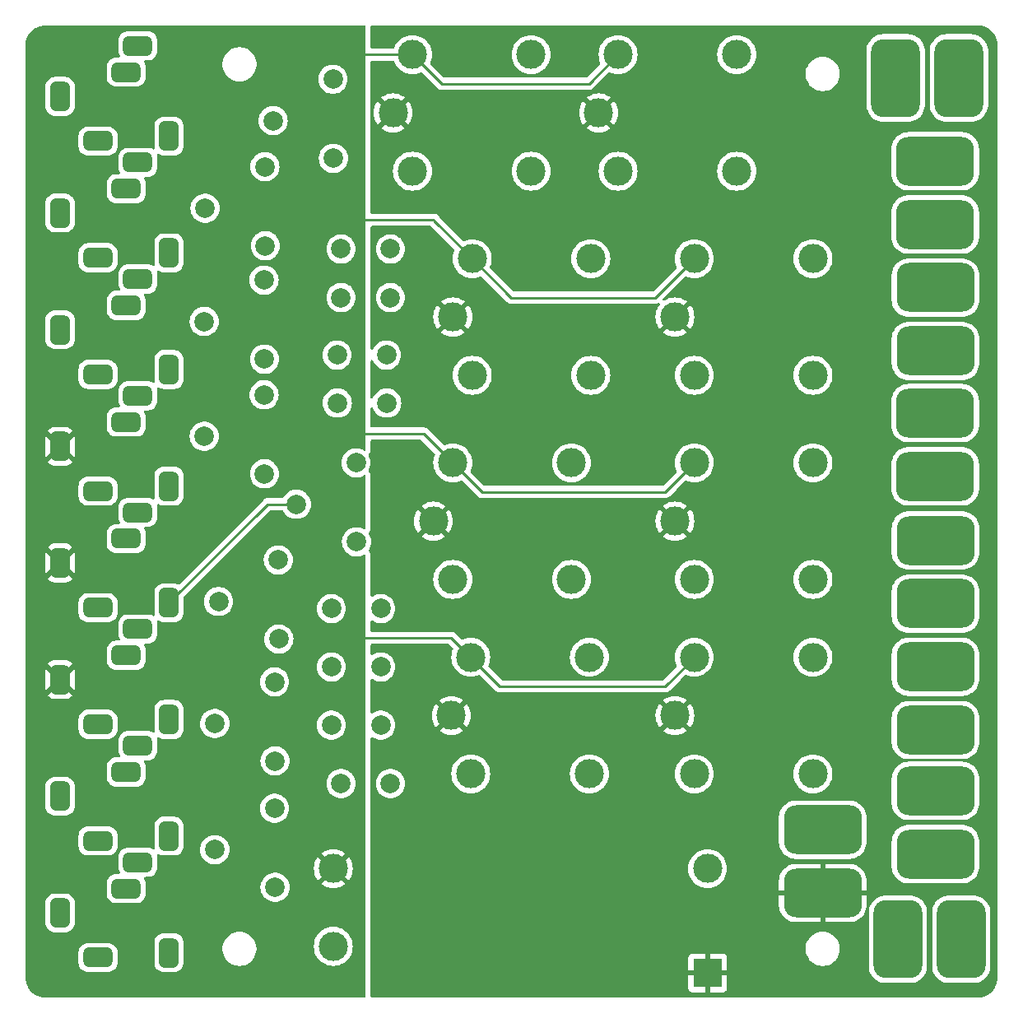
<source format=gbr>
%TF.GenerationSoftware,KiCad,Pcbnew,7.0.2-6a45011f42~172~ubuntu22.04.1*%
%TF.CreationDate,2023-05-18T11:35:50+02:00*%
%TF.ProjectId,midi_relais,6d696469-5f72-4656-9c61-69732e6b6963,rev?*%
%TF.SameCoordinates,Original*%
%TF.FileFunction,Copper,L2,Bot*%
%TF.FilePolarity,Positive*%
%FSLAX46Y46*%
G04 Gerber Fmt 4.6, Leading zero omitted, Abs format (unit mm)*
G04 Created by KiCad (PCBNEW 7.0.2-6a45011f42~172~ubuntu22.04.1) date 2023-05-18 11:35:50*
%MOMM*%
%LPD*%
G01*
G04 APERTURE LIST*
G04 Aperture macros list*
%AMRoundRect*
0 Rectangle with rounded corners*
0 $1 Rounding radius*
0 $2 $3 $4 $5 $6 $7 $8 $9 X,Y pos of 4 corners*
0 Add a 4 corners polygon primitive as box body*
4,1,4,$2,$3,$4,$5,$6,$7,$8,$9,$2,$3,0*
0 Add four circle primitives for the rounded corners*
1,1,$1+$1,$2,$3*
1,1,$1+$1,$4,$5*
1,1,$1+$1,$6,$7*
1,1,$1+$1,$8,$9*
0 Add four rect primitives between the rounded corners*
20,1,$1+$1,$2,$3,$4,$5,0*
20,1,$1+$1,$4,$5,$6,$7,0*
20,1,$1+$1,$6,$7,$8,$9,0*
20,1,$1+$1,$8,$9,$2,$3,0*%
G04 Aperture macros list end*
%TA.AperFunction,ComponentPad*%
%ADD10RoundRect,0.500000X-0.500000X-1.000000X0.500000X-1.000000X0.500000X1.000000X-0.500000X1.000000X0*%
%TD*%
%TA.AperFunction,ComponentPad*%
%ADD11RoundRect,0.500000X-1.000000X-0.500000X1.000000X-0.500000X1.000000X0.500000X-1.000000X0.500000X0*%
%TD*%
%TA.AperFunction,CastellatedPad*%
%ADD12RoundRect,0.500000X-1.000000X-0.500000X1.000000X-0.500000X1.000000X0.500000X-1.000000X0.500000X0*%
%TD*%
%TA.AperFunction,ComponentPad*%
%ADD13C,2.000000*%
%TD*%
%TA.AperFunction,ComponentPad*%
%ADD14RoundRect,1.250000X-1.250000X2.750000X-1.250000X-2.750000X1.250000X-2.750000X1.250000X2.750000X0*%
%TD*%
%TA.AperFunction,ComponentPad*%
%ADD15C,3.000000*%
%TD*%
%TA.AperFunction,ComponentPad*%
%ADD16RoundRect,1.250000X2.750000X1.250000X-2.750000X1.250000X-2.750000X-1.250000X2.750000X-1.250000X0*%
%TD*%
%TA.AperFunction,ComponentPad*%
%ADD17R,3.000000X3.000000*%
%TD*%
%TA.AperFunction,ComponentPad*%
%ADD18RoundRect,1.250000X1.250000X-2.750000X1.250000X2.750000X-1.250000X2.750000X-1.250000X-2.750000X0*%
%TD*%
%TA.AperFunction,Conductor*%
%ADD19C,0.250000*%
%TD*%
G04 APERTURE END LIST*
D10*
%TO.P,J13,G*%
%TO.N,unconnected-(J13-PadG)*%
X26550000Y-111300000D03*
D11*
%TO.P,J13,S*%
%TO.N,Net-(Q7-B)*%
X30450000Y-115900000D03*
D10*
X37750000Y-115400000D03*
D12*
%TO.P,J13,T*%
%TO.N,unconnected-(J13-PadT)*%
X33350000Y-108800000D03*
D11*
X34550000Y-106100000D03*
%TD*%
D13*
%TO.P,D3,1,K*%
%TO.N,Net-(D3-K)*%
X60126623Y-65906188D03*
%TO.P,D3,2,A*%
%TO.N,Net-(D3-A)*%
X55046623Y-65906188D03*
%TD*%
%TO.P,Q6,1,E*%
%TO.N,Net-(D6-A)*%
X49050000Y-95130000D03*
%TO.P,Q6,2,B*%
%TO.N,Net-(Q6-B)*%
X42850000Y-91260000D03*
%TO.P,Q6,3,C*%
%TO.N,+3.3V*%
X49000000Y-87000000D03*
%TD*%
D10*
%TO.P,J10,G*%
%TO.N,GND*%
X26550000Y-99300000D03*
D11*
%TO.P,J10,S*%
%TO.N,Net-(Q6-B)*%
X30450000Y-103900000D03*
D10*
X37750000Y-103400000D03*
D12*
%TO.P,J10,T*%
%TO.N,unconnected-(J10-PadT)*%
X33350000Y-96800000D03*
D11*
X34550000Y-94100000D03*
%TD*%
D10*
%TO.P,J9,G*%
%TO.N,GND*%
X26550000Y-87300000D03*
D11*
%TO.P,J9,S*%
%TO.N,Net-(Q5-B)*%
X30450000Y-91900000D03*
D10*
X37750000Y-91400000D03*
D12*
%TO.P,J9,T*%
%TO.N,unconnected-(J9-PadT)*%
X33350000Y-84800000D03*
D11*
X34550000Y-82100000D03*
%TD*%
D14*
%TO.P,J3,1,Pin_1*%
%TO.N,Net-(J3-Pin_1)*%
X112510000Y-37400000D03*
%TO.P,J3,2,Pin_2*%
%TO.N,VAC*%
X119020000Y-37400000D03*
%TD*%
D13*
%TO.P,Q2,1,E*%
%TO.N,Net-(D2-A)*%
X47670000Y-54670000D03*
%TO.P,Q2,2,B*%
%TO.N,Net-(Q2-B)*%
X41470000Y-50800000D03*
%TO.P,Q2,3,C*%
%TO.N,+3.3V*%
X47620000Y-46540000D03*
%TD*%
D10*
%TO.P,J2,G*%
%TO.N,unconnected-(J2-PadG)*%
X26550000Y-51300000D03*
D11*
%TO.P,J2,S*%
%TO.N,Net-(Q2-B)*%
X30450000Y-55900000D03*
D10*
X37750000Y-55400000D03*
D12*
%TO.P,J2,T*%
%TO.N,unconnected-(J2-PadT)*%
X33350000Y-48800000D03*
D11*
X34550000Y-46100000D03*
%TD*%
D13*
%TO.P,D2,1,K*%
%TO.N,Net-(D2-K)*%
X60540000Y-60000000D03*
%TO.P,D2,2,A*%
%TO.N,Net-(D2-A)*%
X55460000Y-60000000D03*
%TD*%
D15*
%TO.P,K6,11*%
%TO.N,GND2*%
X89800000Y-83000000D03*
%TO.P,K6,12*%
%TO.N,unconnected-(K6-Pad12)*%
X104000000Y-77000000D03*
%TO.P,K6,14*%
%TO.N,Net-(J12-Pin_1)*%
X104000000Y-89000000D03*
%TO.P,K6,A1*%
%TO.N,Net-(D6-K)*%
X91800000Y-89000000D03*
%TO.P,K6,A2*%
%TO.N,GND*%
X91800000Y-77000000D03*
%TD*%
D13*
%TO.P,D1,1,K*%
%TO.N,Net-(D1-K)*%
X60540000Y-55000000D03*
%TO.P,D1,2,A*%
%TO.N,Net-(D1-A)*%
X55460000Y-55000000D03*
%TD*%
D15*
%TO.P,K8,11*%
%TO.N,GND2*%
X66800000Y-103000000D03*
%TO.P,K8,12*%
%TO.N,unconnected-(K8-Pad12)*%
X81000000Y-97000000D03*
%TO.P,K8,14*%
%TO.N,Net-(J16-Pin_1)*%
X81000000Y-109000000D03*
%TO.P,K8,A1*%
%TO.N,Net-(D8-K)*%
X68800000Y-109000000D03*
%TO.P,K8,A2*%
%TO.N,GND*%
X68800000Y-97000000D03*
%TD*%
%TO.P,K7,11*%
%TO.N,GND2*%
X89800000Y-103000000D03*
%TO.P,K7,12*%
%TO.N,unconnected-(K7-Pad12)*%
X104000000Y-97000000D03*
%TO.P,K7,14*%
%TO.N,Net-(J15-Pin_1)*%
X104000000Y-109000000D03*
%TO.P,K7,A1*%
%TO.N,Net-(D7-K)*%
X91800000Y-109000000D03*
%TO.P,K7,A2*%
%TO.N,GND*%
X91800000Y-97000000D03*
%TD*%
D13*
%TO.P,D8,1,K*%
%TO.N,Net-(D8-K)*%
X60540000Y-110000000D03*
%TO.P,D8,2,A*%
%TO.N,Net-(D8-A)*%
X55460000Y-110000000D03*
%TD*%
%TO.P,Q7,1,E*%
%TO.N,Net-(D7-A)*%
X48670000Y-107670000D03*
%TO.P,Q7,2,B*%
%TO.N,Net-(Q7-B)*%
X42470000Y-103800000D03*
%TO.P,Q7,3,C*%
%TO.N,+3.3V*%
X48620000Y-99540000D03*
%TD*%
D15*
%TO.P,K1,11*%
%TO.N,GND2*%
X60800000Y-41000000D03*
%TO.P,K1,12*%
%TO.N,unconnected-(K1-Pad12)*%
X75000000Y-35000000D03*
%TO.P,K1,14*%
%TO.N,Net-(J3-Pin_1)*%
X75000000Y-47000000D03*
%TO.P,K1,A1*%
%TO.N,Net-(D1-K)*%
X62800000Y-47000000D03*
%TO.P,K1,A2*%
%TO.N,GND*%
X62800000Y-35000000D03*
%TD*%
D13*
%TO.P,Q3,1,E*%
%TO.N,Net-(D3-A)*%
X47580000Y-66330000D03*
%TO.P,Q3,2,B*%
%TO.N,Net-(Q3-B)*%
X41380000Y-62460000D03*
%TO.P,Q3,3,C*%
%TO.N,+3.3V*%
X47530000Y-58200000D03*
%TD*%
D15*
%TO.P,K5,11*%
%TO.N,GND2*%
X64950000Y-83000000D03*
%TO.P,K5,12*%
%TO.N,unconnected-(K5-Pad12)*%
X79150000Y-77000000D03*
%TO.P,K5,14*%
%TO.N,Net-(J11-Pin_1)*%
X79150000Y-89000000D03*
%TO.P,K5,A1*%
%TO.N,Net-(D5-K)*%
X66950000Y-89000000D03*
%TO.P,K5,A2*%
%TO.N,GND*%
X66950000Y-77000000D03*
%TD*%
%TO.P,K3,11*%
%TO.N,GND2*%
X66950000Y-62000000D03*
%TO.P,K3,12*%
%TO.N,unconnected-(K3-Pad12)*%
X81150000Y-56000000D03*
%TO.P,K3,14*%
%TO.N,Net-(J7-Pin_1)*%
X81150000Y-68000000D03*
%TO.P,K3,A1*%
%TO.N,Net-(D3-K)*%
X68950000Y-68000000D03*
%TO.P,K3,A2*%
%TO.N,GND*%
X68950000Y-56000000D03*
%TD*%
D10*
%TO.P,J5,G*%
%TO.N,unconnected-(J5-PadG)*%
X26550000Y-63300000D03*
D11*
%TO.P,J5,S*%
%TO.N,Net-(Q3-B)*%
X30450000Y-67900000D03*
D10*
X37750000Y-67400000D03*
D12*
%TO.P,J5,T*%
%TO.N,unconnected-(J5-PadT)*%
X33350000Y-60800000D03*
D11*
X34550000Y-58100000D03*
%TD*%
D10*
%TO.P,J6,G*%
%TO.N,GND*%
X26550000Y-75300000D03*
D11*
%TO.P,J6,S*%
%TO.N,Net-(Q4-B)*%
X30450000Y-79900000D03*
D10*
X37750000Y-79400000D03*
D12*
%TO.P,J6,T*%
%TO.N,unconnected-(J6-PadT)*%
X33350000Y-72800000D03*
D11*
X34550000Y-70100000D03*
%TD*%
D13*
%TO.P,D7,1,K*%
%TO.N,Net-(D7-K)*%
X59540000Y-104000000D03*
%TO.P,D7,2,A*%
%TO.N,Net-(D7-A)*%
X54460000Y-104000000D03*
%TD*%
%TO.P,D5,1,K*%
%TO.N,Net-(D5-K)*%
X59540000Y-92000000D03*
%TO.P,D5,2,A*%
%TO.N,Net-(D5-A)*%
X54460000Y-92000000D03*
%TD*%
D15*
%TO.P,K2,11*%
%TO.N,GND2*%
X81950000Y-41000000D03*
%TO.P,K2,12*%
%TO.N,unconnected-(K2-Pad12)*%
X96150000Y-35000000D03*
%TO.P,K2,14*%
%TO.N,Net-(J4-Pin_1)*%
X96150000Y-47000000D03*
%TO.P,K2,A1*%
%TO.N,Net-(D2-K)*%
X83950000Y-47000000D03*
%TO.P,K2,A2*%
%TO.N,GND*%
X83950000Y-35000000D03*
%TD*%
D10*
%TO.P,J1,G*%
%TO.N,unconnected-(J1-PadG)*%
X26550000Y-39300000D03*
D11*
%TO.P,J1,S*%
%TO.N,Net-(Q1-B)*%
X30450000Y-43900000D03*
D10*
X37750000Y-43400000D03*
D12*
%TO.P,J1,T*%
%TO.N,unconnected-(J1-PadT)*%
X33350000Y-36800000D03*
D11*
X34550000Y-34100000D03*
%TD*%
D13*
%TO.P,D4,1,K*%
%TO.N,Net-(D4-K)*%
X60155502Y-70848713D03*
%TO.P,D4,2,A*%
%TO.N,Net-(D4-A)*%
X55075502Y-70848713D03*
%TD*%
%TO.P,Q1,1,E*%
%TO.N,Net-(D1-A)*%
X54670000Y-45670000D03*
%TO.P,Q1,2,B*%
%TO.N,Net-(Q1-B)*%
X48470000Y-41800000D03*
%TO.P,Q1,3,C*%
%TO.N,+3.3V*%
X54620000Y-37540000D03*
%TD*%
D16*
%TO.P,J17,1,Pin_1*%
%TO.N,VAC*%
X105000000Y-114745000D03*
%TO.P,J17,2,Pin_2*%
%TO.N,GND2*%
X105000000Y-121255000D03*
%TD*%
D13*
%TO.P,Q5,1,E*%
%TO.N,Net-(D5-A)*%
X57050000Y-85130000D03*
%TO.P,Q5,2,B*%
%TO.N,Net-(Q5-B)*%
X50850000Y-81260000D03*
%TO.P,Q5,3,C*%
%TO.N,+3.3V*%
X57000000Y-77000000D03*
%TD*%
%TO.P,D6,1,K*%
%TO.N,Net-(D6-K)*%
X59540000Y-98000000D03*
%TO.P,D6,2,A*%
%TO.N,Net-(D6-A)*%
X54460000Y-98000000D03*
%TD*%
D10*
%TO.P,J14,G*%
%TO.N,unconnected-(J14-PadG)*%
X26550000Y-123300000D03*
D11*
%TO.P,J14,S*%
%TO.N,Net-(Q8-B)*%
X30450000Y-127900000D03*
D10*
X37750000Y-127400000D03*
D12*
%TO.P,J14,T*%
%TO.N,unconnected-(J14-PadT)*%
X33350000Y-120800000D03*
D11*
X34550000Y-118100000D03*
%TD*%
D15*
%TO.P,K4,11*%
%TO.N,GND2*%
X89800000Y-62000000D03*
%TO.P,K4,12*%
%TO.N,unconnected-(K4-Pad12)*%
X104000000Y-56000000D03*
%TO.P,K4,14*%
%TO.N,Net-(J8-Pin_1)*%
X104000000Y-68000000D03*
%TO.P,K4,A1*%
%TO.N,Net-(D4-K)*%
X91800000Y-68000000D03*
%TO.P,K4,A2*%
%TO.N,GND*%
X91800000Y-56000000D03*
%TD*%
D13*
%TO.P,Q8,1,E*%
%TO.N,Net-(D8-A)*%
X48670000Y-120670000D03*
%TO.P,Q8,2,B*%
%TO.N,Net-(Q8-B)*%
X42470000Y-116800000D03*
%TO.P,Q8,3,C*%
%TO.N,+3.3V*%
X48620000Y-112540000D03*
%TD*%
%TO.P,Q4,1,E*%
%TO.N,Net-(D4-A)*%
X47580000Y-78130000D03*
%TO.P,Q4,2,B*%
%TO.N,Net-(Q4-B)*%
X41380000Y-74260000D03*
%TO.P,Q4,3,C*%
%TO.N,+3.3V*%
X47530000Y-70000000D03*
%TD*%
D17*
%TO.P,PS1,1,AC/N*%
%TO.N,GND2*%
X93157500Y-129500000D03*
D15*
%TO.P,PS1,2,AC/L*%
%TO.N,VAC*%
X93157500Y-118750000D03*
%TO.P,PS1,3,-Vo*%
%TO.N,GND*%
X54657500Y-118750000D03*
%TO.P,PS1,4,+Vo*%
%TO.N,+3.3V*%
X54657500Y-126750000D03*
%TD*%
D16*
%TO.P,J15,1,Pin_1*%
%TO.N,Net-(J15-Pin_1)*%
X116600000Y-117255000D03*
%TO.P,J15,2,Pin_2*%
%TO.N,VAC*%
X116600000Y-110745000D03*
%TD*%
%TO.P,J4,1,Pin_1*%
%TO.N,Net-(J4-Pin_1)*%
X116584077Y-52487134D03*
%TO.P,J4,2,Pin_2*%
%TO.N,VAC*%
X116584077Y-45977134D03*
%TD*%
%TO.P,J8,1,Pin_1*%
%TO.N,Net-(J8-Pin_1)*%
X116582725Y-78396910D03*
%TO.P,J8,2,Pin_2*%
%TO.N,VAC*%
X116582725Y-71886910D03*
%TD*%
%TO.P,J12,1,Pin_1*%
%TO.N,Net-(J12-Pin_1)*%
X116600000Y-104490000D03*
%TO.P,J12,2,Pin_2*%
%TO.N,VAC*%
X116600000Y-97980000D03*
%TD*%
%TO.P,J11,1,Pin_1*%
%TO.N,Net-(J11-Pin_1)*%
X116600000Y-91490000D03*
%TO.P,J11,2,Pin_2*%
%TO.N,VAC*%
X116600000Y-84980000D03*
%TD*%
%TO.P,J7,1,Pin_1*%
%TO.N,Net-(J7-Pin_1)*%
X116600000Y-65490000D03*
%TO.P,J7,2,Pin_2*%
%TO.N,VAC*%
X116600000Y-58980000D03*
%TD*%
D18*
%TO.P,J16,1,Pin_1*%
%TO.N,Net-(J16-Pin_1)*%
X112745000Y-126000000D03*
%TO.P,J16,2,Pin_2*%
%TO.N,VAC*%
X119255000Y-126000000D03*
%TD*%
D19*
%TO.N,GND*%
X88800000Y-100000000D02*
X71800000Y-100000000D01*
X88800000Y-80000000D02*
X69950000Y-80000000D01*
X71800000Y-100000000D02*
X68800000Y-97000000D01*
X65000000Y-52050000D02*
X65000000Y-52000000D01*
X68800000Y-97000000D02*
X66800000Y-95000000D01*
X83950000Y-35000000D02*
X80950000Y-38000000D01*
X66950000Y-77000000D02*
X63950000Y-74000000D01*
X65800000Y-38000000D02*
X62800000Y-35000000D01*
X91800000Y-77000000D02*
X88800000Y-80000000D01*
X63950000Y-74000000D02*
X56000000Y-74000000D01*
X68950000Y-56000000D02*
X65000000Y-52050000D01*
X62800000Y-35000000D02*
X57000000Y-35000000D01*
X80950000Y-38000000D02*
X65800000Y-38000000D01*
X66800000Y-95000000D02*
X56000000Y-95000000D01*
X65000000Y-52000000D02*
X55000000Y-52000000D01*
X69950000Y-80000000D02*
X66950000Y-77000000D01*
X91800000Y-56000000D02*
X87800000Y-60000000D01*
X91800000Y-97000000D02*
X88800000Y-100000000D01*
X87800000Y-60000000D02*
X72950000Y-60000000D01*
X72950000Y-60000000D02*
X68950000Y-56000000D01*
%TO.N,Net-(Q5-B)*%
X50850000Y-81260000D02*
X47890000Y-81260000D01*
X47890000Y-81260000D02*
X37750000Y-91400000D01*
%TD*%
%TA.AperFunction,Conductor*%
%TO.N,GND2*%
G36*
X121004043Y-32000765D02*
G01*
X121252895Y-32017075D01*
X121268953Y-32019190D01*
X121461353Y-32057461D01*
X121509535Y-32067045D01*
X121525202Y-32071243D01*
X121682093Y-32124500D01*
X121757481Y-32150091D01*
X121772458Y-32156294D01*
X121981799Y-32259529D01*
X121992460Y-32264787D01*
X122006508Y-32272897D01*
X122210464Y-32409177D01*
X122223328Y-32419048D01*
X122407749Y-32580781D01*
X122419218Y-32592250D01*
X122580951Y-32776671D01*
X122590825Y-32789539D01*
X122727102Y-32993492D01*
X122735212Y-33007539D01*
X122843702Y-33227534D01*
X122849909Y-33242520D01*
X122928756Y-33474797D01*
X122932954Y-33490464D01*
X122980807Y-33731035D01*
X122982925Y-33747116D01*
X122999235Y-33995956D01*
X122999500Y-34004066D01*
X122999500Y-129995933D01*
X122999235Y-130004043D01*
X122982925Y-130252883D01*
X122980807Y-130268964D01*
X122932954Y-130509535D01*
X122928756Y-130525202D01*
X122849909Y-130757479D01*
X122843702Y-130772465D01*
X122735212Y-130992460D01*
X122727102Y-131006507D01*
X122590825Y-131210460D01*
X122580951Y-131223328D01*
X122419218Y-131407749D01*
X122407749Y-131419218D01*
X122223328Y-131580951D01*
X122210460Y-131590825D01*
X122006507Y-131727102D01*
X121992460Y-131735212D01*
X121772465Y-131843702D01*
X121757479Y-131849909D01*
X121525202Y-131928756D01*
X121509535Y-131932954D01*
X121268964Y-131980807D01*
X121252883Y-131982925D01*
X121004043Y-131999235D01*
X120995933Y-131999500D01*
X58629500Y-131999500D01*
X58562461Y-131979815D01*
X58516706Y-131927011D01*
X58505500Y-131875500D01*
X58505500Y-131044518D01*
X91157500Y-131044518D01*
X91157854Y-131051132D01*
X91163900Y-131107371D01*
X91214147Y-131242089D01*
X91300311Y-131357188D01*
X91415410Y-131443352D01*
X91550128Y-131493599D01*
X91606367Y-131499645D01*
X91612982Y-131500000D01*
X92907500Y-131500000D01*
X92907500Y-130211525D01*
X93069838Y-130250000D01*
X93201184Y-130250000D01*
X93331639Y-130234752D01*
X93407500Y-130207140D01*
X93407500Y-131500000D01*
X94702018Y-131500000D01*
X94708632Y-131499645D01*
X94764871Y-131493599D01*
X94899589Y-131443352D01*
X95014688Y-131357188D01*
X95100852Y-131242089D01*
X95151099Y-131107371D01*
X95157145Y-131051132D01*
X95157500Y-131044518D01*
X95157500Y-129750000D01*
X93865544Y-129750000D01*
X93901134Y-129631123D01*
X93911328Y-129456094D01*
X93880884Y-129283433D01*
X93866462Y-129250000D01*
X95157500Y-129250000D01*
X95157500Y-128837392D01*
X109744500Y-128837392D01*
X109744595Y-128839087D01*
X109744596Y-128839116D01*
X109750402Y-128942486D01*
X109750630Y-128946543D01*
X109751383Y-128950526D01*
X109751385Y-128950537D01*
X109799404Y-129204327D01*
X109799405Y-129204332D01*
X109799406Y-129204333D01*
X109886059Y-129451974D01*
X110008654Y-129683933D01*
X110164450Y-129895031D01*
X110349969Y-130080550D01*
X110561067Y-130236346D01*
X110793026Y-130358941D01*
X111040667Y-130445594D01*
X111298457Y-130494370D01*
X111407608Y-130500500D01*
X111409337Y-130500500D01*
X114080663Y-130500500D01*
X114082392Y-130500500D01*
X114191543Y-130494370D01*
X114449333Y-130445594D01*
X114696974Y-130358941D01*
X114928933Y-130236346D01*
X115140031Y-130080550D01*
X115325550Y-129895031D01*
X115481346Y-129683933D01*
X115603941Y-129451974D01*
X115690594Y-129204333D01*
X115739370Y-128946543D01*
X115745500Y-128837392D01*
X116254500Y-128837392D01*
X116254595Y-128839087D01*
X116254596Y-128839116D01*
X116260402Y-128942486D01*
X116260630Y-128946543D01*
X116261383Y-128950526D01*
X116261385Y-128950537D01*
X116309404Y-129204327D01*
X116309405Y-129204332D01*
X116309406Y-129204333D01*
X116396059Y-129451974D01*
X116518654Y-129683933D01*
X116674450Y-129895031D01*
X116859969Y-130080550D01*
X117071067Y-130236346D01*
X117303026Y-130358941D01*
X117550667Y-130445594D01*
X117808457Y-130494370D01*
X117917608Y-130500500D01*
X117919337Y-130500500D01*
X120590663Y-130500500D01*
X120592392Y-130500500D01*
X120701543Y-130494370D01*
X120959333Y-130445594D01*
X121206974Y-130358941D01*
X121438933Y-130236346D01*
X121650031Y-130080550D01*
X121835550Y-129895031D01*
X121991346Y-129683933D01*
X122113941Y-129451974D01*
X122200594Y-129204333D01*
X122249370Y-128946543D01*
X122255500Y-128837392D01*
X122255500Y-123162608D01*
X122249370Y-123053457D01*
X122200594Y-122795667D01*
X122113941Y-122548026D01*
X121991346Y-122316067D01*
X121835550Y-122104969D01*
X121650031Y-121919450D01*
X121500864Y-121809361D01*
X121438936Y-121763656D01*
X121438934Y-121763655D01*
X121438933Y-121763654D01*
X121206974Y-121641059D01*
X120959333Y-121554406D01*
X120959332Y-121554405D01*
X120959327Y-121554404D01*
X120705537Y-121506385D01*
X120705526Y-121506383D01*
X120701543Y-121505630D01*
X120697488Y-121505402D01*
X120697486Y-121505402D01*
X120594116Y-121499596D01*
X120594087Y-121499595D01*
X120592392Y-121499500D01*
X117917608Y-121499500D01*
X117915913Y-121499595D01*
X117915883Y-121499596D01*
X117812513Y-121505402D01*
X117812509Y-121505402D01*
X117808457Y-121505630D01*
X117804475Y-121506383D01*
X117804462Y-121506385D01*
X117550672Y-121554404D01*
X117495242Y-121573800D01*
X117303026Y-121641059D01*
X117303022Y-121641060D01*
X117303022Y-121641061D01*
X117071063Y-121763656D01*
X116859969Y-121919449D01*
X116674449Y-122104969D01*
X116518656Y-122316063D01*
X116518653Y-122316067D01*
X116518654Y-122316067D01*
X116396059Y-122548026D01*
X116379935Y-122594107D01*
X116309404Y-122795672D01*
X116261385Y-123049462D01*
X116261383Y-123049475D01*
X116260630Y-123053457D01*
X116260402Y-123057509D01*
X116260402Y-123057513D01*
X116254596Y-123160883D01*
X116254595Y-123160913D01*
X116254500Y-123162608D01*
X116254500Y-128837392D01*
X115745500Y-128837392D01*
X115745500Y-123162608D01*
X115739370Y-123053457D01*
X115690594Y-122795667D01*
X115603941Y-122548026D01*
X115481346Y-122316067D01*
X115325550Y-122104969D01*
X115140031Y-121919450D01*
X114990864Y-121809361D01*
X114928936Y-121763656D01*
X114928934Y-121763655D01*
X114928933Y-121763654D01*
X114696974Y-121641059D01*
X114449333Y-121554406D01*
X114449332Y-121554405D01*
X114449327Y-121554404D01*
X114195537Y-121506385D01*
X114195526Y-121506383D01*
X114191543Y-121505630D01*
X114187488Y-121505402D01*
X114187486Y-121505402D01*
X114084116Y-121499596D01*
X114084087Y-121499595D01*
X114082392Y-121499500D01*
X111407608Y-121499500D01*
X111405913Y-121499595D01*
X111405883Y-121499596D01*
X111302513Y-121505402D01*
X111302509Y-121505402D01*
X111298457Y-121505630D01*
X111294475Y-121506383D01*
X111294462Y-121506385D01*
X111040672Y-121554404D01*
X110985242Y-121573800D01*
X110793026Y-121641059D01*
X110793022Y-121641060D01*
X110793022Y-121641061D01*
X110561063Y-121763656D01*
X110349969Y-121919449D01*
X110164449Y-122104969D01*
X110008656Y-122316063D01*
X110008653Y-122316067D01*
X110008654Y-122316067D01*
X109886059Y-122548026D01*
X109869935Y-122594107D01*
X109799404Y-122795672D01*
X109751385Y-123049462D01*
X109751383Y-123049475D01*
X109750630Y-123053457D01*
X109750402Y-123057509D01*
X109750402Y-123057513D01*
X109744596Y-123160883D01*
X109744595Y-123160913D01*
X109744500Y-123162608D01*
X109744500Y-128837392D01*
X95157500Y-128837392D01*
X95157500Y-127955481D01*
X95157145Y-127948867D01*
X95151099Y-127892628D01*
X95100852Y-127757910D01*
X95014688Y-127642811D01*
X94899589Y-127556647D01*
X94764871Y-127506400D01*
X94708632Y-127500354D01*
X94702018Y-127500000D01*
X93407500Y-127500000D01*
X93407500Y-128788474D01*
X93245162Y-128750000D01*
X93113816Y-128750000D01*
X92983361Y-128765248D01*
X92907500Y-128792859D01*
X92907500Y-127500000D01*
X91612982Y-127500000D01*
X91606367Y-127500354D01*
X91550128Y-127506400D01*
X91415410Y-127556647D01*
X91300311Y-127642811D01*
X91214147Y-127757910D01*
X91163900Y-127892628D01*
X91157854Y-127948867D01*
X91157500Y-127955481D01*
X91157500Y-129250000D01*
X92449456Y-129250000D01*
X92413866Y-129368877D01*
X92403672Y-129543906D01*
X92434116Y-129716567D01*
X92448538Y-129750000D01*
X91157500Y-129750000D01*
X91157500Y-131044518D01*
X58505500Y-131044518D01*
X58505500Y-127131182D01*
X103249500Y-127131182D01*
X103288604Y-127390615D01*
X103365937Y-127641323D01*
X103479772Y-127877704D01*
X103584663Y-128031550D01*
X103627571Y-128094485D01*
X103770772Y-128248818D01*
X103806019Y-128286805D01*
X104011143Y-128450386D01*
X104238357Y-128581568D01*
X104482584Y-128677420D01*
X104738370Y-128735802D01*
X104934506Y-128750500D01*
X104936823Y-128750500D01*
X105063177Y-128750500D01*
X105065494Y-128750500D01*
X105261630Y-128735802D01*
X105517416Y-128677420D01*
X105761643Y-128581568D01*
X105988857Y-128450386D01*
X106193981Y-128286805D01*
X106354903Y-128113372D01*
X106372428Y-128094485D01*
X106372429Y-128094482D01*
X106372433Y-128094479D01*
X106520228Y-127877704D01*
X106634063Y-127641323D01*
X106711396Y-127390615D01*
X106750500Y-127131182D01*
X106750500Y-126868818D01*
X106711396Y-126609385D01*
X106634063Y-126358677D01*
X106520228Y-126122296D01*
X106372433Y-125905521D01*
X106372432Y-125905520D01*
X106372428Y-125905514D01*
X106193984Y-125713198D01*
X106193983Y-125713197D01*
X106193981Y-125713195D01*
X105988857Y-125549614D01*
X105988856Y-125549613D01*
X105761641Y-125418431D01*
X105517418Y-125322580D01*
X105261627Y-125264197D01*
X105067808Y-125249673D01*
X105067797Y-125249672D01*
X105065494Y-125249500D01*
X104934506Y-125249500D01*
X104932203Y-125249672D01*
X104932191Y-125249673D01*
X104738372Y-125264197D01*
X104482581Y-125322580D01*
X104238358Y-125418431D01*
X104011143Y-125549613D01*
X103806015Y-125713198D01*
X103627571Y-125905514D01*
X103584665Y-125968446D01*
X103479772Y-126122296D01*
X103365937Y-126358677D01*
X103288604Y-126609385D01*
X103249500Y-126868818D01*
X103249500Y-127131182D01*
X58505500Y-127131182D01*
X58505500Y-122590649D01*
X100500000Y-122590649D01*
X100500098Y-122594107D01*
X100505899Y-122697432D01*
X100506882Y-122705478D01*
X100554889Y-122959204D01*
X100641518Y-123206773D01*
X100764076Y-123438664D01*
X100919831Y-123649705D01*
X101105294Y-123835168D01*
X101316335Y-123990923D01*
X101548226Y-124113481D01*
X101795795Y-124200110D01*
X102049519Y-124248117D01*
X102057568Y-124249100D01*
X102160892Y-124254903D01*
X102164349Y-124254999D01*
X104749999Y-124254999D01*
X104750000Y-124254998D01*
X104750000Y-121505000D01*
X100500001Y-121505000D01*
X100500000Y-122590649D01*
X58505500Y-122590649D01*
X58505500Y-121005000D01*
X100500000Y-121005000D01*
X104750000Y-121005000D01*
X104750000Y-118255000D01*
X105250000Y-118255000D01*
X105250000Y-121005000D01*
X105774916Y-121005000D01*
X105756307Y-121086530D01*
X105746212Y-121311308D01*
X105772449Y-121505000D01*
X105250000Y-121505000D01*
X105250000Y-124254999D01*
X107835650Y-124254999D01*
X107839107Y-124254901D01*
X107942432Y-124249100D01*
X107950478Y-124248117D01*
X108204204Y-124200110D01*
X108451773Y-124113481D01*
X108683664Y-123990923D01*
X108894705Y-123835168D01*
X109080168Y-123649705D01*
X109235923Y-123438664D01*
X109358481Y-123206773D01*
X109445110Y-122959204D01*
X109493117Y-122705480D01*
X109494100Y-122697431D01*
X109499903Y-122594107D01*
X109500000Y-122590650D01*
X109500000Y-121505000D01*
X108225084Y-121505000D01*
X108243693Y-121423470D01*
X108253788Y-121198692D01*
X108227551Y-121005000D01*
X109499999Y-121005000D01*
X109499999Y-119919350D01*
X109499901Y-119915892D01*
X109494100Y-119812567D01*
X109493117Y-119804521D01*
X109445110Y-119550795D01*
X109358481Y-119303226D01*
X109235923Y-119071335D01*
X109080168Y-118860294D01*
X108894705Y-118674831D01*
X108783004Y-118592392D01*
X112099500Y-118592392D01*
X112099595Y-118594087D01*
X112099596Y-118594116D01*
X112104682Y-118684667D01*
X112105630Y-118701543D01*
X112106383Y-118705526D01*
X112106385Y-118705537D01*
X112154404Y-118959327D01*
X112154405Y-118959332D01*
X112154406Y-118959333D01*
X112241059Y-119206974D01*
X112362622Y-119436979D01*
X112363656Y-119438936D01*
X112470099Y-119583163D01*
X112519450Y-119650031D01*
X112704969Y-119835550D01*
X112916067Y-119991346D01*
X113148026Y-120113941D01*
X113395667Y-120200594D01*
X113653457Y-120249370D01*
X113762608Y-120255500D01*
X113764337Y-120255500D01*
X119435663Y-120255500D01*
X119437392Y-120255500D01*
X119546543Y-120249370D01*
X119804333Y-120200594D01*
X120051974Y-120113941D01*
X120283933Y-119991346D01*
X120495031Y-119835550D01*
X120680550Y-119650031D01*
X120836346Y-119438933D01*
X120958941Y-119206974D01*
X121045594Y-118959333D01*
X121094370Y-118701543D01*
X121100500Y-118592392D01*
X121100500Y-115917608D01*
X121094370Y-115808457D01*
X121045594Y-115550667D01*
X120958941Y-115303026D01*
X120836346Y-115071067D01*
X120680550Y-114859969D01*
X120495031Y-114674450D01*
X120283933Y-114518654D01*
X120051974Y-114396059D01*
X119804333Y-114309406D01*
X119804332Y-114309405D01*
X119804327Y-114309404D01*
X119550537Y-114261385D01*
X119550526Y-114261383D01*
X119546543Y-114260630D01*
X119542488Y-114260402D01*
X119542486Y-114260402D01*
X119439116Y-114254596D01*
X119439087Y-114254595D01*
X119437392Y-114254500D01*
X113762608Y-114254500D01*
X113760913Y-114254595D01*
X113760883Y-114254596D01*
X113657513Y-114260402D01*
X113657509Y-114260402D01*
X113653457Y-114260630D01*
X113649475Y-114261383D01*
X113649462Y-114261385D01*
X113395672Y-114309404D01*
X113378734Y-114315331D01*
X113148026Y-114396059D01*
X113148022Y-114396060D01*
X113148022Y-114396061D01*
X112916063Y-114518656D01*
X112704969Y-114674449D01*
X112519449Y-114859969D01*
X112363656Y-115071063D01*
X112334515Y-115126201D01*
X112241059Y-115303026D01*
X112179912Y-115477774D01*
X112154404Y-115550672D01*
X112106385Y-115804462D01*
X112106383Y-115804475D01*
X112105630Y-115808457D01*
X112105402Y-115812509D01*
X112105402Y-115812513D01*
X112099596Y-115915883D01*
X112099595Y-115915913D01*
X112099500Y-115917608D01*
X112099500Y-118592392D01*
X108783004Y-118592392D01*
X108683664Y-118519076D01*
X108451773Y-118396518D01*
X108204204Y-118309889D01*
X107950480Y-118261882D01*
X107942431Y-118260899D01*
X107839107Y-118255096D01*
X107835651Y-118255000D01*
X105250000Y-118255000D01*
X104750000Y-118255000D01*
X102164350Y-118255000D01*
X102160892Y-118255098D01*
X102057567Y-118260899D01*
X102049521Y-118261882D01*
X101795795Y-118309889D01*
X101548226Y-118396518D01*
X101316335Y-118519076D01*
X101105294Y-118674831D01*
X100919831Y-118860294D01*
X100764076Y-119071335D01*
X100641518Y-119303226D01*
X100554889Y-119550795D01*
X100506882Y-119804519D01*
X100505899Y-119812568D01*
X100500096Y-119915892D01*
X100500000Y-119919349D01*
X100500000Y-121005000D01*
X58505500Y-121005000D01*
X58505500Y-118750000D01*
X91151889Y-118750000D01*
X91172304Y-119035429D01*
X91233129Y-119315041D01*
X91333134Y-119583163D01*
X91470272Y-119834313D01*
X91533930Y-119919350D01*
X91641761Y-120063395D01*
X91844105Y-120265739D01*
X92006999Y-120387680D01*
X92073186Y-120437227D01*
X92137762Y-120472488D01*
X92324339Y-120574367D01*
X92592454Y-120674369D01*
X92592457Y-120674369D01*
X92592458Y-120674370D01*
X92644717Y-120685738D01*
X92872072Y-120735196D01*
X93157500Y-120755610D01*
X93442928Y-120735196D01*
X93722546Y-120674369D01*
X93990661Y-120574367D01*
X94241815Y-120437226D01*
X94470895Y-120265739D01*
X94673239Y-120063395D01*
X94844726Y-119834315D01*
X94981867Y-119583161D01*
X95081869Y-119315046D01*
X95142696Y-119035428D01*
X95163110Y-118750000D01*
X95142696Y-118464572D01*
X95081869Y-118184954D01*
X94981867Y-117916839D01*
X94915338Y-117795000D01*
X94844727Y-117665686D01*
X94768899Y-117564392D01*
X94673239Y-117436605D01*
X94470895Y-117234261D01*
X94342236Y-117137948D01*
X94241813Y-117062772D01*
X93990663Y-116925634D01*
X93990662Y-116925633D01*
X93990661Y-116925633D01*
X93722546Y-116825631D01*
X93722541Y-116825629D01*
X93442929Y-116764804D01*
X93157500Y-116744389D01*
X92872070Y-116764804D01*
X92592458Y-116825629D01*
X92324336Y-116925634D01*
X92073186Y-117062772D01*
X91844102Y-117234263D01*
X91641763Y-117436602D01*
X91470272Y-117665686D01*
X91333134Y-117916836D01*
X91233129Y-118184958D01*
X91172304Y-118464570D01*
X91151889Y-118750000D01*
X58505500Y-118750000D01*
X58505500Y-118627226D01*
X58505500Y-116082392D01*
X100499500Y-116082392D01*
X100499595Y-116084087D01*
X100499596Y-116084116D01*
X100505361Y-116186762D01*
X100505630Y-116191543D01*
X100506383Y-116195526D01*
X100506385Y-116195537D01*
X100554404Y-116449327D01*
X100554405Y-116449332D01*
X100554406Y-116449333D01*
X100641059Y-116696974D01*
X100761911Y-116925634D01*
X100763656Y-116928936D01*
X100917912Y-117137948D01*
X100919450Y-117140031D01*
X101104969Y-117325550D01*
X101316067Y-117481346D01*
X101548026Y-117603941D01*
X101795667Y-117690594D01*
X102053457Y-117739370D01*
X102162608Y-117745500D01*
X102164337Y-117745500D01*
X107835663Y-117745500D01*
X107837392Y-117745500D01*
X107946543Y-117739370D01*
X108204333Y-117690594D01*
X108451974Y-117603941D01*
X108683933Y-117481346D01*
X108895031Y-117325550D01*
X109080550Y-117140031D01*
X109236346Y-116928933D01*
X109358941Y-116696974D01*
X109445594Y-116449333D01*
X109494370Y-116191543D01*
X109500500Y-116082392D01*
X109500500Y-113407608D01*
X109494370Y-113298457D01*
X109445594Y-113040667D01*
X109358941Y-112793026D01*
X109236346Y-112561067D01*
X109080550Y-112349969D01*
X108895031Y-112164450D01*
X108786181Y-112084116D01*
X108783845Y-112082392D01*
X112099500Y-112082392D01*
X112099595Y-112084087D01*
X112099596Y-112084116D01*
X112104108Y-112164449D01*
X112105630Y-112191543D01*
X112106383Y-112195526D01*
X112106385Y-112195537D01*
X112154404Y-112449327D01*
X112154405Y-112449332D01*
X112154406Y-112449333D01*
X112241059Y-112696974D01*
X112329435Y-112864187D01*
X112363656Y-112928936D01*
X112446116Y-113040667D01*
X112519450Y-113140031D01*
X112704969Y-113325550D01*
X112916067Y-113481346D01*
X113148026Y-113603941D01*
X113395667Y-113690594D01*
X113653457Y-113739370D01*
X113762608Y-113745500D01*
X113764337Y-113745500D01*
X119435663Y-113745500D01*
X119437392Y-113745500D01*
X119546543Y-113739370D01*
X119804333Y-113690594D01*
X120051974Y-113603941D01*
X120283933Y-113481346D01*
X120495031Y-113325550D01*
X120680550Y-113140031D01*
X120836346Y-112928933D01*
X120958941Y-112696974D01*
X121045594Y-112449333D01*
X121094370Y-112191543D01*
X121100500Y-112082392D01*
X121100500Y-109407608D01*
X121094370Y-109298457D01*
X121045594Y-109040667D01*
X120958941Y-108793026D01*
X120836346Y-108561067D01*
X120680550Y-108349969D01*
X120495031Y-108164450D01*
X120428605Y-108115426D01*
X120283936Y-108008656D01*
X120283934Y-108008655D01*
X120283933Y-108008654D01*
X120051974Y-107886059D01*
X119804333Y-107799406D01*
X119804332Y-107799405D01*
X119804327Y-107799404D01*
X119550537Y-107751385D01*
X119550526Y-107751383D01*
X119546543Y-107750630D01*
X119542488Y-107750402D01*
X119542486Y-107750402D01*
X119439116Y-107744596D01*
X119439087Y-107744595D01*
X119437392Y-107744500D01*
X113762608Y-107744500D01*
X113760913Y-107744595D01*
X113760883Y-107744596D01*
X113657513Y-107750402D01*
X113657509Y-107750402D01*
X113653457Y-107750630D01*
X113649475Y-107751383D01*
X113649462Y-107751385D01*
X113395672Y-107799404D01*
X113322774Y-107824912D01*
X113148026Y-107886059D01*
X113148022Y-107886060D01*
X113148022Y-107886061D01*
X112916063Y-108008656D01*
X112704969Y-108164449D01*
X112519449Y-108349969D01*
X112363656Y-108561063D01*
X112282524Y-108714572D01*
X112241059Y-108793026D01*
X112206336Y-108892259D01*
X112154404Y-109040672D01*
X112106385Y-109294462D01*
X112106383Y-109294475D01*
X112105630Y-109298457D01*
X112105402Y-109302509D01*
X112105402Y-109302513D01*
X112099596Y-109405883D01*
X112099595Y-109405913D01*
X112099500Y-109407608D01*
X112099500Y-112082392D01*
X108783845Y-112082392D01*
X108683936Y-112008656D01*
X108683934Y-112008655D01*
X108683933Y-112008654D01*
X108451974Y-111886059D01*
X108204333Y-111799406D01*
X108204332Y-111799405D01*
X108204327Y-111799404D01*
X107950537Y-111751385D01*
X107950526Y-111751383D01*
X107946543Y-111750630D01*
X107942488Y-111750402D01*
X107942486Y-111750402D01*
X107839116Y-111744596D01*
X107839087Y-111744595D01*
X107837392Y-111744500D01*
X102162608Y-111744500D01*
X102160913Y-111744595D01*
X102160883Y-111744596D01*
X102057513Y-111750402D01*
X102057509Y-111750402D01*
X102053457Y-111750630D01*
X102049475Y-111751383D01*
X102049462Y-111751385D01*
X101795672Y-111799404D01*
X101778414Y-111805443D01*
X101548026Y-111886059D01*
X101548022Y-111886060D01*
X101548022Y-111886061D01*
X101316063Y-112008656D01*
X101104969Y-112164449D01*
X100919449Y-112349969D01*
X100763656Y-112561063D01*
X100763653Y-112561067D01*
X100763654Y-112561067D01*
X100641059Y-112793026D01*
X100640369Y-112794999D01*
X100554404Y-113040672D01*
X100506385Y-113294462D01*
X100506383Y-113294475D01*
X100505630Y-113298457D01*
X100505402Y-113302509D01*
X100505402Y-113302513D01*
X100499596Y-113405883D01*
X100499595Y-113405913D01*
X100499500Y-113407608D01*
X100499500Y-116082392D01*
X58505500Y-116082392D01*
X58505499Y-110000000D01*
X59034356Y-110000000D01*
X59054891Y-110247816D01*
X59054891Y-110247819D01*
X59054892Y-110247821D01*
X59115937Y-110488881D01*
X59127717Y-110515736D01*
X59215825Y-110716604D01*
X59215827Y-110716607D01*
X59351836Y-110924785D01*
X59520256Y-111107738D01*
X59520259Y-111107740D01*
X59716485Y-111260470D01*
X59716487Y-111260471D01*
X59716491Y-111260474D01*
X59935190Y-111378828D01*
X60170386Y-111459571D01*
X60415665Y-111500500D01*
X60664335Y-111500500D01*
X60909614Y-111459571D01*
X61144810Y-111378828D01*
X61363509Y-111260474D01*
X61559744Y-111107738D01*
X61728164Y-110924785D01*
X61864173Y-110716607D01*
X61964063Y-110488881D01*
X62025108Y-110247821D01*
X62045643Y-110000000D01*
X62025108Y-109752179D01*
X61964063Y-109511119D01*
X61864173Y-109283393D01*
X61728164Y-109075215D01*
X61658924Y-109000000D01*
X66794389Y-109000000D01*
X66814804Y-109285429D01*
X66875629Y-109565041D01*
X66875631Y-109565046D01*
X66966756Y-109809362D01*
X66975634Y-109833163D01*
X67112772Y-110084313D01*
X67136063Y-110115426D01*
X67284261Y-110313395D01*
X67486605Y-110515739D01*
X67616843Y-110613234D01*
X67715686Y-110687227D01*
X67769492Y-110716607D01*
X67966839Y-110824367D01*
X68234954Y-110924369D01*
X68234957Y-110924369D01*
X68234958Y-110924370D01*
X68236866Y-110924785D01*
X68514572Y-110985196D01*
X68800000Y-111005610D01*
X69085428Y-110985196D01*
X69365046Y-110924369D01*
X69633161Y-110824367D01*
X69884315Y-110687226D01*
X70113395Y-110515739D01*
X70315739Y-110313395D01*
X70487226Y-110084315D01*
X70624367Y-109833161D01*
X70724369Y-109565046D01*
X70785196Y-109285428D01*
X70805610Y-109000000D01*
X78994389Y-109000000D01*
X79014804Y-109285429D01*
X79075629Y-109565041D01*
X79075631Y-109565046D01*
X79166756Y-109809362D01*
X79175634Y-109833163D01*
X79312772Y-110084313D01*
X79336063Y-110115426D01*
X79484261Y-110313395D01*
X79686605Y-110515739D01*
X79816843Y-110613234D01*
X79915686Y-110687227D01*
X79969492Y-110716607D01*
X80166839Y-110824367D01*
X80434954Y-110924369D01*
X80434957Y-110924369D01*
X80434958Y-110924370D01*
X80436866Y-110924785D01*
X80714572Y-110985196D01*
X81000000Y-111005610D01*
X81285428Y-110985196D01*
X81565046Y-110924369D01*
X81833161Y-110824367D01*
X82084315Y-110687226D01*
X82313395Y-110515739D01*
X82515739Y-110313395D01*
X82687226Y-110084315D01*
X82824367Y-109833161D01*
X82924369Y-109565046D01*
X82985196Y-109285428D01*
X83005610Y-109000000D01*
X89794389Y-109000000D01*
X89814804Y-109285429D01*
X89875629Y-109565041D01*
X89875631Y-109565046D01*
X89966756Y-109809362D01*
X89975634Y-109833163D01*
X90112772Y-110084313D01*
X90136063Y-110115426D01*
X90284261Y-110313395D01*
X90486605Y-110515739D01*
X90616843Y-110613234D01*
X90715686Y-110687227D01*
X90769492Y-110716607D01*
X90966839Y-110824367D01*
X91234954Y-110924369D01*
X91234957Y-110924369D01*
X91234958Y-110924370D01*
X91236866Y-110924785D01*
X91514572Y-110985196D01*
X91800000Y-111005610D01*
X92085428Y-110985196D01*
X92365046Y-110924369D01*
X92633161Y-110824367D01*
X92884315Y-110687226D01*
X93113395Y-110515739D01*
X93315739Y-110313395D01*
X93487226Y-110084315D01*
X93624367Y-109833161D01*
X93724369Y-109565046D01*
X93785196Y-109285428D01*
X93805610Y-109000000D01*
X101994389Y-109000000D01*
X102014804Y-109285429D01*
X102075629Y-109565041D01*
X102075631Y-109565046D01*
X102166756Y-109809362D01*
X102175634Y-109833163D01*
X102312772Y-110084313D01*
X102336063Y-110115426D01*
X102484261Y-110313395D01*
X102686605Y-110515739D01*
X102816843Y-110613234D01*
X102915686Y-110687227D01*
X102969492Y-110716607D01*
X103166839Y-110824367D01*
X103434954Y-110924369D01*
X103434957Y-110924369D01*
X103434958Y-110924370D01*
X103436866Y-110924785D01*
X103714572Y-110985196D01*
X104000000Y-111005610D01*
X104285428Y-110985196D01*
X104565046Y-110924369D01*
X104833161Y-110824367D01*
X105084315Y-110687226D01*
X105313395Y-110515739D01*
X105515739Y-110313395D01*
X105687226Y-110084315D01*
X105824367Y-109833161D01*
X105924369Y-109565046D01*
X105985196Y-109285428D01*
X106005610Y-109000000D01*
X105985196Y-108714572D01*
X105924369Y-108434954D01*
X105824367Y-108166839D01*
X105730092Y-107994187D01*
X105687227Y-107915686D01*
X105626322Y-107834327D01*
X105515739Y-107686605D01*
X105313395Y-107484261D01*
X105163400Y-107371976D01*
X105084313Y-107312772D01*
X104833163Y-107175634D01*
X104833162Y-107175633D01*
X104833161Y-107175633D01*
X104636350Y-107102226D01*
X104565041Y-107075629D01*
X104285429Y-107014804D01*
X104000000Y-106994389D01*
X103714570Y-107014804D01*
X103434958Y-107075629D01*
X103166836Y-107175634D01*
X102915686Y-107312772D01*
X102686602Y-107484263D01*
X102484263Y-107686602D01*
X102312772Y-107915686D01*
X102175634Y-108166836D01*
X102075629Y-108434958D01*
X102014804Y-108714570D01*
X101994389Y-109000000D01*
X93805610Y-109000000D01*
X93785196Y-108714572D01*
X93724369Y-108434954D01*
X93624367Y-108166839D01*
X93530092Y-107994187D01*
X93487227Y-107915686D01*
X93426322Y-107834327D01*
X93315739Y-107686605D01*
X93113395Y-107484261D01*
X92963400Y-107371976D01*
X92884313Y-107312772D01*
X92633163Y-107175634D01*
X92633162Y-107175633D01*
X92633161Y-107175633D01*
X92436350Y-107102226D01*
X92365041Y-107075629D01*
X92085429Y-107014804D01*
X91800000Y-106994389D01*
X91514570Y-107014804D01*
X91234958Y-107075629D01*
X90966836Y-107175634D01*
X90715686Y-107312772D01*
X90486602Y-107484263D01*
X90284263Y-107686602D01*
X90112772Y-107915686D01*
X89975634Y-108166836D01*
X89875629Y-108434958D01*
X89814804Y-108714570D01*
X89794389Y-109000000D01*
X83005610Y-109000000D01*
X82985196Y-108714572D01*
X82924369Y-108434954D01*
X82824367Y-108166839D01*
X82730092Y-107994187D01*
X82687227Y-107915686D01*
X82626322Y-107834327D01*
X82515739Y-107686605D01*
X82313395Y-107484261D01*
X82163400Y-107371976D01*
X82084313Y-107312772D01*
X81833163Y-107175634D01*
X81833162Y-107175633D01*
X81833161Y-107175633D01*
X81636350Y-107102226D01*
X81565041Y-107075629D01*
X81285429Y-107014804D01*
X81000000Y-106994389D01*
X80714570Y-107014804D01*
X80434958Y-107075629D01*
X80166836Y-107175634D01*
X79915686Y-107312772D01*
X79686602Y-107484263D01*
X79484263Y-107686602D01*
X79312772Y-107915686D01*
X79175634Y-108166836D01*
X79075629Y-108434958D01*
X79014804Y-108714570D01*
X78994389Y-109000000D01*
X70805610Y-109000000D01*
X70785196Y-108714572D01*
X70724369Y-108434954D01*
X70624367Y-108166839D01*
X70530092Y-107994187D01*
X70487227Y-107915686D01*
X70426322Y-107834327D01*
X70315739Y-107686605D01*
X70113395Y-107484261D01*
X69963400Y-107371976D01*
X69884313Y-107312772D01*
X69633163Y-107175634D01*
X69633162Y-107175633D01*
X69633161Y-107175633D01*
X69436350Y-107102226D01*
X69365041Y-107075629D01*
X69085429Y-107014804D01*
X68800000Y-106994389D01*
X68514570Y-107014804D01*
X68234958Y-107075629D01*
X67966836Y-107175634D01*
X67715686Y-107312772D01*
X67486602Y-107484263D01*
X67284263Y-107686602D01*
X67112772Y-107915686D01*
X66975634Y-108166836D01*
X66875629Y-108434958D01*
X66814804Y-108714570D01*
X66794389Y-109000000D01*
X61658924Y-109000000D01*
X61559744Y-108892262D01*
X61432241Y-108793022D01*
X61363514Y-108739529D01*
X61363510Y-108739526D01*
X61363509Y-108739526D01*
X61144810Y-108621172D01*
X61144806Y-108621170D01*
X61144805Y-108621170D01*
X60909615Y-108540429D01*
X60664335Y-108499500D01*
X60415665Y-108499500D01*
X60170384Y-108540429D01*
X59935194Y-108621170D01*
X59716485Y-108739529D01*
X59520259Y-108892259D01*
X59520256Y-108892261D01*
X59520256Y-108892262D01*
X59351836Y-109075215D01*
X59306499Y-109144607D01*
X59215825Y-109283395D01*
X59161341Y-109407608D01*
X59115937Y-109511119D01*
X59100064Y-109573800D01*
X59054891Y-109752183D01*
X59034356Y-110000000D01*
X58505499Y-110000000D01*
X58505499Y-105827392D01*
X112099500Y-105827392D01*
X112099595Y-105829087D01*
X112099596Y-105829116D01*
X112105402Y-105932486D01*
X112105630Y-105936543D01*
X112106383Y-105940526D01*
X112106385Y-105940537D01*
X112154404Y-106194327D01*
X112154405Y-106194332D01*
X112154406Y-106194333D01*
X112241059Y-106441974D01*
X112241061Y-106441977D01*
X112363656Y-106673936D01*
X112511159Y-106873798D01*
X112519450Y-106885031D01*
X112704969Y-107070550D01*
X112916067Y-107226346D01*
X113148026Y-107348941D01*
X113395667Y-107435594D01*
X113653457Y-107484370D01*
X113762608Y-107490500D01*
X113764337Y-107490500D01*
X119435663Y-107490500D01*
X119437392Y-107490500D01*
X119546543Y-107484370D01*
X119804333Y-107435594D01*
X120051974Y-107348941D01*
X120283933Y-107226346D01*
X120495031Y-107070550D01*
X120680550Y-106885031D01*
X120836346Y-106673933D01*
X120958941Y-106441974D01*
X121045594Y-106194333D01*
X121094370Y-105936543D01*
X121100500Y-105827392D01*
X121100500Y-103152608D01*
X121094370Y-103043457D01*
X121045594Y-102785667D01*
X120958941Y-102538026D01*
X120836346Y-102306067D01*
X120680550Y-102094969D01*
X120495031Y-101909450D01*
X120494910Y-101909361D01*
X120283936Y-101753656D01*
X120283934Y-101753655D01*
X120283933Y-101753654D01*
X120051974Y-101631059D01*
X119804333Y-101544406D01*
X119804332Y-101544405D01*
X119804327Y-101544404D01*
X119550537Y-101496385D01*
X119550526Y-101496383D01*
X119546543Y-101495630D01*
X119542488Y-101495402D01*
X119542486Y-101495402D01*
X119439116Y-101489596D01*
X119439087Y-101489595D01*
X119437392Y-101489500D01*
X113762608Y-101489500D01*
X113760913Y-101489595D01*
X113760883Y-101489596D01*
X113657513Y-101495402D01*
X113657509Y-101495402D01*
X113653457Y-101495630D01*
X113649475Y-101496383D01*
X113649462Y-101496385D01*
X113395672Y-101544404D01*
X113322774Y-101569912D01*
X113148026Y-101631059D01*
X113148022Y-101631060D01*
X113148022Y-101631061D01*
X112916063Y-101753656D01*
X112704969Y-101909449D01*
X112519449Y-102094969D01*
X112363656Y-102306063D01*
X112300334Y-102425874D01*
X112241059Y-102538026D01*
X112180338Y-102711558D01*
X112154404Y-102785672D01*
X112106385Y-103039462D01*
X112106383Y-103039475D01*
X112105630Y-103043457D01*
X112105402Y-103047509D01*
X112105402Y-103047513D01*
X112099596Y-103150883D01*
X112099595Y-103150913D01*
X112099500Y-103152608D01*
X112099500Y-105827392D01*
X58505499Y-105827392D01*
X58505499Y-105349896D01*
X58525184Y-105282858D01*
X58577988Y-105237103D01*
X58647146Y-105227159D01*
X58705661Y-105252044D01*
X58716491Y-105260474D01*
X58935190Y-105378828D01*
X59170386Y-105459571D01*
X59415665Y-105500500D01*
X59664335Y-105500500D01*
X59909614Y-105459571D01*
X60144810Y-105378828D01*
X60363509Y-105260474D01*
X60559744Y-105107738D01*
X60728164Y-104924785D01*
X60864173Y-104716607D01*
X60964063Y-104488881D01*
X61025108Y-104247821D01*
X61045643Y-104000000D01*
X61025108Y-103752179D01*
X60964063Y-103511119D01*
X60874016Y-103305833D01*
X60864174Y-103283395D01*
X60852445Y-103265442D01*
X60728164Y-103075215D01*
X60658924Y-103000000D01*
X64794890Y-103000000D01*
X64815300Y-103285357D01*
X64876111Y-103564902D01*
X64976088Y-103832952D01*
X65113193Y-104084042D01*
X65219883Y-104226562D01*
X66197452Y-103248993D01*
X66207188Y-103278956D01*
X66295186Y-103417619D01*
X66414903Y-103530040D01*
X66549510Y-103604041D01*
X65573436Y-104580115D01*
X65715958Y-104686806D01*
X65967047Y-104823911D01*
X66235097Y-104923888D01*
X66514642Y-104984699D01*
X66799999Y-105005109D01*
X67085357Y-104984699D01*
X67364902Y-104923888D01*
X67632952Y-104823911D01*
X67884041Y-104686806D01*
X68026562Y-104580115D01*
X67047534Y-103601086D01*
X67115629Y-103574126D01*
X67248492Y-103477595D01*
X67353175Y-103351055D01*
X67401631Y-103248078D01*
X68380115Y-104226562D01*
X68486806Y-104084041D01*
X68623911Y-103832952D01*
X68723888Y-103564902D01*
X68784699Y-103285357D01*
X68805109Y-103000000D01*
X87794890Y-103000000D01*
X87815300Y-103285357D01*
X87876111Y-103564902D01*
X87976088Y-103832952D01*
X88113193Y-104084042D01*
X88219883Y-104226562D01*
X89197452Y-103248993D01*
X89207188Y-103278956D01*
X89295186Y-103417619D01*
X89414903Y-103530040D01*
X89549510Y-103604041D01*
X88573436Y-104580115D01*
X88715958Y-104686806D01*
X88967047Y-104823911D01*
X89235097Y-104923888D01*
X89514642Y-104984699D01*
X89800000Y-105005109D01*
X90085357Y-104984699D01*
X90364902Y-104923888D01*
X90632952Y-104823911D01*
X90884041Y-104686806D01*
X91026562Y-104580115D01*
X90047534Y-103601086D01*
X90115629Y-103574126D01*
X90248492Y-103477595D01*
X90353175Y-103351055D01*
X90401631Y-103248078D01*
X91380115Y-104226562D01*
X91486806Y-104084041D01*
X91623911Y-103832952D01*
X91723888Y-103564902D01*
X91784699Y-103285357D01*
X91805109Y-102999999D01*
X91784699Y-102714642D01*
X91723888Y-102435097D01*
X91623911Y-102167047D01*
X91486806Y-101915958D01*
X91380115Y-101773436D01*
X90402546Y-102751004D01*
X90392812Y-102721044D01*
X90304814Y-102582381D01*
X90185097Y-102469960D01*
X90050488Y-102395957D01*
X91026562Y-101419883D01*
X90884042Y-101313193D01*
X90632952Y-101176088D01*
X90364902Y-101076111D01*
X90085357Y-101015300D01*
X89799999Y-100994890D01*
X89514642Y-101015300D01*
X89235097Y-101076111D01*
X88967047Y-101176088D01*
X88715954Y-101313195D01*
X88573437Y-101419882D01*
X88573436Y-101419883D01*
X89552466Y-102398912D01*
X89484371Y-102425874D01*
X89351508Y-102522405D01*
X89246825Y-102648945D01*
X89198368Y-102751921D01*
X88219883Y-101773436D01*
X88219882Y-101773437D01*
X88113195Y-101915954D01*
X87976088Y-102167047D01*
X87876111Y-102435097D01*
X87815300Y-102714642D01*
X87794890Y-103000000D01*
X68805109Y-103000000D01*
X68805109Y-102999999D01*
X68784699Y-102714642D01*
X68723888Y-102435097D01*
X68623911Y-102167047D01*
X68486806Y-101915958D01*
X68380115Y-101773436D01*
X67402546Y-102751004D01*
X67392812Y-102721044D01*
X67304814Y-102582381D01*
X67185097Y-102469960D01*
X67050488Y-102395957D01*
X68026562Y-101419883D01*
X67884042Y-101313193D01*
X67632952Y-101176088D01*
X67364902Y-101076111D01*
X67085357Y-101015300D01*
X66799999Y-100994890D01*
X66514642Y-101015300D01*
X66235097Y-101076111D01*
X65967047Y-101176088D01*
X65715954Y-101313195D01*
X65573437Y-101419882D01*
X65573436Y-101419883D01*
X66552466Y-102398912D01*
X66484371Y-102425874D01*
X66351508Y-102522405D01*
X66246825Y-102648945D01*
X66198368Y-102751921D01*
X65219883Y-101773436D01*
X65219882Y-101773437D01*
X65113195Y-101915954D01*
X64976088Y-102167047D01*
X64876111Y-102435097D01*
X64815300Y-102714642D01*
X64794890Y-103000000D01*
X60658924Y-103000000D01*
X60559744Y-102892262D01*
X60537612Y-102875036D01*
X60363514Y-102739529D01*
X60363510Y-102739526D01*
X60363509Y-102739526D01*
X60144810Y-102621172D01*
X60144806Y-102621170D01*
X60144805Y-102621170D01*
X59909615Y-102540429D01*
X59664335Y-102499500D01*
X59415665Y-102499500D01*
X59170384Y-102540429D01*
X58935194Y-102621170D01*
X58935190Y-102621171D01*
X58935190Y-102621172D01*
X58716491Y-102739526D01*
X58716489Y-102739526D01*
X58716486Y-102739529D01*
X58705658Y-102747957D01*
X58640663Y-102773597D01*
X58572124Y-102760029D01*
X58521800Y-102711558D01*
X58505499Y-102650101D01*
X58505499Y-99349898D01*
X58525184Y-99282859D01*
X58577988Y-99237104D01*
X58647146Y-99227160D01*
X58705659Y-99252043D01*
X58716491Y-99260474D01*
X58935190Y-99378828D01*
X59170386Y-99459571D01*
X59415665Y-99500500D01*
X59664335Y-99500500D01*
X59909614Y-99459571D01*
X60144810Y-99378828D01*
X60363509Y-99260474D01*
X60559744Y-99107738D01*
X60728164Y-98924785D01*
X60864173Y-98716607D01*
X60964063Y-98488881D01*
X61025108Y-98247821D01*
X61045643Y-98000000D01*
X61025108Y-97752179D01*
X60964063Y-97511119D01*
X60864173Y-97283393D01*
X60728164Y-97075215D01*
X60559744Y-96892262D01*
X60537612Y-96875036D01*
X60363514Y-96739529D01*
X60363510Y-96739526D01*
X60363509Y-96739526D01*
X60144810Y-96621172D01*
X60144806Y-96621170D01*
X60144805Y-96621170D01*
X59909615Y-96540429D01*
X59664335Y-96499500D01*
X59415665Y-96499500D01*
X59170384Y-96540429D01*
X58935194Y-96621170D01*
X58716489Y-96739527D01*
X58711548Y-96743372D01*
X58705659Y-96747956D01*
X58640667Y-96773598D01*
X58572127Y-96760031D01*
X58521802Y-96711563D01*
X58505499Y-96650102D01*
X58505499Y-95749500D01*
X58525184Y-95682461D01*
X58577988Y-95636706D01*
X58629499Y-95625500D01*
X66489548Y-95625500D01*
X66556587Y-95645185D01*
X66577229Y-95661819D01*
X66948246Y-96032836D01*
X66981731Y-96094159D01*
X66976747Y-96163850D01*
X66875630Y-96434955D01*
X66814804Y-96714570D01*
X66794389Y-97000000D01*
X66814804Y-97285429D01*
X66875629Y-97565041D01*
X66875631Y-97565046D01*
X66959772Y-97790637D01*
X66975634Y-97833163D01*
X67112772Y-98084313D01*
X67172670Y-98164327D01*
X67284261Y-98313395D01*
X67486605Y-98515739D01*
X67658414Y-98644354D01*
X67715686Y-98687227D01*
X67769492Y-98716607D01*
X67966839Y-98824367D01*
X68234954Y-98924369D01*
X68234957Y-98924369D01*
X68234958Y-98924370D01*
X68236866Y-98924785D01*
X68514572Y-98985196D01*
X68800000Y-99005610D01*
X69085428Y-98985196D01*
X69365046Y-98924369D01*
X69633161Y-98824367D01*
X69633166Y-98824364D01*
X69636148Y-98823252D01*
X69705840Y-98818268D01*
X69767163Y-98851753D01*
X71299197Y-100383787D01*
X71312098Y-100399889D01*
X71314212Y-100401874D01*
X71314214Y-100401877D01*
X71361561Y-100446339D01*
X71363240Y-100447916D01*
X71366036Y-100450626D01*
X71385530Y-100470120D01*
X71388615Y-100472513D01*
X71388701Y-100472580D01*
X71397573Y-100480158D01*
X71429418Y-100510062D01*
X71446974Y-100519714D01*
X71463231Y-100530392D01*
X71479064Y-100542674D01*
X71495185Y-100549649D01*
X71519156Y-100560023D01*
X71529643Y-100565160D01*
X71567908Y-100586197D01*
X71587316Y-100591180D01*
X71605710Y-100597478D01*
X71624105Y-100605438D01*
X71667254Y-100612271D01*
X71678680Y-100614638D01*
X71694222Y-100618629D01*
X71720980Y-100625500D01*
X71720981Y-100625500D01*
X71741016Y-100625500D01*
X71760413Y-100627026D01*
X71780196Y-100630160D01*
X71823674Y-100626050D01*
X71835344Y-100625500D01*
X88717256Y-100625500D01*
X88737762Y-100627764D01*
X88740665Y-100627672D01*
X88740667Y-100627673D01*
X88807872Y-100625561D01*
X88811768Y-100625500D01*
X88835448Y-100625500D01*
X88839350Y-100625500D01*
X88843313Y-100624999D01*
X88854962Y-100624080D01*
X88898627Y-100622709D01*
X88917859Y-100617120D01*
X88936918Y-100613174D01*
X88944091Y-100612268D01*
X88956792Y-100610664D01*
X88997407Y-100594582D01*
X89008444Y-100590803D01*
X89050390Y-100578618D01*
X89067629Y-100568422D01*
X89085102Y-100559862D01*
X89103732Y-100552486D01*
X89139064Y-100526814D01*
X89148830Y-100520400D01*
X89186418Y-100498171D01*
X89186417Y-100498171D01*
X89186420Y-100498170D01*
X89200585Y-100484004D01*
X89215373Y-100471373D01*
X89231587Y-100459594D01*
X89259438Y-100425926D01*
X89267279Y-100417309D01*
X90367196Y-99317392D01*
X112099500Y-99317392D01*
X112099595Y-99319087D01*
X112099596Y-99319116D01*
X112102548Y-99371666D01*
X112105630Y-99426543D01*
X112106383Y-99430526D01*
X112106385Y-99430537D01*
X112154404Y-99684327D01*
X112154405Y-99684332D01*
X112154406Y-99684333D01*
X112241059Y-99931974D01*
X112358000Y-100153234D01*
X112363656Y-100163936D01*
X112514582Y-100368436D01*
X112519450Y-100375031D01*
X112704969Y-100560550D01*
X112916067Y-100716346D01*
X113148026Y-100838941D01*
X113395667Y-100925594D01*
X113653457Y-100974370D01*
X113762608Y-100980500D01*
X113764337Y-100980500D01*
X119435663Y-100980500D01*
X119437392Y-100980500D01*
X119546543Y-100974370D01*
X119804333Y-100925594D01*
X120051974Y-100838941D01*
X120283933Y-100716346D01*
X120495031Y-100560550D01*
X120680550Y-100375031D01*
X120836346Y-100163933D01*
X120958941Y-99931974D01*
X121045594Y-99684333D01*
X121094370Y-99426543D01*
X121100500Y-99317392D01*
X121100500Y-96642608D01*
X121094370Y-96533457D01*
X121045594Y-96275667D01*
X120958941Y-96028026D01*
X120836346Y-95796067D01*
X120680550Y-95584969D01*
X120495031Y-95399450D01*
X120377585Y-95312772D01*
X120283936Y-95243656D01*
X120283934Y-95243655D01*
X120283933Y-95243654D01*
X120051974Y-95121059D01*
X119804333Y-95034406D01*
X119804332Y-95034405D01*
X119804327Y-95034404D01*
X119550537Y-94986385D01*
X119550526Y-94986383D01*
X119546543Y-94985630D01*
X119542488Y-94985402D01*
X119542486Y-94985402D01*
X119439116Y-94979596D01*
X119439087Y-94979595D01*
X119437392Y-94979500D01*
X113762608Y-94979500D01*
X113760913Y-94979595D01*
X113760883Y-94979596D01*
X113657513Y-94985402D01*
X113657509Y-94985402D01*
X113653457Y-94985630D01*
X113649475Y-94986383D01*
X113649462Y-94986385D01*
X113395672Y-95034404D01*
X113322774Y-95059912D01*
X113148026Y-95121059D01*
X113148022Y-95121060D01*
X113148022Y-95121061D01*
X112916063Y-95243656D01*
X112704969Y-95399449D01*
X112519449Y-95584969D01*
X112363656Y-95796063D01*
X112242024Y-96026201D01*
X112241059Y-96028026D01*
X112179912Y-96202774D01*
X112154404Y-96275672D01*
X112106385Y-96529462D01*
X112106383Y-96529475D01*
X112105630Y-96533457D01*
X112105402Y-96537509D01*
X112105402Y-96537513D01*
X112099596Y-96640883D01*
X112099595Y-96640913D01*
X112099500Y-96642608D01*
X112099500Y-99317392D01*
X90367196Y-99317392D01*
X90832838Y-98851750D01*
X90894159Y-98818267D01*
X90963851Y-98823251D01*
X90966830Y-98824362D01*
X90966839Y-98824367D01*
X91234954Y-98924369D01*
X91234957Y-98924369D01*
X91234958Y-98924370D01*
X91236866Y-98924785D01*
X91514572Y-98985196D01*
X91800000Y-99005610D01*
X92085428Y-98985196D01*
X92365046Y-98924369D01*
X92633161Y-98824367D01*
X92884315Y-98687226D01*
X93113395Y-98515739D01*
X93315739Y-98313395D01*
X93487226Y-98084315D01*
X93624367Y-97833161D01*
X93724369Y-97565046D01*
X93785196Y-97285428D01*
X93805610Y-97000000D01*
X101994389Y-97000000D01*
X102014804Y-97285429D01*
X102075629Y-97565041D01*
X102075631Y-97565046D01*
X102159772Y-97790637D01*
X102175634Y-97833163D01*
X102312772Y-98084313D01*
X102372670Y-98164327D01*
X102484261Y-98313395D01*
X102686605Y-98515739D01*
X102858415Y-98644354D01*
X102915686Y-98687227D01*
X102969492Y-98716607D01*
X103166839Y-98824367D01*
X103434954Y-98924369D01*
X103434957Y-98924369D01*
X103434958Y-98924370D01*
X103436866Y-98924785D01*
X103714572Y-98985196D01*
X104000000Y-99005610D01*
X104285428Y-98985196D01*
X104565046Y-98924369D01*
X104833161Y-98824367D01*
X105084315Y-98687226D01*
X105313395Y-98515739D01*
X105515739Y-98313395D01*
X105687226Y-98084315D01*
X105824367Y-97833161D01*
X105924369Y-97565046D01*
X105985196Y-97285428D01*
X106005610Y-97000000D01*
X105985196Y-96714572D01*
X105924369Y-96434954D01*
X105824367Y-96166839D01*
X105714611Y-95965836D01*
X105687227Y-95915686D01*
X105629033Y-95837948D01*
X105515739Y-95686605D01*
X105313395Y-95484261D01*
X105163400Y-95371976D01*
X105084313Y-95312772D01*
X104833163Y-95175634D01*
X104833162Y-95175633D01*
X104833161Y-95175633D01*
X104636350Y-95102226D01*
X104565041Y-95075629D01*
X104285429Y-95014804D01*
X104000000Y-94994389D01*
X103714570Y-95014804D01*
X103434958Y-95075629D01*
X103166836Y-95175634D01*
X102915686Y-95312772D01*
X102686602Y-95484263D01*
X102484263Y-95686602D01*
X102312772Y-95915686D01*
X102175634Y-96166836D01*
X102075629Y-96434958D01*
X102014804Y-96714570D01*
X101994389Y-97000000D01*
X93805610Y-97000000D01*
X93785196Y-96714572D01*
X93724369Y-96434954D01*
X93624367Y-96166839D01*
X93514611Y-95965836D01*
X93487227Y-95915686D01*
X93429033Y-95837948D01*
X93315739Y-95686605D01*
X93113395Y-95484261D01*
X92963400Y-95371976D01*
X92884313Y-95312772D01*
X92633163Y-95175634D01*
X92633162Y-95175633D01*
X92633161Y-95175633D01*
X92436350Y-95102226D01*
X92365041Y-95075629D01*
X92085429Y-95014804D01*
X91800000Y-94994389D01*
X91514570Y-95014804D01*
X91234958Y-95075629D01*
X90966836Y-95175634D01*
X90715686Y-95312772D01*
X90486602Y-95484263D01*
X90284263Y-95686602D01*
X90112772Y-95915686D01*
X89975634Y-96166836D01*
X89875629Y-96434958D01*
X89814804Y-96714570D01*
X89794389Y-97000000D01*
X89814804Y-97285429D01*
X89875629Y-97565041D01*
X89875631Y-97565046D01*
X89959772Y-97790637D01*
X89976747Y-97836147D01*
X89981731Y-97905839D01*
X89948246Y-97967162D01*
X88577228Y-99338181D01*
X88515905Y-99371666D01*
X88489547Y-99374500D01*
X72110452Y-99374500D01*
X72043413Y-99354815D01*
X72022771Y-99338181D01*
X70651753Y-97967163D01*
X70618268Y-97905840D01*
X70623252Y-97836148D01*
X70624364Y-97833166D01*
X70624367Y-97833161D01*
X70724369Y-97565046D01*
X70785196Y-97285428D01*
X70805610Y-97000000D01*
X78994389Y-97000000D01*
X79014804Y-97285429D01*
X79075629Y-97565041D01*
X79075631Y-97565046D01*
X79159772Y-97790637D01*
X79175634Y-97833163D01*
X79312772Y-98084313D01*
X79372670Y-98164327D01*
X79484261Y-98313395D01*
X79686605Y-98515739D01*
X79858415Y-98644354D01*
X79915686Y-98687227D01*
X79969492Y-98716607D01*
X80166839Y-98824367D01*
X80434954Y-98924369D01*
X80434957Y-98924369D01*
X80434958Y-98924370D01*
X80436866Y-98924785D01*
X80714572Y-98985196D01*
X81000000Y-99005610D01*
X81285428Y-98985196D01*
X81565046Y-98924369D01*
X81833161Y-98824367D01*
X82084315Y-98687226D01*
X82313395Y-98515739D01*
X82515739Y-98313395D01*
X82687226Y-98084315D01*
X82824367Y-97833161D01*
X82924369Y-97565046D01*
X82985196Y-97285428D01*
X83005610Y-97000000D01*
X82985196Y-96714572D01*
X82924369Y-96434954D01*
X82824367Y-96166839D01*
X82714611Y-95965836D01*
X82687227Y-95915686D01*
X82629033Y-95837948D01*
X82515739Y-95686605D01*
X82313395Y-95484261D01*
X82163400Y-95371976D01*
X82084313Y-95312772D01*
X81833163Y-95175634D01*
X81833162Y-95175633D01*
X81833161Y-95175633D01*
X81636350Y-95102226D01*
X81565041Y-95075629D01*
X81285429Y-95014804D01*
X81000000Y-94994389D01*
X80714570Y-95014804D01*
X80434958Y-95075629D01*
X80166836Y-95175634D01*
X79915686Y-95312772D01*
X79686602Y-95484263D01*
X79484263Y-95686602D01*
X79312772Y-95915686D01*
X79175634Y-96166836D01*
X79075629Y-96434958D01*
X79014804Y-96714570D01*
X78994389Y-97000000D01*
X70805610Y-97000000D01*
X70785196Y-96714572D01*
X70724369Y-96434954D01*
X70624367Y-96166839D01*
X70514611Y-95965836D01*
X70487227Y-95915686D01*
X70429033Y-95837948D01*
X70315739Y-95686605D01*
X70113395Y-95484261D01*
X69963400Y-95371976D01*
X69884313Y-95312772D01*
X69633163Y-95175634D01*
X69633162Y-95175633D01*
X69633161Y-95175633D01*
X69436350Y-95102226D01*
X69365041Y-95075629D01*
X69085429Y-95014804D01*
X68800000Y-94994389D01*
X68514570Y-95014804D01*
X68234955Y-95075630D01*
X67963851Y-95176747D01*
X67894160Y-95181731D01*
X67832837Y-95148246D01*
X67300802Y-94616211D01*
X67287906Y-94600113D01*
X67236775Y-94552098D01*
X67233978Y-94549387D01*
X67217227Y-94532636D01*
X67214471Y-94529880D01*
X67211290Y-94527412D01*
X67202422Y-94519837D01*
X67170582Y-94489938D01*
X67153024Y-94480285D01*
X67136764Y-94469604D01*
X67120936Y-94457327D01*
X67080851Y-94439980D01*
X67070361Y-94434841D01*
X67032091Y-94413802D01*
X67012691Y-94408821D01*
X66994284Y-94402519D01*
X66975897Y-94394562D01*
X66932758Y-94387729D01*
X66921324Y-94385361D01*
X66879019Y-94374500D01*
X66858984Y-94374500D01*
X66839586Y-94372973D01*
X66832162Y-94371797D01*
X66819805Y-94369840D01*
X66819804Y-94369840D01*
X66786751Y-94372964D01*
X66776325Y-94373950D01*
X66764656Y-94374500D01*
X58629499Y-94374500D01*
X58562460Y-94354815D01*
X58516705Y-94302011D01*
X58505499Y-94250500D01*
X58505499Y-93349898D01*
X58525184Y-93282859D01*
X58577988Y-93237104D01*
X58647146Y-93227160D01*
X58705659Y-93252043D01*
X58716491Y-93260474D01*
X58935190Y-93378828D01*
X59170386Y-93459571D01*
X59415665Y-93500500D01*
X59664335Y-93500500D01*
X59909614Y-93459571D01*
X60144810Y-93378828D01*
X60363509Y-93260474D01*
X60559744Y-93107738D01*
X60728164Y-92924785D01*
X60791794Y-92827392D01*
X112099500Y-92827392D01*
X112099595Y-92829087D01*
X112099596Y-92829116D01*
X112105402Y-92932486D01*
X112105630Y-92936543D01*
X112106383Y-92940526D01*
X112106385Y-92940537D01*
X112154404Y-93194327D01*
X112154405Y-93194332D01*
X112154406Y-93194333D01*
X112241059Y-93441974D01*
X112363654Y-93673933D01*
X112519450Y-93885031D01*
X112704969Y-94070550D01*
X112916067Y-94226346D01*
X113148026Y-94348941D01*
X113395667Y-94435594D01*
X113395671Y-94435594D01*
X113395672Y-94435595D01*
X113418848Y-94439980D01*
X113653457Y-94484370D01*
X113762608Y-94490500D01*
X113764337Y-94490500D01*
X119435663Y-94490500D01*
X119437392Y-94490500D01*
X119546543Y-94484370D01*
X119804333Y-94435594D01*
X120051974Y-94348941D01*
X120283933Y-94226346D01*
X120495031Y-94070550D01*
X120680550Y-93885031D01*
X120836346Y-93673933D01*
X120958941Y-93441974D01*
X121045594Y-93194333D01*
X121094370Y-92936543D01*
X121100500Y-92827392D01*
X121100500Y-90152608D01*
X121094370Y-90043457D01*
X121045594Y-89785667D01*
X120958941Y-89538026D01*
X120836346Y-89306067D01*
X120680550Y-89094969D01*
X120495031Y-88909450D01*
X120283933Y-88753654D01*
X120051974Y-88631059D01*
X119804333Y-88544406D01*
X119804332Y-88544405D01*
X119804327Y-88544404D01*
X119550537Y-88496385D01*
X119550526Y-88496383D01*
X119546543Y-88495630D01*
X119542488Y-88495402D01*
X119542486Y-88495402D01*
X119439116Y-88489596D01*
X119439087Y-88489595D01*
X119437392Y-88489500D01*
X113762608Y-88489500D01*
X113760913Y-88489595D01*
X113760883Y-88489596D01*
X113657513Y-88495402D01*
X113657509Y-88495402D01*
X113653457Y-88495630D01*
X113649475Y-88496383D01*
X113649462Y-88496385D01*
X113395672Y-88544404D01*
X113322774Y-88569912D01*
X113148026Y-88631059D01*
X113148022Y-88631060D01*
X113148022Y-88631061D01*
X112916063Y-88753656D01*
X112704969Y-88909449D01*
X112519449Y-89094969D01*
X112363656Y-89306063D01*
X112363653Y-89306067D01*
X112363654Y-89306067D01*
X112241059Y-89538026D01*
X112179912Y-89712774D01*
X112154404Y-89785672D01*
X112106385Y-90039462D01*
X112106383Y-90039475D01*
X112105630Y-90043457D01*
X112105402Y-90047509D01*
X112105402Y-90047513D01*
X112099596Y-90150883D01*
X112099595Y-90150913D01*
X112099500Y-90152608D01*
X112099500Y-92827392D01*
X60791794Y-92827392D01*
X60864173Y-92716607D01*
X60964063Y-92488881D01*
X61025108Y-92247821D01*
X61045643Y-92000000D01*
X61025108Y-91752179D01*
X60964063Y-91511119D01*
X60864173Y-91283393D01*
X60728164Y-91075215D01*
X60559744Y-90892262D01*
X60472510Y-90824365D01*
X60363514Y-90739529D01*
X60363510Y-90739526D01*
X60363509Y-90739526D01*
X60144810Y-90621172D01*
X60144806Y-90621170D01*
X60144805Y-90621170D01*
X59909615Y-90540429D01*
X59664335Y-90499500D01*
X59415665Y-90499500D01*
X59170384Y-90540429D01*
X58935194Y-90621170D01*
X58716489Y-90739527D01*
X58711548Y-90743372D01*
X58705659Y-90747956D01*
X58640667Y-90773598D01*
X58572127Y-90760031D01*
X58521802Y-90711563D01*
X58505499Y-90650102D01*
X58505499Y-89000000D01*
X64944389Y-89000000D01*
X64964804Y-89285429D01*
X65025629Y-89565041D01*
X65025631Y-89565046D01*
X65107920Y-89785672D01*
X65125634Y-89833163D01*
X65262772Y-90084313D01*
X65294129Y-90126201D01*
X65434261Y-90313395D01*
X65636605Y-90515739D01*
X65777447Y-90621172D01*
X65865686Y-90687227D01*
X65961470Y-90739529D01*
X66116839Y-90824367D01*
X66384954Y-90924369D01*
X66384957Y-90924369D01*
X66384958Y-90924370D01*
X66437217Y-90935738D01*
X66664572Y-90985196D01*
X66950000Y-91005610D01*
X67235428Y-90985196D01*
X67515046Y-90924369D01*
X67783161Y-90824367D01*
X68034315Y-90687226D01*
X68263395Y-90515739D01*
X68465739Y-90313395D01*
X68637226Y-90084315D01*
X68774367Y-89833161D01*
X68874369Y-89565046D01*
X68935196Y-89285428D01*
X68955610Y-89000000D01*
X77144389Y-89000000D01*
X77164804Y-89285429D01*
X77225629Y-89565041D01*
X77225631Y-89565046D01*
X77307920Y-89785672D01*
X77325634Y-89833163D01*
X77462772Y-90084313D01*
X77494129Y-90126201D01*
X77634261Y-90313395D01*
X77836605Y-90515739D01*
X77977447Y-90621172D01*
X78065686Y-90687227D01*
X78161470Y-90739529D01*
X78316839Y-90824367D01*
X78584954Y-90924369D01*
X78584957Y-90924369D01*
X78584958Y-90924370D01*
X78637217Y-90935738D01*
X78864572Y-90985196D01*
X79150000Y-91005610D01*
X79435428Y-90985196D01*
X79715046Y-90924369D01*
X79983161Y-90824367D01*
X80234315Y-90687226D01*
X80463395Y-90515739D01*
X80665739Y-90313395D01*
X80837226Y-90084315D01*
X80974367Y-89833161D01*
X81074369Y-89565046D01*
X81135196Y-89285428D01*
X81155610Y-89000000D01*
X89794389Y-89000000D01*
X89814804Y-89285429D01*
X89875629Y-89565041D01*
X89875631Y-89565046D01*
X89957920Y-89785672D01*
X89975634Y-89833163D01*
X90112772Y-90084313D01*
X90144129Y-90126201D01*
X90284261Y-90313395D01*
X90486605Y-90515739D01*
X90627447Y-90621172D01*
X90715686Y-90687227D01*
X90811470Y-90739529D01*
X90966839Y-90824367D01*
X91234954Y-90924369D01*
X91234957Y-90924369D01*
X91234958Y-90924370D01*
X91287217Y-90935738D01*
X91514572Y-90985196D01*
X91800000Y-91005610D01*
X92085428Y-90985196D01*
X92365046Y-90924369D01*
X92633161Y-90824367D01*
X92884315Y-90687226D01*
X93113395Y-90515739D01*
X93315739Y-90313395D01*
X93487226Y-90084315D01*
X93624367Y-89833161D01*
X93724369Y-89565046D01*
X93785196Y-89285428D01*
X93805610Y-89000000D01*
X101994389Y-89000000D01*
X102014804Y-89285429D01*
X102075629Y-89565041D01*
X102075631Y-89565046D01*
X102157920Y-89785672D01*
X102175634Y-89833163D01*
X102312772Y-90084313D01*
X102344129Y-90126201D01*
X102484261Y-90313395D01*
X102686605Y-90515739D01*
X102827447Y-90621172D01*
X102915686Y-90687227D01*
X103011470Y-90739529D01*
X103166839Y-90824367D01*
X103434954Y-90924369D01*
X103434957Y-90924369D01*
X103434958Y-90924370D01*
X103487217Y-90935738D01*
X103714572Y-90985196D01*
X104000000Y-91005610D01*
X104285428Y-90985196D01*
X104565046Y-90924369D01*
X104833161Y-90824367D01*
X105084315Y-90687226D01*
X105313395Y-90515739D01*
X105515739Y-90313395D01*
X105687226Y-90084315D01*
X105824367Y-89833161D01*
X105924369Y-89565046D01*
X105985196Y-89285428D01*
X106005610Y-89000000D01*
X105985196Y-88714572D01*
X105924369Y-88434954D01*
X105824367Y-88166839D01*
X105763535Y-88055435D01*
X105687227Y-87915686D01*
X105551635Y-87734557D01*
X105515739Y-87686605D01*
X105313395Y-87484261D01*
X105167481Y-87375031D01*
X105084313Y-87312772D01*
X104833163Y-87175634D01*
X104833162Y-87175633D01*
X104833161Y-87175633D01*
X104565046Y-87075631D01*
X104565041Y-87075629D01*
X104285429Y-87014804D01*
X104000000Y-86994389D01*
X103714570Y-87014804D01*
X103434958Y-87075629D01*
X103166836Y-87175634D01*
X102915686Y-87312772D01*
X102686602Y-87484263D01*
X102484263Y-87686602D01*
X102312772Y-87915686D01*
X102175634Y-88166836D01*
X102075629Y-88434958D01*
X102014804Y-88714570D01*
X101994389Y-89000000D01*
X93805610Y-89000000D01*
X93785196Y-88714572D01*
X93724369Y-88434954D01*
X93624367Y-88166839D01*
X93563535Y-88055435D01*
X93487227Y-87915686D01*
X93351635Y-87734557D01*
X93315739Y-87686605D01*
X93113395Y-87484261D01*
X92967481Y-87375031D01*
X92884313Y-87312772D01*
X92633163Y-87175634D01*
X92633162Y-87175633D01*
X92633161Y-87175633D01*
X92365046Y-87075631D01*
X92365041Y-87075629D01*
X92085429Y-87014804D01*
X91800000Y-86994389D01*
X91514570Y-87014804D01*
X91234958Y-87075629D01*
X90966836Y-87175634D01*
X90715686Y-87312772D01*
X90486602Y-87484263D01*
X90284263Y-87686602D01*
X90112772Y-87915686D01*
X89975634Y-88166836D01*
X89875629Y-88434958D01*
X89814804Y-88714570D01*
X89794389Y-89000000D01*
X81155610Y-89000000D01*
X81135196Y-88714572D01*
X81074369Y-88434954D01*
X80974367Y-88166839D01*
X80913535Y-88055435D01*
X80837227Y-87915686D01*
X80701635Y-87734557D01*
X80665739Y-87686605D01*
X80463395Y-87484261D01*
X80317481Y-87375031D01*
X80234313Y-87312772D01*
X79983163Y-87175634D01*
X79983162Y-87175633D01*
X79983161Y-87175633D01*
X79715046Y-87075631D01*
X79715041Y-87075629D01*
X79435429Y-87014804D01*
X79150000Y-86994389D01*
X78864570Y-87014804D01*
X78584958Y-87075629D01*
X78316836Y-87175634D01*
X78065686Y-87312772D01*
X77836602Y-87484263D01*
X77634263Y-87686602D01*
X77462772Y-87915686D01*
X77325634Y-88166836D01*
X77225629Y-88434958D01*
X77164804Y-88714570D01*
X77144389Y-89000000D01*
X68955610Y-89000000D01*
X68935196Y-88714572D01*
X68874369Y-88434954D01*
X68774367Y-88166839D01*
X68713535Y-88055435D01*
X68637227Y-87915686D01*
X68501635Y-87734557D01*
X68465739Y-87686605D01*
X68263395Y-87484261D01*
X68117481Y-87375031D01*
X68034313Y-87312772D01*
X67783163Y-87175634D01*
X67783162Y-87175633D01*
X67783161Y-87175633D01*
X67515046Y-87075631D01*
X67515041Y-87075629D01*
X67235429Y-87014804D01*
X66950000Y-86994389D01*
X66664570Y-87014804D01*
X66384958Y-87075629D01*
X66116836Y-87175634D01*
X65865686Y-87312772D01*
X65636602Y-87484263D01*
X65434263Y-87686602D01*
X65262772Y-87915686D01*
X65125634Y-88166836D01*
X65025629Y-88434958D01*
X64964804Y-88714570D01*
X64944389Y-89000000D01*
X58505499Y-89000000D01*
X58505499Y-86532851D01*
X58505499Y-86532850D01*
X58505499Y-86530119D01*
X58497636Y-86441304D01*
X58489980Y-86398407D01*
X58468000Y-86317392D01*
X112099500Y-86317392D01*
X112099595Y-86319087D01*
X112099596Y-86319116D01*
X112103396Y-86386765D01*
X112105630Y-86426543D01*
X112106383Y-86430526D01*
X112106385Y-86430537D01*
X112154404Y-86684327D01*
X112154405Y-86684332D01*
X112154406Y-86684333D01*
X112241059Y-86931974D01*
X112284837Y-87014804D01*
X112363656Y-87163936D01*
X112473502Y-87312774D01*
X112519450Y-87375031D01*
X112704969Y-87560550D01*
X112916067Y-87716346D01*
X113148026Y-87838941D01*
X113395667Y-87925594D01*
X113653457Y-87974370D01*
X113762608Y-87980500D01*
X113764337Y-87980500D01*
X119435663Y-87980500D01*
X119437392Y-87980500D01*
X119546543Y-87974370D01*
X119804333Y-87925594D01*
X120051974Y-87838941D01*
X120283933Y-87716346D01*
X120495031Y-87560550D01*
X120680550Y-87375031D01*
X120836346Y-87163933D01*
X120958941Y-86931974D01*
X121045594Y-86684333D01*
X121094370Y-86426543D01*
X121100500Y-86317392D01*
X121100500Y-83642608D01*
X121094370Y-83533457D01*
X121045594Y-83275667D01*
X120958941Y-83028026D01*
X120836346Y-82796067D01*
X120680550Y-82584969D01*
X120495031Y-82399450D01*
X120483367Y-82390842D01*
X120283936Y-82243656D01*
X120283934Y-82243655D01*
X120283933Y-82243654D01*
X120051974Y-82121059D01*
X119804333Y-82034406D01*
X119804332Y-82034405D01*
X119804327Y-82034404D01*
X119550537Y-81986385D01*
X119550526Y-81986383D01*
X119546543Y-81985630D01*
X119542488Y-81985402D01*
X119542486Y-81985402D01*
X119439116Y-81979596D01*
X119439087Y-81979595D01*
X119437392Y-81979500D01*
X113762608Y-81979500D01*
X113760913Y-81979595D01*
X113760883Y-81979596D01*
X113657513Y-81985402D01*
X113657509Y-81985402D01*
X113653457Y-81985630D01*
X113649475Y-81986383D01*
X113649462Y-81986385D01*
X113395672Y-82034404D01*
X113322774Y-82059912D01*
X113148026Y-82121059D01*
X113148022Y-82121060D01*
X113148022Y-82121061D01*
X112916063Y-82243656D01*
X112704969Y-82399449D01*
X112519449Y-82584969D01*
X112363656Y-82796063D01*
X112277614Y-82958862D01*
X112241059Y-83028026D01*
X112180023Y-83202457D01*
X112154404Y-83275672D01*
X112106385Y-83529462D01*
X112106383Y-83529475D01*
X112105630Y-83533457D01*
X112105402Y-83537509D01*
X112105402Y-83537513D01*
X112099596Y-83640883D01*
X112099595Y-83640913D01*
X112099500Y-83642608D01*
X112099500Y-86317392D01*
X58468000Y-86317392D01*
X58466631Y-86312346D01*
X58398150Y-86185808D01*
X58398148Y-86185805D01*
X58356490Y-86129719D01*
X58326274Y-86099275D01*
X58293020Y-86037827D01*
X58298266Y-85968154D01*
X58310476Y-85944102D01*
X58374173Y-85846607D01*
X58474063Y-85618881D01*
X58535108Y-85377821D01*
X58555643Y-85130000D01*
X58535108Y-84882179D01*
X58474063Y-84641119D01*
X58374173Y-84413393D01*
X58311008Y-84316712D01*
X58290821Y-84249824D01*
X58310000Y-84182638D01*
X58321102Y-84167691D01*
X58405567Y-84070216D01*
X58465338Y-83939339D01*
X58485023Y-83872300D01*
X58485024Y-83872296D01*
X58505500Y-83729880D01*
X58505500Y-82999999D01*
X62944890Y-82999999D01*
X62965300Y-83285357D01*
X63026111Y-83564902D01*
X63126088Y-83832952D01*
X63263193Y-84084042D01*
X63369883Y-84226562D01*
X64347452Y-83248993D01*
X64357188Y-83278956D01*
X64445186Y-83417619D01*
X64564903Y-83530040D01*
X64699510Y-83604041D01*
X63723436Y-84580115D01*
X63865958Y-84686806D01*
X64117047Y-84823911D01*
X64385097Y-84923888D01*
X64664642Y-84984699D01*
X64949999Y-85005109D01*
X65235357Y-84984699D01*
X65514902Y-84923888D01*
X65782952Y-84823911D01*
X66034041Y-84686806D01*
X66176562Y-84580115D01*
X65197534Y-83601086D01*
X65265629Y-83574126D01*
X65398492Y-83477595D01*
X65503175Y-83351055D01*
X65551631Y-83248078D01*
X66530115Y-84226562D01*
X66636806Y-84084041D01*
X66773911Y-83832952D01*
X66873888Y-83564902D01*
X66934699Y-83285357D01*
X66955109Y-82999999D01*
X87794890Y-82999999D01*
X87815300Y-83285357D01*
X87876111Y-83564902D01*
X87976088Y-83832952D01*
X88113193Y-84084042D01*
X88219883Y-84226562D01*
X89197452Y-83248993D01*
X89207188Y-83278956D01*
X89295186Y-83417619D01*
X89414903Y-83530040D01*
X89549510Y-83604041D01*
X88573436Y-84580115D01*
X88715958Y-84686806D01*
X88967047Y-84823911D01*
X89235097Y-84923888D01*
X89514642Y-84984699D01*
X89800000Y-85005109D01*
X90085357Y-84984699D01*
X90364902Y-84923888D01*
X90632952Y-84823911D01*
X90884041Y-84686806D01*
X91026562Y-84580115D01*
X90047534Y-83601086D01*
X90115629Y-83574126D01*
X90248492Y-83477595D01*
X90353175Y-83351055D01*
X90401631Y-83248078D01*
X91380115Y-84226562D01*
X91486806Y-84084041D01*
X91623911Y-83832952D01*
X91723888Y-83564902D01*
X91784699Y-83285357D01*
X91805109Y-82999999D01*
X91784699Y-82714642D01*
X91723888Y-82435097D01*
X91623911Y-82167047D01*
X91486806Y-81915958D01*
X91380115Y-81773436D01*
X90402546Y-82751004D01*
X90392812Y-82721044D01*
X90304814Y-82582381D01*
X90185097Y-82469960D01*
X90050488Y-82395957D01*
X91026562Y-81419883D01*
X90884042Y-81313193D01*
X90632952Y-81176088D01*
X90364902Y-81076111D01*
X90085357Y-81015300D01*
X89800000Y-80994890D01*
X89514642Y-81015300D01*
X89235097Y-81076111D01*
X88967047Y-81176088D01*
X88715954Y-81313195D01*
X88573437Y-81419882D01*
X88573436Y-81419883D01*
X89552466Y-82398912D01*
X89484371Y-82425874D01*
X89351508Y-82522405D01*
X89246825Y-82648945D01*
X89198368Y-82751921D01*
X88219883Y-81773436D01*
X88219882Y-81773437D01*
X88113195Y-81915954D01*
X87976088Y-82167047D01*
X87876111Y-82435097D01*
X87815300Y-82714642D01*
X87794890Y-82999999D01*
X66955109Y-82999999D01*
X66934699Y-82714642D01*
X66873888Y-82435097D01*
X66773911Y-82167047D01*
X66636806Y-81915958D01*
X66530115Y-81773436D01*
X65552546Y-82751004D01*
X65542812Y-82721044D01*
X65454814Y-82582381D01*
X65335097Y-82469960D01*
X65200488Y-82395957D01*
X66176562Y-81419883D01*
X66034042Y-81313193D01*
X65782952Y-81176088D01*
X65514902Y-81076111D01*
X65235357Y-81015300D01*
X64950000Y-80994890D01*
X64664642Y-81015300D01*
X64385097Y-81076111D01*
X64117047Y-81176088D01*
X63865954Y-81313195D01*
X63723437Y-81419882D01*
X63723436Y-81419883D01*
X64702466Y-82398912D01*
X64634371Y-82425874D01*
X64501508Y-82522405D01*
X64396825Y-82648945D01*
X64348368Y-82751921D01*
X63369883Y-81773436D01*
X63369882Y-81773437D01*
X63263195Y-81915954D01*
X63126088Y-82167047D01*
X63026111Y-82435097D01*
X62965300Y-82714642D01*
X62944890Y-82999999D01*
X58505500Y-82999999D01*
X58505500Y-78373060D01*
X58497637Y-78284245D01*
X58489981Y-78241348D01*
X58466632Y-78155287D01*
X58398151Y-78028749D01*
X58356490Y-77972659D01*
X58306782Y-77922576D01*
X58273529Y-77861129D01*
X58278775Y-77791456D01*
X58290982Y-77767408D01*
X58324173Y-77716607D01*
X58424063Y-77488881D01*
X58485108Y-77247821D01*
X58505643Y-77000000D01*
X58485108Y-76752179D01*
X58424063Y-76511119D01*
X58324173Y-76283393D01*
X58292236Y-76234510D01*
X58272050Y-76167623D01*
X58291230Y-76100438D01*
X58306076Y-76083175D01*
X58305540Y-76082710D01*
X58348757Y-76032836D01*
X58405567Y-75967275D01*
X58465338Y-75836398D01*
X58485023Y-75769359D01*
X58485024Y-75769355D01*
X58505500Y-75626939D01*
X58505499Y-74749500D01*
X58525185Y-74682461D01*
X58577989Y-74636706D01*
X58629500Y-74625500D01*
X63639548Y-74625500D01*
X63706587Y-74645185D01*
X63727229Y-74661819D01*
X65098246Y-76032836D01*
X65131731Y-76094159D01*
X65126747Y-76163850D01*
X65025630Y-76434955D01*
X64964804Y-76714570D01*
X64944389Y-77000000D01*
X64964804Y-77285429D01*
X65025629Y-77565041D01*
X65025631Y-77565046D01*
X65115432Y-77805812D01*
X65125634Y-77833163D01*
X65262772Y-78084313D01*
X65294129Y-78126201D01*
X65434261Y-78313395D01*
X65636605Y-78515739D01*
X65756095Y-78605188D01*
X65865686Y-78687227D01*
X65968261Y-78743237D01*
X66116839Y-78824367D01*
X66384954Y-78924369D01*
X66384957Y-78924369D01*
X66384958Y-78924370D01*
X66437217Y-78935738D01*
X66664572Y-78985196D01*
X66950000Y-79005610D01*
X67235428Y-78985196D01*
X67515046Y-78924369D01*
X67783161Y-78824367D01*
X67783166Y-78824364D01*
X67786148Y-78823252D01*
X67855840Y-78818268D01*
X67917163Y-78851753D01*
X69449197Y-80383787D01*
X69462098Y-80399889D01*
X69464212Y-80401874D01*
X69464214Y-80401877D01*
X69500139Y-80435613D01*
X69513240Y-80447916D01*
X69516036Y-80450626D01*
X69535530Y-80470120D01*
X69538615Y-80472513D01*
X69538701Y-80472580D01*
X69547573Y-80480158D01*
X69579418Y-80510062D01*
X69596974Y-80519714D01*
X69613231Y-80530392D01*
X69629064Y-80542674D01*
X69645185Y-80549649D01*
X69669156Y-80560023D01*
X69679643Y-80565160D01*
X69717908Y-80586197D01*
X69737316Y-80591180D01*
X69755710Y-80597478D01*
X69774105Y-80605438D01*
X69817254Y-80612271D01*
X69828680Y-80614638D01*
X69844222Y-80618629D01*
X69870980Y-80625500D01*
X69870981Y-80625500D01*
X69891016Y-80625500D01*
X69910413Y-80627026D01*
X69930196Y-80630160D01*
X69973674Y-80626050D01*
X69985344Y-80625500D01*
X88717256Y-80625500D01*
X88737762Y-80627764D01*
X88740665Y-80627672D01*
X88740667Y-80627673D01*
X88807872Y-80625561D01*
X88811768Y-80625500D01*
X88835448Y-80625500D01*
X88839350Y-80625500D01*
X88843313Y-80624999D01*
X88854962Y-80624080D01*
X88898627Y-80622709D01*
X88917859Y-80617120D01*
X88936918Y-80613174D01*
X88944091Y-80612268D01*
X88956792Y-80610664D01*
X88997407Y-80594582D01*
X89008444Y-80590803D01*
X89050390Y-80578618D01*
X89067629Y-80568422D01*
X89085102Y-80559862D01*
X89103732Y-80552486D01*
X89139064Y-80526814D01*
X89148830Y-80520400D01*
X89186418Y-80498171D01*
X89186417Y-80498171D01*
X89186420Y-80498170D01*
X89200585Y-80484004D01*
X89215373Y-80471373D01*
X89231587Y-80459594D01*
X89259438Y-80425926D01*
X89267279Y-80417309D01*
X89950286Y-79734302D01*
X112082225Y-79734302D01*
X112082320Y-79735997D01*
X112082321Y-79736026D01*
X112088127Y-79839396D01*
X112088355Y-79843453D01*
X112089108Y-79847436D01*
X112089110Y-79847447D01*
X112137129Y-80101237D01*
X112137130Y-80101242D01*
X112137131Y-80101243D01*
X112223784Y-80348884D01*
X112336602Y-80562343D01*
X112346381Y-80580846D01*
X112464620Y-80741056D01*
X112502175Y-80791941D01*
X112687694Y-80977460D01*
X112898792Y-81133256D01*
X113130751Y-81255851D01*
X113378392Y-81342504D01*
X113636182Y-81391280D01*
X113745333Y-81397410D01*
X113747062Y-81397410D01*
X119418388Y-81397410D01*
X119420117Y-81397410D01*
X119529268Y-81391280D01*
X119787058Y-81342504D01*
X120034699Y-81255851D01*
X120266658Y-81133256D01*
X120477756Y-80977460D01*
X120663275Y-80791941D01*
X120819071Y-80580843D01*
X120941666Y-80348884D01*
X121028319Y-80101243D01*
X121077095Y-79843453D01*
X121083225Y-79734302D01*
X121083225Y-77059518D01*
X121077095Y-76950367D01*
X121028319Y-76692577D01*
X120941666Y-76444936D01*
X120819071Y-76212977D01*
X120663275Y-76001879D01*
X120477756Y-75816360D01*
X120416365Y-75771052D01*
X120266661Y-75660566D01*
X120266659Y-75660565D01*
X120266658Y-75660564D01*
X120034699Y-75537969D01*
X119787058Y-75451316D01*
X119787057Y-75451315D01*
X119787052Y-75451314D01*
X119533262Y-75403295D01*
X119533251Y-75403293D01*
X119529268Y-75402540D01*
X119525213Y-75402312D01*
X119525211Y-75402312D01*
X119421841Y-75396506D01*
X119421812Y-75396505D01*
X119420117Y-75396410D01*
X113745333Y-75396410D01*
X113743638Y-75396505D01*
X113743608Y-75396506D01*
X113640238Y-75402312D01*
X113640234Y-75402312D01*
X113636182Y-75402540D01*
X113632200Y-75403293D01*
X113632187Y-75403295D01*
X113378397Y-75451314D01*
X113305499Y-75476822D01*
X113130751Y-75537969D01*
X113130747Y-75537970D01*
X113130747Y-75537971D01*
X112898788Y-75660566D01*
X112687694Y-75816359D01*
X112502174Y-76001879D01*
X112346381Y-76212973D01*
X112229058Y-76434958D01*
X112223784Y-76444936D01*
X112200626Y-76511119D01*
X112137129Y-76692582D01*
X112089110Y-76946372D01*
X112089108Y-76946385D01*
X112088355Y-76950367D01*
X112088127Y-76954419D01*
X112088127Y-76954423D01*
X112082321Y-77057793D01*
X112082320Y-77057823D01*
X112082225Y-77059518D01*
X112082225Y-79734302D01*
X89950286Y-79734302D01*
X90832838Y-78851750D01*
X90894159Y-78818267D01*
X90963851Y-78823251D01*
X90966830Y-78824362D01*
X90966839Y-78824367D01*
X91234954Y-78924369D01*
X91234957Y-78924369D01*
X91234958Y-78924370D01*
X91287217Y-78935738D01*
X91514572Y-78985196D01*
X91800000Y-79005610D01*
X92085428Y-78985196D01*
X92365046Y-78924369D01*
X92633161Y-78824367D01*
X92884315Y-78687226D01*
X93113395Y-78515739D01*
X93315739Y-78313395D01*
X93487226Y-78084315D01*
X93624367Y-77833161D01*
X93724369Y-77565046D01*
X93785196Y-77285428D01*
X93805610Y-77000000D01*
X101994389Y-77000000D01*
X102014804Y-77285429D01*
X102075629Y-77565041D01*
X102075631Y-77565046D01*
X102165432Y-77805812D01*
X102175634Y-77833163D01*
X102312772Y-78084313D01*
X102344129Y-78126201D01*
X102484261Y-78313395D01*
X102686605Y-78515739D01*
X102806095Y-78605188D01*
X102915686Y-78687227D01*
X103018261Y-78743237D01*
X103166839Y-78824367D01*
X103434954Y-78924369D01*
X103434957Y-78924369D01*
X103434958Y-78924370D01*
X103487217Y-78935738D01*
X103714572Y-78985196D01*
X104000000Y-79005610D01*
X104285428Y-78985196D01*
X104565046Y-78924369D01*
X104833161Y-78824367D01*
X105084315Y-78687226D01*
X105313395Y-78515739D01*
X105515739Y-78313395D01*
X105687226Y-78084315D01*
X105824367Y-77833161D01*
X105924369Y-77565046D01*
X105985196Y-77285428D01*
X106005610Y-77000000D01*
X105985196Y-76714572D01*
X105935738Y-76487217D01*
X105924370Y-76434958D01*
X105924369Y-76434954D01*
X105824367Y-76166839D01*
X105734292Y-76001879D01*
X105687227Y-75915686D01*
X105627873Y-75836399D01*
X105515739Y-75686605D01*
X105313395Y-75484261D01*
X105196040Y-75396410D01*
X105084313Y-75312772D01*
X104833163Y-75175634D01*
X104833162Y-75175633D01*
X104833161Y-75175633D01*
X104565046Y-75075631D01*
X104565041Y-75075629D01*
X104285429Y-75014804D01*
X104000000Y-74994389D01*
X103714570Y-75014804D01*
X103434958Y-75075629D01*
X103166836Y-75175634D01*
X102915686Y-75312772D01*
X102686602Y-75484263D01*
X102484263Y-75686602D01*
X102312772Y-75915686D01*
X102175634Y-76166836D01*
X102075629Y-76434958D01*
X102014804Y-76714570D01*
X101994389Y-77000000D01*
X93805610Y-77000000D01*
X93785196Y-76714572D01*
X93735738Y-76487217D01*
X93724370Y-76434958D01*
X93724369Y-76434954D01*
X93624367Y-76166839D01*
X93534292Y-76001879D01*
X93487227Y-75915686D01*
X93427873Y-75836399D01*
X93315739Y-75686605D01*
X93113395Y-75484261D01*
X92996040Y-75396410D01*
X92884313Y-75312772D01*
X92633163Y-75175634D01*
X92633162Y-75175633D01*
X92633161Y-75175633D01*
X92365046Y-75075631D01*
X92365041Y-75075629D01*
X92085429Y-75014804D01*
X91800000Y-74994389D01*
X91514570Y-75014804D01*
X91234958Y-75075629D01*
X90966836Y-75175634D01*
X90715686Y-75312772D01*
X90486602Y-75484263D01*
X90284263Y-75686602D01*
X90112772Y-75915686D01*
X89975634Y-76166836D01*
X89875629Y-76434958D01*
X89814804Y-76714570D01*
X89794389Y-77000000D01*
X89814804Y-77285429D01*
X89875629Y-77565041D01*
X89875631Y-77565046D01*
X89965432Y-77805812D01*
X89976747Y-77836147D01*
X89981731Y-77905839D01*
X89948246Y-77967162D01*
X88577228Y-79338181D01*
X88515905Y-79371666D01*
X88489547Y-79374500D01*
X70260452Y-79374500D01*
X70193413Y-79354815D01*
X70172771Y-79338181D01*
X68801753Y-77967163D01*
X68768268Y-77905840D01*
X68773252Y-77836148D01*
X68774364Y-77833166D01*
X68774367Y-77833161D01*
X68874369Y-77565046D01*
X68935196Y-77285428D01*
X68955610Y-77000000D01*
X77144389Y-77000000D01*
X77164804Y-77285429D01*
X77225629Y-77565041D01*
X77225631Y-77565046D01*
X77315432Y-77805812D01*
X77325634Y-77833163D01*
X77462772Y-78084313D01*
X77494129Y-78126201D01*
X77634261Y-78313395D01*
X77836605Y-78515739D01*
X77956095Y-78605188D01*
X78065686Y-78687227D01*
X78168261Y-78743237D01*
X78316839Y-78824367D01*
X78584954Y-78924369D01*
X78584957Y-78924369D01*
X78584958Y-78924370D01*
X78637217Y-78935738D01*
X78864572Y-78985196D01*
X79150000Y-79005610D01*
X79435428Y-78985196D01*
X79715046Y-78924369D01*
X79983161Y-78824367D01*
X80234315Y-78687226D01*
X80463395Y-78515739D01*
X80665739Y-78313395D01*
X80837226Y-78084315D01*
X80974367Y-77833161D01*
X81074369Y-77565046D01*
X81135196Y-77285428D01*
X81155610Y-77000000D01*
X81135196Y-76714572D01*
X81085738Y-76487217D01*
X81074370Y-76434958D01*
X81074369Y-76434954D01*
X80974367Y-76166839D01*
X80884292Y-76001879D01*
X80837227Y-75915686D01*
X80777873Y-75836399D01*
X80665739Y-75686605D01*
X80463395Y-75484261D01*
X80346040Y-75396410D01*
X80234313Y-75312772D01*
X79983163Y-75175634D01*
X79983162Y-75175633D01*
X79983161Y-75175633D01*
X79715046Y-75075631D01*
X79715041Y-75075629D01*
X79435429Y-75014804D01*
X79150000Y-74994389D01*
X78864570Y-75014804D01*
X78584958Y-75075629D01*
X78316836Y-75175634D01*
X78065686Y-75312772D01*
X77836602Y-75484263D01*
X77634263Y-75686602D01*
X77462772Y-75915686D01*
X77325634Y-76166836D01*
X77225629Y-76434958D01*
X77164804Y-76714570D01*
X77144389Y-77000000D01*
X68955610Y-77000000D01*
X68935196Y-76714572D01*
X68885738Y-76487217D01*
X68874370Y-76434958D01*
X68874369Y-76434954D01*
X68774367Y-76166839D01*
X68684292Y-76001879D01*
X68637227Y-75915686D01*
X68577873Y-75836399D01*
X68465739Y-75686605D01*
X68263395Y-75484261D01*
X68146040Y-75396410D01*
X68034313Y-75312772D01*
X67783163Y-75175634D01*
X67783162Y-75175633D01*
X67783161Y-75175633D01*
X67515046Y-75075631D01*
X67515041Y-75075629D01*
X67235429Y-75014804D01*
X66950000Y-74994389D01*
X66664570Y-75014804D01*
X66384955Y-75075630D01*
X66113850Y-75176747D01*
X66044159Y-75181731D01*
X65982836Y-75148246D01*
X64450802Y-73616211D01*
X64437906Y-73600113D01*
X64386775Y-73552098D01*
X64383978Y-73549387D01*
X64367227Y-73532636D01*
X64364471Y-73529880D01*
X64361290Y-73527412D01*
X64352422Y-73519837D01*
X64320582Y-73489938D01*
X64303024Y-73480285D01*
X64286764Y-73469604D01*
X64270936Y-73457327D01*
X64230851Y-73439980D01*
X64220361Y-73434841D01*
X64182091Y-73413802D01*
X64162691Y-73408821D01*
X64144284Y-73402519D01*
X64125897Y-73394562D01*
X64082758Y-73387729D01*
X64071324Y-73385361D01*
X64029019Y-73374500D01*
X64008984Y-73374500D01*
X63989586Y-73372973D01*
X63982162Y-73371797D01*
X63969805Y-73369840D01*
X63969804Y-73369840D01*
X63936751Y-73372964D01*
X63926325Y-73373950D01*
X63914656Y-73374500D01*
X58629500Y-73374500D01*
X58562461Y-73354815D01*
X58516706Y-73302011D01*
X58505500Y-73250500D01*
X58505500Y-73224302D01*
X112082225Y-73224302D01*
X112082320Y-73225997D01*
X112082321Y-73226026D01*
X112086589Y-73302011D01*
X112088355Y-73333453D01*
X112089108Y-73337436D01*
X112089110Y-73337447D01*
X112137129Y-73591237D01*
X112137130Y-73591242D01*
X112137131Y-73591243D01*
X112223784Y-73838884D01*
X112346379Y-74070843D01*
X112502175Y-74281941D01*
X112687694Y-74467460D01*
X112898792Y-74623256D01*
X113130751Y-74745851D01*
X113378392Y-74832504D01*
X113636182Y-74881280D01*
X113745333Y-74887410D01*
X113747062Y-74887410D01*
X119418388Y-74887410D01*
X119420117Y-74887410D01*
X119529268Y-74881280D01*
X119787058Y-74832504D01*
X120034699Y-74745851D01*
X120266658Y-74623256D01*
X120477756Y-74467460D01*
X120663275Y-74281941D01*
X120819071Y-74070843D01*
X120941666Y-73838884D01*
X121028319Y-73591243D01*
X121077095Y-73333453D01*
X121083225Y-73224302D01*
X121083225Y-70549518D01*
X121077095Y-70440367D01*
X121043842Y-70264622D01*
X121028320Y-70182582D01*
X121028319Y-70182581D01*
X121028319Y-70182577D01*
X120941666Y-69934936D01*
X120819071Y-69702977D01*
X120663275Y-69491879D01*
X120477756Y-69306360D01*
X120355019Y-69215777D01*
X120266661Y-69150566D01*
X120266659Y-69150565D01*
X120266658Y-69150564D01*
X120034699Y-69027969D01*
X119787058Y-68941316D01*
X119787057Y-68941315D01*
X119787052Y-68941314D01*
X119533262Y-68893295D01*
X119533251Y-68893293D01*
X119529268Y-68892540D01*
X119525213Y-68892312D01*
X119525211Y-68892312D01*
X119421841Y-68886506D01*
X119421812Y-68886505D01*
X119420117Y-68886410D01*
X113745333Y-68886410D01*
X113743638Y-68886505D01*
X113743608Y-68886506D01*
X113640238Y-68892312D01*
X113640234Y-68892312D01*
X113636182Y-68892540D01*
X113632200Y-68893293D01*
X113632187Y-68893295D01*
X113378397Y-68941314D01*
X113305499Y-68966822D01*
X113130751Y-69027969D01*
X113130747Y-69027970D01*
X113130747Y-69027971D01*
X112898788Y-69150566D01*
X112687694Y-69306359D01*
X112502174Y-69491879D01*
X112346381Y-69702973D01*
X112346378Y-69702977D01*
X112346379Y-69702977D01*
X112223784Y-69934936D01*
X112196511Y-70012878D01*
X112137129Y-70182582D01*
X112089110Y-70436372D01*
X112089108Y-70436385D01*
X112088355Y-70440367D01*
X112088127Y-70444419D01*
X112088127Y-70444423D01*
X112082321Y-70547793D01*
X112082320Y-70547823D01*
X112082225Y-70549518D01*
X112082225Y-73224302D01*
X58505500Y-73224302D01*
X58505500Y-71413887D01*
X58525185Y-71346848D01*
X58577989Y-71301093D01*
X58647147Y-71291149D01*
X58710703Y-71320174D01*
X58743054Y-71364075D01*
X58764904Y-71413887D01*
X58831327Y-71565317D01*
X58831329Y-71565320D01*
X58967338Y-71773498D01*
X59135758Y-71956451D01*
X59135761Y-71956453D01*
X59331987Y-72109183D01*
X59331989Y-72109184D01*
X59331993Y-72109187D01*
X59550692Y-72227541D01*
X59785888Y-72308284D01*
X60031167Y-72349213D01*
X60279837Y-72349213D01*
X60525116Y-72308284D01*
X60760312Y-72227541D01*
X60979011Y-72109187D01*
X61175246Y-71956451D01*
X61343666Y-71773498D01*
X61479675Y-71565320D01*
X61579565Y-71337594D01*
X61640610Y-71096534D01*
X61661145Y-70848713D01*
X61640610Y-70600892D01*
X61579565Y-70359832D01*
X61479675Y-70132106D01*
X61343666Y-69923928D01*
X61175246Y-69740975D01*
X61106191Y-69687227D01*
X60979016Y-69588242D01*
X60979012Y-69588239D01*
X60979011Y-69588239D01*
X60760312Y-69469885D01*
X60760308Y-69469883D01*
X60760307Y-69469883D01*
X60525117Y-69389142D01*
X60279837Y-69348213D01*
X60031167Y-69348213D01*
X59785886Y-69389142D01*
X59550696Y-69469883D01*
X59331987Y-69588242D01*
X59135761Y-69740972D01*
X59135758Y-69740974D01*
X59135758Y-69740975D01*
X58967338Y-69923928D01*
X58960149Y-69934932D01*
X58831327Y-70132108D01*
X58743056Y-70333348D01*
X58698100Y-70386834D01*
X58631364Y-70407524D01*
X58564036Y-70388849D01*
X58517493Y-70336739D01*
X58505500Y-70283538D01*
X58505500Y-68000000D01*
X66944389Y-68000000D01*
X66964804Y-68285429D01*
X67025629Y-68565041D01*
X67025631Y-68565046D01*
X67095295Y-68751823D01*
X67125634Y-68833163D01*
X67262772Y-69084313D01*
X67281523Y-69109361D01*
X67434261Y-69313395D01*
X67636605Y-69515739D01*
X67701590Y-69564386D01*
X67865686Y-69687227D01*
X68005435Y-69763535D01*
X68116839Y-69824367D01*
X68384954Y-69924369D01*
X68384957Y-69924369D01*
X68384958Y-69924370D01*
X68431038Y-69934394D01*
X68664572Y-69985196D01*
X68950000Y-70005610D01*
X69235428Y-69985196D01*
X69515046Y-69924369D01*
X69783161Y-69824367D01*
X70034315Y-69687226D01*
X70263395Y-69515739D01*
X70465739Y-69313395D01*
X70637226Y-69084315D01*
X70774367Y-68833161D01*
X70874369Y-68565046D01*
X70935196Y-68285428D01*
X70955610Y-68000000D01*
X79144389Y-68000000D01*
X79164804Y-68285429D01*
X79225629Y-68565041D01*
X79225631Y-68565046D01*
X79295295Y-68751823D01*
X79325634Y-68833163D01*
X79462772Y-69084313D01*
X79481523Y-69109361D01*
X79634261Y-69313395D01*
X79836605Y-69515739D01*
X79901590Y-69564386D01*
X80065686Y-69687227D01*
X80205435Y-69763535D01*
X80316839Y-69824367D01*
X80584954Y-69924369D01*
X80584957Y-69924369D01*
X80584958Y-69924370D01*
X80631038Y-69934394D01*
X80864572Y-69985196D01*
X81150000Y-70005610D01*
X81435428Y-69985196D01*
X81715046Y-69924369D01*
X81983161Y-69824367D01*
X82234315Y-69687226D01*
X82463395Y-69515739D01*
X82665739Y-69313395D01*
X82837226Y-69084315D01*
X82974367Y-68833161D01*
X83074369Y-68565046D01*
X83135196Y-68285428D01*
X83155610Y-68000000D01*
X89794389Y-68000000D01*
X89814804Y-68285429D01*
X89875629Y-68565041D01*
X89875631Y-68565046D01*
X89945295Y-68751823D01*
X89975634Y-68833163D01*
X90112772Y-69084313D01*
X90131523Y-69109361D01*
X90284261Y-69313395D01*
X90486605Y-69515739D01*
X90551590Y-69564386D01*
X90715686Y-69687227D01*
X90855435Y-69763535D01*
X90966839Y-69824367D01*
X91234954Y-69924369D01*
X91234957Y-69924369D01*
X91234958Y-69924370D01*
X91281038Y-69934394D01*
X91514572Y-69985196D01*
X91800000Y-70005610D01*
X92085428Y-69985196D01*
X92365046Y-69924369D01*
X92633161Y-69824367D01*
X92884315Y-69687226D01*
X93113395Y-69515739D01*
X93315739Y-69313395D01*
X93487226Y-69084315D01*
X93624367Y-68833161D01*
X93724369Y-68565046D01*
X93785196Y-68285428D01*
X93805610Y-68000000D01*
X101994389Y-68000000D01*
X102014804Y-68285429D01*
X102075629Y-68565041D01*
X102075631Y-68565046D01*
X102145295Y-68751823D01*
X102175634Y-68833163D01*
X102312772Y-69084313D01*
X102331523Y-69109361D01*
X102484261Y-69313395D01*
X102686605Y-69515739D01*
X102751590Y-69564386D01*
X102915686Y-69687227D01*
X103055435Y-69763535D01*
X103166839Y-69824367D01*
X103434954Y-69924369D01*
X103434957Y-69924369D01*
X103434958Y-69924370D01*
X103481038Y-69934394D01*
X103714572Y-69985196D01*
X104000000Y-70005610D01*
X104285428Y-69985196D01*
X104565046Y-69924369D01*
X104833161Y-69824367D01*
X105084315Y-69687226D01*
X105313395Y-69515739D01*
X105515739Y-69313395D01*
X105687226Y-69084315D01*
X105824367Y-68833161D01*
X105924369Y-68565046D01*
X105985196Y-68285428D01*
X106005610Y-68000000D01*
X105985196Y-67714572D01*
X105924369Y-67434954D01*
X105824367Y-67166839D01*
X105702269Y-66943234D01*
X105687227Y-66915686D01*
X105621131Y-66827392D01*
X112099500Y-66827392D01*
X112099595Y-66829087D01*
X112099596Y-66829116D01*
X112105402Y-66932486D01*
X112105630Y-66936543D01*
X112106383Y-66940526D01*
X112106385Y-66940537D01*
X112154404Y-67194327D01*
X112154405Y-67194332D01*
X112154406Y-67194333D01*
X112241059Y-67441974D01*
X112241061Y-67441977D01*
X112363656Y-67673936D01*
X112393646Y-67714572D01*
X112519450Y-67885031D01*
X112704969Y-68070550D01*
X112916067Y-68226346D01*
X113148026Y-68348941D01*
X113395667Y-68435594D01*
X113395671Y-68435594D01*
X113395672Y-68435595D01*
X113395767Y-68435613D01*
X113653457Y-68484370D01*
X113762608Y-68490500D01*
X113764337Y-68490500D01*
X119435663Y-68490500D01*
X119437392Y-68490500D01*
X119546543Y-68484370D01*
X119804333Y-68435594D01*
X120051974Y-68348941D01*
X120283933Y-68226346D01*
X120495031Y-68070550D01*
X120680550Y-67885031D01*
X120836346Y-67673933D01*
X120958941Y-67441974D01*
X121045594Y-67194333D01*
X121094370Y-66936543D01*
X121100500Y-66827392D01*
X121100500Y-64152608D01*
X121094370Y-64043457D01*
X121045594Y-63785667D01*
X120958941Y-63538026D01*
X120836346Y-63306067D01*
X120680550Y-63094969D01*
X120495031Y-62909450D01*
X120283933Y-62753654D01*
X120051974Y-62631059D01*
X119804333Y-62544406D01*
X119804332Y-62544405D01*
X119804327Y-62544404D01*
X119550537Y-62496385D01*
X119550526Y-62496383D01*
X119546543Y-62495630D01*
X119542488Y-62495402D01*
X119542486Y-62495402D01*
X119439116Y-62489596D01*
X119439087Y-62489595D01*
X119437392Y-62489500D01*
X113762608Y-62489500D01*
X113760913Y-62489595D01*
X113760883Y-62489596D01*
X113657513Y-62495402D01*
X113657509Y-62495402D01*
X113653457Y-62495630D01*
X113649475Y-62496383D01*
X113649462Y-62496385D01*
X113395672Y-62544404D01*
X113322774Y-62569912D01*
X113148026Y-62631059D01*
X113148022Y-62631060D01*
X113148022Y-62631061D01*
X112916063Y-62753656D01*
X112704969Y-62909449D01*
X112519449Y-63094969D01*
X112363656Y-63306063D01*
X112363653Y-63306067D01*
X112363654Y-63306067D01*
X112241059Y-63538026D01*
X112188999Y-63686806D01*
X112154404Y-63785672D01*
X112106385Y-64039462D01*
X112106383Y-64039475D01*
X112105630Y-64043457D01*
X112105402Y-64047509D01*
X112105402Y-64047513D01*
X112099596Y-64150883D01*
X112099595Y-64150913D01*
X112099500Y-64152608D01*
X112099500Y-66827392D01*
X105621131Y-66827392D01*
X105557225Y-66742024D01*
X105515739Y-66686605D01*
X105313395Y-66484261D01*
X105087731Y-66315331D01*
X105084313Y-66312772D01*
X104833163Y-66175634D01*
X104833162Y-66175633D01*
X104833161Y-66175633D01*
X104565046Y-66075631D01*
X104565041Y-66075629D01*
X104285429Y-66014804D01*
X104000000Y-65994389D01*
X103714570Y-66014804D01*
X103434958Y-66075629D01*
X103166836Y-66175634D01*
X102915686Y-66312772D01*
X102686602Y-66484263D01*
X102484263Y-66686602D01*
X102312772Y-66915686D01*
X102175634Y-67166836D01*
X102075629Y-67434958D01*
X102014804Y-67714570D01*
X101994389Y-68000000D01*
X93805610Y-68000000D01*
X93785196Y-67714572D01*
X93724369Y-67434954D01*
X93624367Y-67166839D01*
X93502269Y-66943234D01*
X93487227Y-66915686D01*
X93357225Y-66742024D01*
X93315739Y-66686605D01*
X93113395Y-66484261D01*
X92887731Y-66315331D01*
X92884313Y-66312772D01*
X92633163Y-66175634D01*
X92633162Y-66175633D01*
X92633161Y-66175633D01*
X92365046Y-66075631D01*
X92365041Y-66075629D01*
X92085429Y-66014804D01*
X91800000Y-65994389D01*
X91514570Y-66014804D01*
X91234958Y-66075629D01*
X90966836Y-66175634D01*
X90715686Y-66312772D01*
X90486602Y-66484263D01*
X90284263Y-66686602D01*
X90112772Y-66915686D01*
X89975634Y-67166836D01*
X89875629Y-67434958D01*
X89814804Y-67714570D01*
X89794389Y-68000000D01*
X83155610Y-68000000D01*
X83135196Y-67714572D01*
X83074369Y-67434954D01*
X82974367Y-67166839D01*
X82852269Y-66943234D01*
X82837227Y-66915686D01*
X82707225Y-66742024D01*
X82665739Y-66686605D01*
X82463395Y-66484261D01*
X82237731Y-66315331D01*
X82234313Y-66312772D01*
X81983163Y-66175634D01*
X81983162Y-66175633D01*
X81983161Y-66175633D01*
X81715046Y-66075631D01*
X81715041Y-66075629D01*
X81435429Y-66014804D01*
X81150000Y-65994389D01*
X80864570Y-66014804D01*
X80584958Y-66075629D01*
X80316836Y-66175634D01*
X80065686Y-66312772D01*
X79836602Y-66484263D01*
X79634263Y-66686602D01*
X79462772Y-66915686D01*
X79325634Y-67166836D01*
X79225629Y-67434958D01*
X79164804Y-67714570D01*
X79144389Y-68000000D01*
X70955610Y-68000000D01*
X70935196Y-67714572D01*
X70874369Y-67434954D01*
X70774367Y-67166839D01*
X70652269Y-66943234D01*
X70637227Y-66915686D01*
X70507225Y-66742024D01*
X70465739Y-66686605D01*
X70263395Y-66484261D01*
X70037731Y-66315331D01*
X70034313Y-66312772D01*
X69783163Y-66175634D01*
X69783162Y-66175633D01*
X69783161Y-66175633D01*
X69515046Y-66075631D01*
X69515041Y-66075629D01*
X69235429Y-66014804D01*
X68950000Y-65994389D01*
X68664570Y-66014804D01*
X68384958Y-66075629D01*
X68116836Y-66175634D01*
X67865686Y-66312772D01*
X67636602Y-66484263D01*
X67434263Y-66686602D01*
X67262772Y-66915686D01*
X67125634Y-67166836D01*
X67025629Y-67434958D01*
X66964804Y-67714570D01*
X66944389Y-68000000D01*
X58505500Y-68000000D01*
X58505500Y-66537200D01*
X58525185Y-66470161D01*
X58577989Y-66424406D01*
X58647147Y-66414462D01*
X58710703Y-66443487D01*
X58743056Y-66487390D01*
X58802448Y-66622792D01*
X58802450Y-66622795D01*
X58938459Y-66830973D01*
X59106879Y-67013926D01*
X59106882Y-67013928D01*
X59303108Y-67166658D01*
X59303110Y-67166659D01*
X59303114Y-67166662D01*
X59521813Y-67285016D01*
X59757009Y-67365759D01*
X60002288Y-67406688D01*
X60250958Y-67406688D01*
X60496237Y-67365759D01*
X60731433Y-67285016D01*
X60950132Y-67166662D01*
X61146367Y-67013926D01*
X61314787Y-66830973D01*
X61450796Y-66622795D01*
X61550686Y-66395069D01*
X61611731Y-66154009D01*
X61632266Y-65906188D01*
X61611731Y-65658367D01*
X61550686Y-65417307D01*
X61450796Y-65189581D01*
X61314787Y-64981403D01*
X61146367Y-64798450D01*
X61039720Y-64715443D01*
X60950137Y-64645717D01*
X60950133Y-64645714D01*
X60950132Y-64645714D01*
X60731433Y-64527360D01*
X60731429Y-64527358D01*
X60731428Y-64527358D01*
X60496238Y-64446617D01*
X60250958Y-64405688D01*
X60002288Y-64405688D01*
X59757007Y-64446617D01*
X59521817Y-64527358D01*
X59303108Y-64645717D01*
X59106882Y-64798447D01*
X59106879Y-64798449D01*
X59106879Y-64798450D01*
X58938459Y-64981403D01*
X58893122Y-65050795D01*
X58802448Y-65189583D01*
X58743056Y-65324985D01*
X58698100Y-65378471D01*
X58631364Y-65399161D01*
X58564036Y-65380486D01*
X58517493Y-65328376D01*
X58505500Y-65275175D01*
X58505500Y-61999999D01*
X64944890Y-61999999D01*
X64965300Y-62285357D01*
X65026111Y-62564902D01*
X65126088Y-62832952D01*
X65263193Y-63084042D01*
X65369883Y-63226562D01*
X66347452Y-62248993D01*
X66357188Y-62278956D01*
X66445186Y-62417619D01*
X66564903Y-62530040D01*
X66699510Y-62604041D01*
X65723436Y-63580115D01*
X65865958Y-63686806D01*
X66117047Y-63823911D01*
X66385097Y-63923888D01*
X66664642Y-63984699D01*
X66949999Y-64005109D01*
X67235357Y-63984699D01*
X67514902Y-63923888D01*
X67782952Y-63823911D01*
X68034041Y-63686806D01*
X68176562Y-63580115D01*
X67197534Y-62601086D01*
X67265629Y-62574126D01*
X67398492Y-62477595D01*
X67503175Y-62351055D01*
X67551631Y-62248078D01*
X68530115Y-63226562D01*
X68636806Y-63084041D01*
X68773911Y-62832952D01*
X68873888Y-62564902D01*
X68934699Y-62285357D01*
X68955109Y-62000000D01*
X68934699Y-61714642D01*
X68873888Y-61435097D01*
X68773911Y-61167047D01*
X68636806Y-60915958D01*
X68530115Y-60773436D01*
X67552546Y-61751004D01*
X67542812Y-61721044D01*
X67454814Y-61582381D01*
X67335097Y-61469960D01*
X67200487Y-61395957D01*
X68176562Y-60419883D01*
X68034042Y-60313193D01*
X67782952Y-60176088D01*
X67514902Y-60076111D01*
X67235357Y-60015300D01*
X66949999Y-59994890D01*
X66664642Y-60015300D01*
X66385097Y-60076111D01*
X66117047Y-60176088D01*
X65865954Y-60313195D01*
X65723437Y-60419882D01*
X65723436Y-60419883D01*
X66702465Y-61398913D01*
X66634371Y-61425874D01*
X66501508Y-61522405D01*
X66396825Y-61648945D01*
X66348368Y-61751920D01*
X65369883Y-60773436D01*
X65369882Y-60773437D01*
X65263195Y-60915954D01*
X65126088Y-61167047D01*
X65026111Y-61435097D01*
X64965300Y-61714642D01*
X64944890Y-61999999D01*
X58505500Y-61999999D01*
X58505500Y-60000000D01*
X59034356Y-60000000D01*
X59054891Y-60247816D01*
X59054891Y-60247819D01*
X59054892Y-60247821D01*
X59115937Y-60488881D01*
X59149394Y-60565155D01*
X59215825Y-60716604D01*
X59215827Y-60716607D01*
X59351836Y-60924785D01*
X59520256Y-61107738D01*
X59520259Y-61107740D01*
X59716485Y-61260470D01*
X59716487Y-61260471D01*
X59716491Y-61260474D01*
X59935190Y-61378828D01*
X60170386Y-61459571D01*
X60415665Y-61500500D01*
X60664335Y-61500500D01*
X60909614Y-61459571D01*
X61144810Y-61378828D01*
X61363509Y-61260474D01*
X61559744Y-61107738D01*
X61728164Y-60924785D01*
X61864173Y-60716607D01*
X61964063Y-60488881D01*
X62025108Y-60247821D01*
X62045643Y-60000000D01*
X62025108Y-59752179D01*
X61964063Y-59511119D01*
X61864173Y-59283393D01*
X61728164Y-59075215D01*
X61559744Y-58892262D01*
X61458209Y-58813234D01*
X61363514Y-58739529D01*
X61363510Y-58739526D01*
X61363509Y-58739526D01*
X61144810Y-58621172D01*
X61144806Y-58621170D01*
X61144805Y-58621170D01*
X60909615Y-58540429D01*
X60664335Y-58499500D01*
X60415665Y-58499500D01*
X60170384Y-58540429D01*
X59935194Y-58621170D01*
X59935190Y-58621171D01*
X59935190Y-58621172D01*
X59908507Y-58635612D01*
X59716485Y-58739529D01*
X59520259Y-58892259D01*
X59520256Y-58892261D01*
X59520256Y-58892262D01*
X59351836Y-59075215D01*
X59306499Y-59144607D01*
X59215825Y-59283395D01*
X59148458Y-59436979D01*
X59115937Y-59511119D01*
X59077776Y-59661813D01*
X59054891Y-59752183D01*
X59034356Y-60000000D01*
X58505500Y-60000000D01*
X58505500Y-55000000D01*
X59034356Y-55000000D01*
X59054891Y-55247816D01*
X59054891Y-55247819D01*
X59054892Y-55247821D01*
X59115937Y-55488881D01*
X59157799Y-55584316D01*
X59215825Y-55716604D01*
X59215827Y-55716607D01*
X59351836Y-55924785D01*
X59520256Y-56107738D01*
X59585667Y-56158649D01*
X59716485Y-56260470D01*
X59716487Y-56260471D01*
X59716491Y-56260474D01*
X59935190Y-56378828D01*
X60170386Y-56459571D01*
X60415665Y-56500500D01*
X60664335Y-56500500D01*
X60909614Y-56459571D01*
X61144810Y-56378828D01*
X61363509Y-56260474D01*
X61559744Y-56107738D01*
X61728164Y-55924785D01*
X61864173Y-55716607D01*
X61964063Y-55488881D01*
X62025108Y-55247821D01*
X62045643Y-55000000D01*
X62025108Y-54752179D01*
X61964063Y-54511119D01*
X61864173Y-54283393D01*
X61728164Y-54075215D01*
X61559744Y-53892262D01*
X61472717Y-53824526D01*
X61363514Y-53739529D01*
X61363510Y-53739526D01*
X61363509Y-53739526D01*
X61144810Y-53621172D01*
X61144806Y-53621170D01*
X61144805Y-53621170D01*
X60909615Y-53540429D01*
X60664335Y-53499500D01*
X60415665Y-53499500D01*
X60170384Y-53540429D01*
X59935194Y-53621170D01*
X59716485Y-53739529D01*
X59520259Y-53892259D01*
X59520256Y-53892261D01*
X59520256Y-53892262D01*
X59351836Y-54075215D01*
X59318525Y-54126201D01*
X59215825Y-54283395D01*
X59127718Y-54484261D01*
X59115937Y-54511119D01*
X59071498Y-54686605D01*
X59054891Y-54752183D01*
X59034356Y-55000000D01*
X58505500Y-55000000D01*
X58505500Y-52749500D01*
X58525185Y-52682461D01*
X58577989Y-52636706D01*
X58629500Y-52625500D01*
X64639548Y-52625500D01*
X64706587Y-52645185D01*
X64727229Y-52661819D01*
X67098246Y-55032836D01*
X67131731Y-55094159D01*
X67126747Y-55163850D01*
X67025630Y-55434955D01*
X66964804Y-55714570D01*
X66944389Y-56000000D01*
X66964804Y-56285429D01*
X67025629Y-56565041D01*
X67025631Y-56565046D01*
X67095295Y-56751823D01*
X67125634Y-56833163D01*
X67262772Y-57084313D01*
X67281523Y-57109361D01*
X67434261Y-57313395D01*
X67636605Y-57515739D01*
X67701590Y-57564386D01*
X67865686Y-57687227D01*
X68005435Y-57763535D01*
X68116839Y-57824367D01*
X68384954Y-57924369D01*
X68384957Y-57924369D01*
X68384958Y-57924370D01*
X68437217Y-57935738D01*
X68664572Y-57985196D01*
X68950000Y-58005610D01*
X69235428Y-57985196D01*
X69515046Y-57924369D01*
X69783161Y-57824367D01*
X69783166Y-57824364D01*
X69786148Y-57823252D01*
X69855840Y-57818268D01*
X69917162Y-57851752D01*
X71196145Y-59130736D01*
X72449196Y-60383787D01*
X72462096Y-60399888D01*
X72513223Y-60447900D01*
X72516020Y-60450611D01*
X72535529Y-60470120D01*
X72538709Y-60472587D01*
X72547571Y-60480155D01*
X72566754Y-60498170D01*
X72579418Y-60510062D01*
X72596970Y-60519711D01*
X72613238Y-60530397D01*
X72629064Y-60542673D01*
X72669146Y-60560017D01*
X72679633Y-60565155D01*
X72717907Y-60586197D01*
X72726410Y-60588379D01*
X72737308Y-60591178D01*
X72755713Y-60597478D01*
X72774104Y-60605437D01*
X72817250Y-60612270D01*
X72828668Y-60614635D01*
X72870981Y-60625500D01*
X72891016Y-60625500D01*
X72910415Y-60627027D01*
X72930196Y-60630160D01*
X72973674Y-60626050D01*
X72985344Y-60625500D01*
X87717256Y-60625500D01*
X87737762Y-60627764D01*
X87740665Y-60627672D01*
X87740667Y-60627673D01*
X87807872Y-60625561D01*
X87811768Y-60625500D01*
X87835448Y-60625500D01*
X87839350Y-60625500D01*
X87843313Y-60624999D01*
X87854962Y-60624080D01*
X87898627Y-60622709D01*
X87917859Y-60617120D01*
X87936918Y-60613174D01*
X87944099Y-60612267D01*
X87956792Y-60610664D01*
X87997407Y-60594582D01*
X88008444Y-60590803D01*
X88050390Y-60578618D01*
X88067629Y-60568422D01*
X88085095Y-60559865D01*
X88088725Y-60558427D01*
X88096200Y-60555467D01*
X88165777Y-60549088D01*
X88227759Y-60581337D01*
X88262466Y-60641977D01*
X88258879Y-60711755D01*
X88241119Y-60745068D01*
X88113195Y-60915954D01*
X87976088Y-61167047D01*
X87876111Y-61435097D01*
X87815300Y-61714642D01*
X87794890Y-62000000D01*
X87815300Y-62285357D01*
X87876111Y-62564902D01*
X87976088Y-62832952D01*
X88113193Y-63084042D01*
X88219883Y-63226562D01*
X89197452Y-62248993D01*
X89207188Y-62278956D01*
X89295186Y-62417619D01*
X89414903Y-62530040D01*
X89549510Y-62604041D01*
X88573436Y-63580115D01*
X88715958Y-63686806D01*
X88967047Y-63823911D01*
X89235097Y-63923888D01*
X89514642Y-63984699D01*
X89800000Y-64005109D01*
X90085357Y-63984699D01*
X90364902Y-63923888D01*
X90632952Y-63823911D01*
X90884041Y-63686806D01*
X91026562Y-63580115D01*
X90047534Y-62601086D01*
X90115629Y-62574126D01*
X90248492Y-62477595D01*
X90353175Y-62351055D01*
X90401631Y-62248078D01*
X91380115Y-63226562D01*
X91486806Y-63084041D01*
X91623911Y-62832952D01*
X91723888Y-62564902D01*
X91784699Y-62285357D01*
X91805109Y-61999999D01*
X91784699Y-61714642D01*
X91723888Y-61435097D01*
X91623911Y-61167047D01*
X91486806Y-60915958D01*
X91380115Y-60773436D01*
X90402546Y-61751004D01*
X90392812Y-61721044D01*
X90304814Y-61582381D01*
X90185097Y-61469960D01*
X90050488Y-61395957D01*
X91026562Y-60419883D01*
X90889651Y-60317392D01*
X112099500Y-60317392D01*
X112099595Y-60319087D01*
X112099596Y-60319116D01*
X112105256Y-60419882D01*
X112105630Y-60426543D01*
X112106383Y-60430526D01*
X112106385Y-60430537D01*
X112154404Y-60684327D01*
X112154405Y-60684332D01*
X112154406Y-60684333D01*
X112241059Y-60931974D01*
X112241061Y-60931977D01*
X112363656Y-61163936D01*
X112512354Y-61365417D01*
X112519450Y-61375031D01*
X112704969Y-61560550D01*
X112916067Y-61716346D01*
X113148026Y-61838941D01*
X113395667Y-61925594D01*
X113653457Y-61974370D01*
X113762608Y-61980500D01*
X113764337Y-61980500D01*
X119435663Y-61980500D01*
X119437392Y-61980500D01*
X119546543Y-61974370D01*
X119804333Y-61925594D01*
X120051974Y-61838941D01*
X120283933Y-61716346D01*
X120495031Y-61560550D01*
X120680550Y-61375031D01*
X120836346Y-61163933D01*
X120958941Y-60931974D01*
X121045594Y-60684333D01*
X121094370Y-60426543D01*
X121100500Y-60317392D01*
X121100500Y-57642608D01*
X121094370Y-57533457D01*
X121045594Y-57275667D01*
X120958941Y-57028026D01*
X120836346Y-56796067D01*
X120680550Y-56584969D01*
X120495031Y-56399450D01*
X120467090Y-56378829D01*
X120283936Y-56243656D01*
X120283934Y-56243655D01*
X120283933Y-56243654D01*
X120051974Y-56121059D01*
X119804333Y-56034406D01*
X119804332Y-56034405D01*
X119804327Y-56034404D01*
X119550537Y-55986385D01*
X119550526Y-55986383D01*
X119546543Y-55985630D01*
X119542488Y-55985402D01*
X119542486Y-55985402D01*
X119439116Y-55979596D01*
X119439087Y-55979595D01*
X119437392Y-55979500D01*
X113762608Y-55979500D01*
X113760913Y-55979595D01*
X113760883Y-55979596D01*
X113657513Y-55985402D01*
X113657509Y-55985402D01*
X113653457Y-55985630D01*
X113649475Y-55986383D01*
X113649462Y-55986385D01*
X113395672Y-56034404D01*
X113322774Y-56059912D01*
X113148026Y-56121059D01*
X113148022Y-56121060D01*
X113148022Y-56121061D01*
X112916063Y-56243656D01*
X112704969Y-56399449D01*
X112519449Y-56584969D01*
X112363656Y-56796063D01*
X112328779Y-56862054D01*
X112241059Y-57028026D01*
X112202597Y-57137944D01*
X112154404Y-57275672D01*
X112106385Y-57529462D01*
X112106383Y-57529475D01*
X112105630Y-57533457D01*
X112105402Y-57537509D01*
X112105402Y-57537513D01*
X112099596Y-57640883D01*
X112099595Y-57640913D01*
X112099500Y-57642608D01*
X112099500Y-60317392D01*
X90889651Y-60317392D01*
X90884042Y-60313193D01*
X90632952Y-60176088D01*
X90364902Y-60076111D01*
X90085357Y-60015300D01*
X89800000Y-59994890D01*
X89514642Y-60015300D01*
X89235097Y-60076111D01*
X88967046Y-60176088D01*
X88713883Y-60314326D01*
X88645610Y-60329178D01*
X88580145Y-60304761D01*
X88538274Y-60248827D01*
X88533290Y-60179136D01*
X88566773Y-60117815D01*
X90832838Y-57851750D01*
X90894159Y-57818267D01*
X90963851Y-57823251D01*
X90966830Y-57824362D01*
X90966839Y-57824367D01*
X91234954Y-57924369D01*
X91234957Y-57924369D01*
X91234958Y-57924370D01*
X91287217Y-57935738D01*
X91514572Y-57985196D01*
X91800000Y-58005610D01*
X92085428Y-57985196D01*
X92365046Y-57924369D01*
X92633161Y-57824367D01*
X92884315Y-57687226D01*
X93113395Y-57515739D01*
X93315739Y-57313395D01*
X93487226Y-57084315D01*
X93624367Y-56833161D01*
X93724369Y-56565046D01*
X93785196Y-56285428D01*
X93805610Y-56000000D01*
X101994389Y-56000000D01*
X102014804Y-56285429D01*
X102075629Y-56565041D01*
X102075631Y-56565046D01*
X102145295Y-56751823D01*
X102175634Y-56833163D01*
X102312772Y-57084313D01*
X102331523Y-57109361D01*
X102484261Y-57313395D01*
X102686605Y-57515739D01*
X102751590Y-57564386D01*
X102915686Y-57687227D01*
X103055435Y-57763535D01*
X103166839Y-57824367D01*
X103434954Y-57924369D01*
X103434957Y-57924369D01*
X103434958Y-57924370D01*
X103487217Y-57935738D01*
X103714572Y-57985196D01*
X104000000Y-58005610D01*
X104285428Y-57985196D01*
X104565046Y-57924369D01*
X104833161Y-57824367D01*
X105084315Y-57687226D01*
X105313395Y-57515739D01*
X105515739Y-57313395D01*
X105687226Y-57084315D01*
X105824367Y-56833161D01*
X105924369Y-56565046D01*
X105985196Y-56285428D01*
X106005610Y-56000000D01*
X105985196Y-55714572D01*
X105924369Y-55434954D01*
X105824367Y-55166839D01*
X105687226Y-54915685D01*
X105679227Y-54905000D01*
X105564827Y-54752179D01*
X105515739Y-54686605D01*
X105313395Y-54484261D01*
X105198854Y-54398517D01*
X105084313Y-54312772D01*
X104833163Y-54175634D01*
X104833162Y-54175633D01*
X104833161Y-54175633D01*
X104565046Y-54075631D01*
X104565041Y-54075629D01*
X104285429Y-54014804D01*
X104000000Y-53994389D01*
X103714570Y-54014804D01*
X103434958Y-54075629D01*
X103166836Y-54175634D01*
X102915686Y-54312772D01*
X102686602Y-54484263D01*
X102484263Y-54686602D01*
X102312772Y-54915686D01*
X102175634Y-55166836D01*
X102075629Y-55434958D01*
X102014804Y-55714570D01*
X101994389Y-56000000D01*
X93805610Y-56000000D01*
X93785196Y-55714572D01*
X93724369Y-55434954D01*
X93624367Y-55166839D01*
X93487226Y-54915685D01*
X93479227Y-54905000D01*
X93364827Y-54752179D01*
X93315739Y-54686605D01*
X93113395Y-54484261D01*
X92998855Y-54398517D01*
X92884313Y-54312772D01*
X92633163Y-54175634D01*
X92633162Y-54175633D01*
X92633161Y-54175633D01*
X92365046Y-54075631D01*
X92365041Y-54075629D01*
X92085429Y-54014804D01*
X91800000Y-53994389D01*
X91514570Y-54014804D01*
X91234958Y-54075629D01*
X90966836Y-54175634D01*
X90715686Y-54312772D01*
X90486602Y-54484263D01*
X90284263Y-54686602D01*
X90112772Y-54915686D01*
X89975634Y-55166836D01*
X89875629Y-55434958D01*
X89814804Y-55714570D01*
X89794389Y-56000000D01*
X89814804Y-56285429D01*
X89875629Y-56565041D01*
X89875631Y-56565046D01*
X89975633Y-56833161D01*
X89975634Y-56833163D01*
X89976747Y-56836146D01*
X89981731Y-56905838D01*
X89948246Y-56967161D01*
X87577228Y-59338181D01*
X87515905Y-59371666D01*
X87489547Y-59374500D01*
X73260453Y-59374500D01*
X73193414Y-59354815D01*
X73172772Y-59338181D01*
X70801753Y-56967162D01*
X70768268Y-56905839D01*
X70773252Y-56836147D01*
X70774362Y-56833168D01*
X70774367Y-56833161D01*
X70874369Y-56565046D01*
X70935196Y-56285428D01*
X70955610Y-56000000D01*
X79144389Y-56000000D01*
X79164804Y-56285429D01*
X79225629Y-56565041D01*
X79225631Y-56565046D01*
X79295295Y-56751823D01*
X79325634Y-56833163D01*
X79462772Y-57084313D01*
X79481523Y-57109361D01*
X79634261Y-57313395D01*
X79836605Y-57515739D01*
X79901590Y-57564386D01*
X80065686Y-57687227D01*
X80205435Y-57763535D01*
X80316839Y-57824367D01*
X80584954Y-57924369D01*
X80584957Y-57924369D01*
X80584958Y-57924370D01*
X80637217Y-57935738D01*
X80864572Y-57985196D01*
X81150000Y-58005610D01*
X81435428Y-57985196D01*
X81715046Y-57924369D01*
X81983161Y-57824367D01*
X82234315Y-57687226D01*
X82463395Y-57515739D01*
X82665739Y-57313395D01*
X82837226Y-57084315D01*
X82974367Y-56833161D01*
X83074369Y-56565046D01*
X83135196Y-56285428D01*
X83155610Y-56000000D01*
X83135196Y-55714572D01*
X83074369Y-55434954D01*
X82974367Y-55166839D01*
X82837226Y-54915685D01*
X82829227Y-54905000D01*
X82714827Y-54752179D01*
X82665739Y-54686605D01*
X82463395Y-54484261D01*
X82348855Y-54398517D01*
X82234313Y-54312772D01*
X81983163Y-54175634D01*
X81983162Y-54175633D01*
X81983161Y-54175633D01*
X81715046Y-54075631D01*
X81715041Y-54075629D01*
X81435429Y-54014804D01*
X81150000Y-53994389D01*
X80864570Y-54014804D01*
X80584958Y-54075629D01*
X80316836Y-54175634D01*
X80065686Y-54312772D01*
X79836602Y-54484263D01*
X79634263Y-54686602D01*
X79462772Y-54915686D01*
X79325634Y-55166836D01*
X79225629Y-55434958D01*
X79164804Y-55714570D01*
X79144389Y-56000000D01*
X70955610Y-56000000D01*
X70935196Y-55714572D01*
X70874369Y-55434954D01*
X70774367Y-55166839D01*
X70637226Y-54915685D01*
X70629227Y-54905000D01*
X70514827Y-54752179D01*
X70465739Y-54686605D01*
X70263395Y-54484261D01*
X70148854Y-54398517D01*
X70034313Y-54312772D01*
X69783163Y-54175634D01*
X69783162Y-54175633D01*
X69783161Y-54175633D01*
X69515046Y-54075631D01*
X69515041Y-54075629D01*
X69235429Y-54014804D01*
X68950000Y-53994389D01*
X68664570Y-54014804D01*
X68384955Y-54075630D01*
X68113850Y-54176747D01*
X68044159Y-54181731D01*
X67982836Y-54148246D01*
X67659116Y-53824526D01*
X112083577Y-53824526D01*
X112083672Y-53826221D01*
X112083673Y-53826250D01*
X112084118Y-53834164D01*
X112089707Y-53933677D01*
X112090460Y-53937660D01*
X112090462Y-53937671D01*
X112138481Y-54191461D01*
X112138482Y-54191466D01*
X112138483Y-54191467D01*
X112225136Y-54439108D01*
X112347166Y-54669997D01*
X112347733Y-54671070D01*
X112468222Y-54834329D01*
X112503527Y-54882165D01*
X112689046Y-55067684D01*
X112900144Y-55223480D01*
X113132103Y-55346075D01*
X113379744Y-55432728D01*
X113637534Y-55481504D01*
X113746685Y-55487634D01*
X113748414Y-55487634D01*
X119419740Y-55487634D01*
X119421469Y-55487634D01*
X119530620Y-55481504D01*
X119788410Y-55432728D01*
X120036051Y-55346075D01*
X120268010Y-55223480D01*
X120479108Y-55067684D01*
X120664627Y-54882165D01*
X120820423Y-54671067D01*
X120943018Y-54439108D01*
X121029671Y-54191467D01*
X121078447Y-53933677D01*
X121084577Y-53824526D01*
X121084577Y-51149742D01*
X121078447Y-51040591D01*
X121029671Y-50782801D01*
X120943018Y-50535160D01*
X120820423Y-50303201D01*
X120664627Y-50092103D01*
X120479108Y-49906584D01*
X120450785Y-49885681D01*
X120268013Y-49750790D01*
X120268011Y-49750789D01*
X120268010Y-49750788D01*
X120036051Y-49628193D01*
X119788410Y-49541540D01*
X119788409Y-49541539D01*
X119788404Y-49541538D01*
X119534614Y-49493519D01*
X119534603Y-49493517D01*
X119530620Y-49492764D01*
X119526565Y-49492536D01*
X119526563Y-49492536D01*
X119423193Y-49486730D01*
X119423164Y-49486729D01*
X119421469Y-49486634D01*
X113746685Y-49486634D01*
X113744990Y-49486729D01*
X113744960Y-49486730D01*
X113641590Y-49492536D01*
X113641586Y-49492536D01*
X113637534Y-49492764D01*
X113633552Y-49493517D01*
X113633539Y-49493519D01*
X113379749Y-49541538D01*
X113306851Y-49567046D01*
X113132103Y-49628193D01*
X113132099Y-49628194D01*
X113132099Y-49628195D01*
X112900140Y-49750790D01*
X112689046Y-49906583D01*
X112503526Y-50092103D01*
X112347733Y-50303197D01*
X112256503Y-50475812D01*
X112225136Y-50535160D01*
X112163989Y-50709908D01*
X112138481Y-50782806D01*
X112090462Y-51036596D01*
X112090460Y-51036609D01*
X112089707Y-51040591D01*
X112089479Y-51044643D01*
X112089479Y-51044647D01*
X112083673Y-51148017D01*
X112083672Y-51148047D01*
X112083577Y-51149742D01*
X112083577Y-53824526D01*
X67659116Y-53824526D01*
X65587646Y-51753055D01*
X65570632Y-51731820D01*
X65570467Y-51731561D01*
X65570467Y-51731559D01*
X65566086Y-51724656D01*
X65555497Y-51703873D01*
X65552486Y-51696268D01*
X65519870Y-51651377D01*
X65515503Y-51644949D01*
X65485786Y-51598123D01*
X65479833Y-51592533D01*
X65464396Y-51575023D01*
X65459593Y-51568412D01*
X65416861Y-51533061D01*
X65411018Y-51527910D01*
X65370582Y-51489938D01*
X65363415Y-51485998D01*
X65344113Y-51472879D01*
X65337824Y-51467676D01*
X65306749Y-51453053D01*
X65287633Y-51444058D01*
X65280700Y-51440525D01*
X65232093Y-51413803D01*
X65228813Y-51412961D01*
X65224173Y-51411769D01*
X65202223Y-51403866D01*
X65194826Y-51400386D01*
X65194824Y-51400385D01*
X65140356Y-51389994D01*
X65132759Y-51388296D01*
X65079021Y-51374500D01*
X65079019Y-51374500D01*
X65070849Y-51374500D01*
X65047615Y-51372304D01*
X65039587Y-51370772D01*
X64984241Y-51374255D01*
X64976455Y-51374500D01*
X58629500Y-51374500D01*
X58562461Y-51354815D01*
X58516706Y-51302011D01*
X58505500Y-51250500D01*
X58505500Y-47000000D01*
X60794389Y-47000000D01*
X60814804Y-47285429D01*
X60875629Y-47565041D01*
X60875631Y-47565046D01*
X60965129Y-47805000D01*
X60975634Y-47833163D01*
X61112772Y-48084313D01*
X61136063Y-48115426D01*
X61284261Y-48313395D01*
X61486605Y-48515739D01*
X61658415Y-48644354D01*
X61715686Y-48687227D01*
X61763765Y-48713480D01*
X61966839Y-48824367D01*
X62234954Y-48924369D01*
X62234957Y-48924369D01*
X62234958Y-48924370D01*
X62287217Y-48935738D01*
X62514572Y-48985196D01*
X62800000Y-49005610D01*
X63085428Y-48985196D01*
X63365046Y-48924369D01*
X63633161Y-48824367D01*
X63884315Y-48687226D01*
X64113395Y-48515739D01*
X64315739Y-48313395D01*
X64487226Y-48084315D01*
X64624367Y-47833161D01*
X64724369Y-47565046D01*
X64785196Y-47285428D01*
X64805610Y-47000000D01*
X72994389Y-47000000D01*
X73014804Y-47285429D01*
X73075629Y-47565041D01*
X73075631Y-47565046D01*
X73165129Y-47805000D01*
X73175634Y-47833163D01*
X73312772Y-48084313D01*
X73336063Y-48115426D01*
X73484261Y-48313395D01*
X73686605Y-48515739D01*
X73858414Y-48644354D01*
X73915686Y-48687227D01*
X73963765Y-48713480D01*
X74166839Y-48824367D01*
X74434954Y-48924369D01*
X74434957Y-48924369D01*
X74434958Y-48924370D01*
X74487217Y-48935738D01*
X74714572Y-48985196D01*
X75000000Y-49005610D01*
X75285428Y-48985196D01*
X75565046Y-48924369D01*
X75833161Y-48824367D01*
X76084315Y-48687226D01*
X76313395Y-48515739D01*
X76515739Y-48313395D01*
X76687226Y-48084315D01*
X76824367Y-47833161D01*
X76924369Y-47565046D01*
X76985196Y-47285428D01*
X77005610Y-47000000D01*
X81944389Y-47000000D01*
X81964804Y-47285429D01*
X82025629Y-47565041D01*
X82025631Y-47565046D01*
X82115129Y-47805000D01*
X82125634Y-47833163D01*
X82262772Y-48084313D01*
X82286063Y-48115426D01*
X82434261Y-48313395D01*
X82636605Y-48515739D01*
X82808415Y-48644354D01*
X82865686Y-48687227D01*
X82913765Y-48713480D01*
X83116839Y-48824367D01*
X83384954Y-48924369D01*
X83384957Y-48924369D01*
X83384958Y-48924370D01*
X83437217Y-48935738D01*
X83664572Y-48985196D01*
X83950000Y-49005610D01*
X84235428Y-48985196D01*
X84515046Y-48924369D01*
X84783161Y-48824367D01*
X85034315Y-48687226D01*
X85263395Y-48515739D01*
X85465739Y-48313395D01*
X85637226Y-48084315D01*
X85774367Y-47833161D01*
X85874369Y-47565046D01*
X85935196Y-47285428D01*
X85955610Y-47000000D01*
X94144389Y-47000000D01*
X94164804Y-47285429D01*
X94225629Y-47565041D01*
X94225631Y-47565046D01*
X94315129Y-47805000D01*
X94325634Y-47833163D01*
X94462772Y-48084313D01*
X94486063Y-48115426D01*
X94634261Y-48313395D01*
X94836605Y-48515739D01*
X95008415Y-48644354D01*
X95065686Y-48687227D01*
X95113765Y-48713480D01*
X95316839Y-48824367D01*
X95584954Y-48924369D01*
X95584957Y-48924369D01*
X95584958Y-48924370D01*
X95637217Y-48935738D01*
X95864572Y-48985196D01*
X96150000Y-49005610D01*
X96435428Y-48985196D01*
X96715046Y-48924369D01*
X96983161Y-48824367D01*
X97234315Y-48687226D01*
X97463395Y-48515739D01*
X97665739Y-48313395D01*
X97837226Y-48084315D01*
X97974367Y-47833161D01*
X98074369Y-47565046D01*
X98128866Y-47314526D01*
X112083577Y-47314526D01*
X112083672Y-47316221D01*
X112083673Y-47316250D01*
X112084897Y-47338034D01*
X112089707Y-47423677D01*
X112090460Y-47427660D01*
X112090462Y-47427671D01*
X112138481Y-47681461D01*
X112138482Y-47681466D01*
X112138483Y-47681467D01*
X112225136Y-47929108D01*
X112225138Y-47929111D01*
X112347733Y-48161070D01*
X112460154Y-48313397D01*
X112503527Y-48372165D01*
X112689046Y-48557684D01*
X112900144Y-48713480D01*
X113132103Y-48836075D01*
X113379744Y-48922728D01*
X113637534Y-48971504D01*
X113746685Y-48977634D01*
X113748414Y-48977634D01*
X119419740Y-48977634D01*
X119421469Y-48977634D01*
X119530620Y-48971504D01*
X119788410Y-48922728D01*
X120036051Y-48836075D01*
X120268010Y-48713480D01*
X120479108Y-48557684D01*
X120664627Y-48372165D01*
X120820423Y-48161067D01*
X120943018Y-47929108D01*
X121029671Y-47681467D01*
X121078447Y-47423677D01*
X121084577Y-47314526D01*
X121084577Y-44639742D01*
X121078447Y-44530591D01*
X121029671Y-44272801D01*
X120943018Y-44025160D01*
X120820423Y-43793201D01*
X120664627Y-43582103D01*
X120479108Y-43396584D01*
X120268010Y-43240788D01*
X120036051Y-43118193D01*
X119788410Y-43031540D01*
X119788409Y-43031539D01*
X119788404Y-43031538D01*
X119534614Y-42983519D01*
X119534603Y-42983517D01*
X119530620Y-42982764D01*
X119526565Y-42982536D01*
X119526563Y-42982536D01*
X119423193Y-42976730D01*
X119423164Y-42976729D01*
X119421469Y-42976634D01*
X113746685Y-42976634D01*
X113744990Y-42976729D01*
X113744960Y-42976730D01*
X113641590Y-42982536D01*
X113641586Y-42982536D01*
X113637534Y-42982764D01*
X113633552Y-42983517D01*
X113633539Y-42983519D01*
X113379749Y-43031538D01*
X113332201Y-43048176D01*
X113132103Y-43118193D01*
X113132099Y-43118194D01*
X113132099Y-43118195D01*
X112900140Y-43240790D01*
X112689046Y-43396583D01*
X112503526Y-43582103D01*
X112347733Y-43793197D01*
X112347730Y-43793201D01*
X112347731Y-43793201D01*
X112225136Y-44025160D01*
X112163989Y-44199908D01*
X112138481Y-44272806D01*
X112090462Y-44526596D01*
X112090460Y-44526609D01*
X112089707Y-44530591D01*
X112089479Y-44534643D01*
X112089479Y-44534647D01*
X112083673Y-44638017D01*
X112083672Y-44638047D01*
X112083577Y-44639742D01*
X112083577Y-47314526D01*
X98128866Y-47314526D01*
X98135196Y-47285428D01*
X98155610Y-47000000D01*
X98135196Y-46714572D01*
X98074369Y-46434954D01*
X97974367Y-46166839D01*
X97837226Y-45915685D01*
X97665739Y-45686605D01*
X97463395Y-45484261D01*
X97278449Y-45345812D01*
X97234313Y-45312772D01*
X96983163Y-45175634D01*
X96983162Y-45175633D01*
X96983161Y-45175633D01*
X96715046Y-45075631D01*
X96715041Y-45075629D01*
X96435429Y-45014804D01*
X96150000Y-44994389D01*
X95864570Y-45014804D01*
X95584958Y-45075629D01*
X95316836Y-45175634D01*
X95065686Y-45312772D01*
X94836602Y-45484263D01*
X94634263Y-45686602D01*
X94462772Y-45915686D01*
X94325634Y-46166836D01*
X94225629Y-46434958D01*
X94164804Y-46714570D01*
X94144389Y-47000000D01*
X85955610Y-47000000D01*
X85935196Y-46714572D01*
X85874369Y-46434954D01*
X85774367Y-46166839D01*
X85637226Y-45915685D01*
X85465739Y-45686605D01*
X85263395Y-45484261D01*
X85078449Y-45345812D01*
X85034313Y-45312772D01*
X84783163Y-45175634D01*
X84783162Y-45175633D01*
X84783161Y-45175633D01*
X84515046Y-45075631D01*
X84515041Y-45075629D01*
X84235429Y-45014804D01*
X83950000Y-44994389D01*
X83664570Y-45014804D01*
X83384958Y-45075629D01*
X83116836Y-45175634D01*
X82865686Y-45312772D01*
X82636602Y-45484263D01*
X82434263Y-45686602D01*
X82262772Y-45915686D01*
X82125634Y-46166836D01*
X82025629Y-46434958D01*
X81964804Y-46714570D01*
X81944389Y-47000000D01*
X77005610Y-47000000D01*
X76985196Y-46714572D01*
X76924369Y-46434954D01*
X76824367Y-46166839D01*
X76687226Y-45915685D01*
X76515739Y-45686605D01*
X76313395Y-45484261D01*
X76128449Y-45345812D01*
X76084313Y-45312772D01*
X75833163Y-45175634D01*
X75833162Y-45175633D01*
X75833161Y-45175633D01*
X75565046Y-45075631D01*
X75565041Y-45075629D01*
X75285429Y-45014804D01*
X75000000Y-44994389D01*
X74714570Y-45014804D01*
X74434958Y-45075629D01*
X74166836Y-45175634D01*
X73915686Y-45312772D01*
X73686602Y-45484263D01*
X73484263Y-45686602D01*
X73312772Y-45915686D01*
X73175634Y-46166836D01*
X73075629Y-46434958D01*
X73014804Y-46714570D01*
X72994389Y-47000000D01*
X64805610Y-47000000D01*
X64785196Y-46714572D01*
X64724369Y-46434954D01*
X64624367Y-46166839D01*
X64487226Y-45915685D01*
X64315739Y-45686605D01*
X64113395Y-45484261D01*
X63928449Y-45345812D01*
X63884313Y-45312772D01*
X63633163Y-45175634D01*
X63633162Y-45175633D01*
X63633161Y-45175633D01*
X63365046Y-45075631D01*
X63365041Y-45075629D01*
X63085429Y-45014804D01*
X62800000Y-44994389D01*
X62514570Y-45014804D01*
X62234958Y-45075629D01*
X61966836Y-45175634D01*
X61715686Y-45312772D01*
X61486602Y-45484263D01*
X61284263Y-45686602D01*
X61112772Y-45915686D01*
X60975634Y-46166836D01*
X60875629Y-46434958D01*
X60814804Y-46714570D01*
X60794389Y-47000000D01*
X58505500Y-47000000D01*
X58505500Y-40999999D01*
X58794890Y-40999999D01*
X58815300Y-41285357D01*
X58876111Y-41564902D01*
X58976088Y-41832952D01*
X59113193Y-42084042D01*
X59219883Y-42226562D01*
X60197452Y-41248993D01*
X60207188Y-41278956D01*
X60295186Y-41417619D01*
X60414903Y-41530040D01*
X60549510Y-41604041D01*
X59573436Y-42580115D01*
X59715958Y-42686806D01*
X59967047Y-42823911D01*
X60235097Y-42923888D01*
X60514642Y-42984699D01*
X60800000Y-43005109D01*
X61085357Y-42984699D01*
X61364902Y-42923888D01*
X61632952Y-42823911D01*
X61884041Y-42686806D01*
X62026562Y-42580115D01*
X61047534Y-41601086D01*
X61115629Y-41574126D01*
X61248492Y-41477595D01*
X61353175Y-41351055D01*
X61401631Y-41248078D01*
X62380115Y-42226562D01*
X62486806Y-42084041D01*
X62623911Y-41832952D01*
X62723888Y-41564902D01*
X62784699Y-41285357D01*
X62805109Y-40999999D01*
X79944890Y-40999999D01*
X79965300Y-41285357D01*
X80026111Y-41564902D01*
X80126088Y-41832952D01*
X80263193Y-42084042D01*
X80369883Y-42226562D01*
X81347452Y-41248992D01*
X81357188Y-41278956D01*
X81445186Y-41417619D01*
X81564903Y-41530040D01*
X81699510Y-41604041D01*
X80723436Y-42580115D01*
X80865958Y-42686806D01*
X81117047Y-42823911D01*
X81385097Y-42923888D01*
X81664642Y-42984699D01*
X81949999Y-43005109D01*
X82235357Y-42984699D01*
X82514902Y-42923888D01*
X82782952Y-42823911D01*
X83034041Y-42686806D01*
X83176562Y-42580115D01*
X82197534Y-41601086D01*
X82265629Y-41574126D01*
X82398492Y-41477595D01*
X82503175Y-41351055D01*
X82551632Y-41248078D01*
X83530115Y-42226562D01*
X83636806Y-42084041D01*
X83773911Y-41832952D01*
X83873888Y-41564902D01*
X83934699Y-41285357D01*
X83955109Y-41000000D01*
X83934699Y-40714642D01*
X83873888Y-40435097D01*
X83800148Y-40237392D01*
X109509500Y-40237392D01*
X109509595Y-40239087D01*
X109509596Y-40239116D01*
X109515015Y-40335601D01*
X109515630Y-40346543D01*
X109516383Y-40350526D01*
X109516385Y-40350537D01*
X109564404Y-40604327D01*
X109564405Y-40604332D01*
X109564406Y-40604333D01*
X109651059Y-40851974D01*
X109763882Y-41065442D01*
X109773656Y-41083936D01*
X109849544Y-41186762D01*
X109929450Y-41295031D01*
X110114969Y-41480550D01*
X110326067Y-41636346D01*
X110558026Y-41758941D01*
X110805667Y-41845594D01*
X111063457Y-41894370D01*
X111172608Y-41900500D01*
X111174337Y-41900500D01*
X113845663Y-41900500D01*
X113847392Y-41900500D01*
X113956543Y-41894370D01*
X114214333Y-41845594D01*
X114461974Y-41758941D01*
X114693933Y-41636346D01*
X114905031Y-41480550D01*
X115090550Y-41295031D01*
X115246346Y-41083933D01*
X115368941Y-40851974D01*
X115455594Y-40604333D01*
X115504370Y-40346543D01*
X115510500Y-40237392D01*
X116019500Y-40237392D01*
X116019595Y-40239087D01*
X116019596Y-40239116D01*
X116025015Y-40335601D01*
X116025630Y-40346543D01*
X116026383Y-40350526D01*
X116026385Y-40350537D01*
X116074404Y-40604327D01*
X116074405Y-40604332D01*
X116074406Y-40604333D01*
X116161059Y-40851974D01*
X116273882Y-41065442D01*
X116283656Y-41083936D01*
X116359544Y-41186762D01*
X116439450Y-41295031D01*
X116624969Y-41480550D01*
X116836067Y-41636346D01*
X117068026Y-41758941D01*
X117315667Y-41845594D01*
X117573457Y-41894370D01*
X117682608Y-41900500D01*
X117684337Y-41900500D01*
X120355663Y-41900500D01*
X120357392Y-41900500D01*
X120466543Y-41894370D01*
X120724333Y-41845594D01*
X120971974Y-41758941D01*
X121203933Y-41636346D01*
X121415031Y-41480550D01*
X121600550Y-41295031D01*
X121756346Y-41083933D01*
X121878941Y-40851974D01*
X121965594Y-40604333D01*
X122014370Y-40346543D01*
X122020500Y-40237392D01*
X122020500Y-34562608D01*
X122014370Y-34453457D01*
X121965594Y-34195667D01*
X121878941Y-33948026D01*
X121756346Y-33716067D01*
X121600550Y-33504969D01*
X121415031Y-33319450D01*
X121405985Y-33312774D01*
X121203936Y-33163656D01*
X121203934Y-33163655D01*
X121203933Y-33163654D01*
X120971974Y-33041059D01*
X120724333Y-32954406D01*
X120724332Y-32954405D01*
X120724327Y-32954404D01*
X120470537Y-32906385D01*
X120470526Y-32906383D01*
X120466543Y-32905630D01*
X120462488Y-32905402D01*
X120462486Y-32905402D01*
X120359116Y-32899596D01*
X120359087Y-32899595D01*
X120357392Y-32899500D01*
X117682608Y-32899500D01*
X117680913Y-32899595D01*
X117680883Y-32899596D01*
X117577513Y-32905402D01*
X117577509Y-32905402D01*
X117573457Y-32905630D01*
X117569475Y-32906383D01*
X117569462Y-32906385D01*
X117315672Y-32954404D01*
X117242774Y-32979912D01*
X117068026Y-33041059D01*
X117068022Y-33041060D01*
X117068022Y-33041061D01*
X116836063Y-33163656D01*
X116624969Y-33319449D01*
X116439449Y-33504969D01*
X116283656Y-33716063D01*
X116271527Y-33739013D01*
X116161059Y-33948026D01*
X116141450Y-34004066D01*
X116074404Y-34195672D01*
X116026385Y-34449462D01*
X116026383Y-34449475D01*
X116025630Y-34453457D01*
X116025402Y-34457509D01*
X116025402Y-34457513D01*
X116019596Y-34560883D01*
X116019595Y-34560913D01*
X116019500Y-34562608D01*
X116019500Y-40237392D01*
X115510500Y-40237392D01*
X115510500Y-34562608D01*
X115504370Y-34453457D01*
X115455594Y-34195667D01*
X115368941Y-33948026D01*
X115246346Y-33716067D01*
X115090550Y-33504969D01*
X114905031Y-33319450D01*
X114895985Y-33312774D01*
X114693936Y-33163656D01*
X114693934Y-33163655D01*
X114693933Y-33163654D01*
X114461974Y-33041059D01*
X114214333Y-32954406D01*
X114214332Y-32954405D01*
X114214327Y-32954404D01*
X113960537Y-32906385D01*
X113960526Y-32906383D01*
X113956543Y-32905630D01*
X113952488Y-32905402D01*
X113952486Y-32905402D01*
X113849116Y-32899596D01*
X113849087Y-32899595D01*
X113847392Y-32899500D01*
X111172608Y-32899500D01*
X111170913Y-32899595D01*
X111170883Y-32899596D01*
X111067513Y-32905402D01*
X111067509Y-32905402D01*
X111063457Y-32905630D01*
X111059475Y-32906383D01*
X111059462Y-32906385D01*
X110805672Y-32954404D01*
X110732774Y-32979912D01*
X110558026Y-33041059D01*
X110558022Y-33041060D01*
X110558022Y-33041061D01*
X110326063Y-33163656D01*
X110114969Y-33319449D01*
X109929449Y-33504969D01*
X109773656Y-33716063D01*
X109761527Y-33739013D01*
X109651059Y-33948026D01*
X109631450Y-34004066D01*
X109564404Y-34195672D01*
X109516385Y-34449462D01*
X109516383Y-34449475D01*
X109515630Y-34453457D01*
X109515402Y-34457509D01*
X109515402Y-34457513D01*
X109509596Y-34560883D01*
X109509595Y-34560913D01*
X109509500Y-34562608D01*
X109509500Y-40237392D01*
X83800148Y-40237392D01*
X83773911Y-40167047D01*
X83636806Y-39915958D01*
X83530115Y-39773436D01*
X82552546Y-40751004D01*
X82542812Y-40721044D01*
X82454814Y-40582381D01*
X82335097Y-40469960D01*
X82200488Y-40395957D01*
X83176562Y-39419883D01*
X83034042Y-39313193D01*
X82782952Y-39176088D01*
X82514902Y-39076111D01*
X82235357Y-39015300D01*
X81949999Y-38994890D01*
X81664642Y-39015300D01*
X81385097Y-39076111D01*
X81117047Y-39176088D01*
X80865954Y-39313195D01*
X80723437Y-39419882D01*
X80723436Y-39419883D01*
X81702466Y-40398912D01*
X81634371Y-40425874D01*
X81501508Y-40522405D01*
X81396825Y-40648945D01*
X81348368Y-40751921D01*
X80369882Y-39773436D01*
X80369882Y-39773437D01*
X80263195Y-39915954D01*
X80126088Y-40167047D01*
X80026111Y-40435097D01*
X79965300Y-40714642D01*
X79944890Y-40999999D01*
X62805109Y-40999999D01*
X62784699Y-40714642D01*
X62723888Y-40435097D01*
X62623911Y-40167047D01*
X62486806Y-39915958D01*
X62380115Y-39773436D01*
X61402546Y-40751004D01*
X61392812Y-40721044D01*
X61304814Y-40582381D01*
X61185097Y-40469960D01*
X61050488Y-40395957D01*
X62026562Y-39419883D01*
X61884042Y-39313193D01*
X61632952Y-39176088D01*
X61364902Y-39076111D01*
X61085357Y-39015300D01*
X60800000Y-38994890D01*
X60514642Y-39015300D01*
X60235097Y-39076111D01*
X59967047Y-39176088D01*
X59715954Y-39313195D01*
X59573437Y-39419882D01*
X59573436Y-39419883D01*
X60552466Y-40398912D01*
X60484371Y-40425874D01*
X60351508Y-40522405D01*
X60246825Y-40648945D01*
X60198368Y-40751920D01*
X59219883Y-39773436D01*
X59219882Y-39773437D01*
X59113195Y-39915954D01*
X58976088Y-40167047D01*
X58876111Y-40435097D01*
X58815300Y-40714642D01*
X58794890Y-40999999D01*
X58505500Y-40999999D01*
X58505500Y-35749500D01*
X58525185Y-35682461D01*
X58577989Y-35636706D01*
X58629500Y-35625500D01*
X60812084Y-35625500D01*
X60879123Y-35645185D01*
X60924878Y-35697989D01*
X60928265Y-35706166D01*
X60975631Y-35833157D01*
X60975632Y-35833159D01*
X60975633Y-35833161D01*
X60977264Y-35836148D01*
X61112772Y-36084313D01*
X61198517Y-36198854D01*
X61284261Y-36313395D01*
X61486605Y-36515739D01*
X61658414Y-36644354D01*
X61715686Y-36687227D01*
X61746706Y-36704165D01*
X61966839Y-36824367D01*
X62234954Y-36924369D01*
X62234957Y-36924369D01*
X62234958Y-36924370D01*
X62245954Y-36926762D01*
X62514572Y-36985196D01*
X62800000Y-37005610D01*
X63085428Y-36985196D01*
X63365046Y-36924369D01*
X63633161Y-36824367D01*
X63633166Y-36824364D01*
X63636148Y-36823252D01*
X63705840Y-36818268D01*
X63767163Y-36851753D01*
X65299197Y-38383787D01*
X65312098Y-38399889D01*
X65314212Y-38401874D01*
X65314214Y-38401877D01*
X65361561Y-38446339D01*
X65363240Y-38447916D01*
X65366036Y-38450626D01*
X65385530Y-38470120D01*
X65388615Y-38472513D01*
X65388701Y-38472580D01*
X65397573Y-38480158D01*
X65429418Y-38510062D01*
X65446974Y-38519714D01*
X65463231Y-38530392D01*
X65479064Y-38542674D01*
X65495185Y-38549649D01*
X65519156Y-38560023D01*
X65529643Y-38565160D01*
X65567908Y-38586197D01*
X65587316Y-38591180D01*
X65605710Y-38597478D01*
X65624105Y-38605438D01*
X65667254Y-38612271D01*
X65678680Y-38614638D01*
X65694222Y-38618629D01*
X65720980Y-38625500D01*
X65720981Y-38625500D01*
X65741016Y-38625500D01*
X65760413Y-38627026D01*
X65780196Y-38630160D01*
X65823674Y-38626050D01*
X65835344Y-38625500D01*
X80867256Y-38625500D01*
X80887762Y-38627764D01*
X80890665Y-38627672D01*
X80890667Y-38627673D01*
X80957872Y-38625561D01*
X80961768Y-38625500D01*
X80985448Y-38625500D01*
X80989350Y-38625500D01*
X80993313Y-38624999D01*
X81004962Y-38624080D01*
X81048627Y-38622709D01*
X81067859Y-38617120D01*
X81086918Y-38613174D01*
X81094091Y-38612268D01*
X81106792Y-38610664D01*
X81147407Y-38594582D01*
X81158444Y-38590803D01*
X81200390Y-38578618D01*
X81217629Y-38568422D01*
X81235102Y-38559862D01*
X81253732Y-38552486D01*
X81289064Y-38526814D01*
X81298830Y-38520400D01*
X81336418Y-38498171D01*
X81336417Y-38498171D01*
X81336420Y-38498170D01*
X81350585Y-38484004D01*
X81365373Y-38471373D01*
X81381587Y-38459594D01*
X81409438Y-38425926D01*
X81417279Y-38417309D01*
X82703406Y-37131182D01*
X103249500Y-37131182D01*
X103288604Y-37390615D01*
X103365937Y-37641323D01*
X103479772Y-37877704D01*
X103581016Y-38026201D01*
X103627571Y-38094485D01*
X103806015Y-38286801D01*
X103806019Y-38286805D01*
X104011143Y-38450386D01*
X104238357Y-38581568D01*
X104482584Y-38677420D01*
X104738370Y-38735802D01*
X104934506Y-38750500D01*
X104936823Y-38750500D01*
X105063177Y-38750500D01*
X105065494Y-38750500D01*
X105261630Y-38735802D01*
X105517416Y-38677420D01*
X105761643Y-38581568D01*
X105988857Y-38450386D01*
X106193981Y-38286805D01*
X106317914Y-38153237D01*
X106372428Y-38094485D01*
X106372429Y-38094482D01*
X106372433Y-38094479D01*
X106520228Y-37877704D01*
X106634063Y-37641323D01*
X106711396Y-37390615D01*
X106750500Y-37131182D01*
X106750500Y-36868818D01*
X106711396Y-36609385D01*
X106634063Y-36358677D01*
X106520228Y-36122296D01*
X106372433Y-35905521D01*
X106372432Y-35905520D01*
X106372428Y-35905514D01*
X106193984Y-35713198D01*
X106193983Y-35713197D01*
X106193981Y-35713195D01*
X105988857Y-35549614D01*
X105988856Y-35549613D01*
X105761641Y-35418431D01*
X105517418Y-35322580D01*
X105261627Y-35264197D01*
X105067808Y-35249673D01*
X105067797Y-35249672D01*
X105065494Y-35249500D01*
X104934506Y-35249500D01*
X104932203Y-35249672D01*
X104932191Y-35249673D01*
X104738372Y-35264197D01*
X104482581Y-35322580D01*
X104238358Y-35418431D01*
X104011143Y-35549613D01*
X103806015Y-35713198D01*
X103627571Y-35905514D01*
X103527070Y-36052922D01*
X103479772Y-36122296D01*
X103365937Y-36358677D01*
X103288604Y-36609385D01*
X103249500Y-36868818D01*
X103249500Y-37131182D01*
X82703406Y-37131182D01*
X82982838Y-36851750D01*
X83044159Y-36818267D01*
X83113851Y-36823251D01*
X83116830Y-36824362D01*
X83116839Y-36824367D01*
X83384954Y-36924369D01*
X83384957Y-36924369D01*
X83384958Y-36924370D01*
X83395954Y-36926762D01*
X83664572Y-36985196D01*
X83950000Y-37005610D01*
X84235428Y-36985196D01*
X84515046Y-36924369D01*
X84783161Y-36824367D01*
X85034315Y-36687226D01*
X85263395Y-36515739D01*
X85465739Y-36313395D01*
X85637226Y-36084315D01*
X85774367Y-35833161D01*
X85874369Y-35565046D01*
X85935196Y-35285428D01*
X85955610Y-35000000D01*
X94144389Y-35000000D01*
X94164804Y-35285429D01*
X94225629Y-35565041D01*
X94225631Y-35565046D01*
X94315129Y-35805000D01*
X94325634Y-35833163D01*
X94462772Y-36084313D01*
X94548517Y-36198854D01*
X94634261Y-36313395D01*
X94836605Y-36515739D01*
X95008415Y-36644354D01*
X95065686Y-36687227D01*
X95096706Y-36704165D01*
X95316839Y-36824367D01*
X95584954Y-36924369D01*
X95584957Y-36924369D01*
X95584958Y-36924370D01*
X95595954Y-36926762D01*
X95864572Y-36985196D01*
X96150000Y-37005610D01*
X96435428Y-36985196D01*
X96715046Y-36924369D01*
X96983161Y-36824367D01*
X97234315Y-36687226D01*
X97463395Y-36515739D01*
X97665739Y-36313395D01*
X97837226Y-36084315D01*
X97974367Y-35833161D01*
X98074369Y-35565046D01*
X98135196Y-35285428D01*
X98155610Y-35000000D01*
X98135196Y-34714572D01*
X98074369Y-34434954D01*
X97974367Y-34166839D01*
X97883266Y-34000000D01*
X97837227Y-33915686D01*
X97794354Y-33858415D01*
X97665739Y-33686605D01*
X97463395Y-33484261D01*
X97339942Y-33391845D01*
X97234313Y-33312772D01*
X96983163Y-33175634D01*
X96983162Y-33175633D01*
X96983161Y-33175633D01*
X96715046Y-33075631D01*
X96715041Y-33075629D01*
X96435429Y-33014804D01*
X96150000Y-32994389D01*
X95864570Y-33014804D01*
X95584958Y-33075629D01*
X95316836Y-33175634D01*
X95065686Y-33312772D01*
X94836602Y-33484263D01*
X94634263Y-33686602D01*
X94462772Y-33915686D01*
X94325634Y-34166836D01*
X94225629Y-34434958D01*
X94164804Y-34714570D01*
X94144389Y-35000000D01*
X85955610Y-35000000D01*
X85935196Y-34714572D01*
X85874369Y-34434954D01*
X85774367Y-34166839D01*
X85683266Y-34000000D01*
X85637227Y-33915686D01*
X85594354Y-33858415D01*
X85465739Y-33686605D01*
X85263395Y-33484261D01*
X85139942Y-33391845D01*
X85034313Y-33312772D01*
X84783163Y-33175634D01*
X84783162Y-33175633D01*
X84783161Y-33175633D01*
X84515046Y-33075631D01*
X84515041Y-33075629D01*
X84235429Y-33014804D01*
X83950000Y-32994389D01*
X83664570Y-33014804D01*
X83384958Y-33075629D01*
X83116836Y-33175634D01*
X82865686Y-33312772D01*
X82636602Y-33484263D01*
X82434263Y-33686602D01*
X82262772Y-33915686D01*
X82125634Y-34166836D01*
X82025629Y-34434958D01*
X81964804Y-34714570D01*
X81944389Y-35000000D01*
X81964804Y-35285429D01*
X82025629Y-35565041D01*
X82025631Y-35565046D01*
X82115129Y-35805000D01*
X82126747Y-35836147D01*
X82131731Y-35905839D01*
X82098246Y-35967162D01*
X80727228Y-37338181D01*
X80665905Y-37371666D01*
X80639547Y-37374500D01*
X66110452Y-37374500D01*
X66043413Y-37354815D01*
X66022771Y-37338181D01*
X64651753Y-35967163D01*
X64618268Y-35905840D01*
X64623252Y-35836148D01*
X64624364Y-35833166D01*
X64624367Y-35833161D01*
X64724369Y-35565046D01*
X64785196Y-35285428D01*
X64805610Y-35000000D01*
X72994389Y-35000000D01*
X73014804Y-35285429D01*
X73075629Y-35565041D01*
X73075631Y-35565046D01*
X73165129Y-35805000D01*
X73175634Y-35833163D01*
X73312772Y-36084313D01*
X73398517Y-36198854D01*
X73484261Y-36313395D01*
X73686605Y-36515739D01*
X73858415Y-36644354D01*
X73915686Y-36687227D01*
X73946706Y-36704165D01*
X74166839Y-36824367D01*
X74434954Y-36924369D01*
X74434957Y-36924369D01*
X74434958Y-36924370D01*
X74445954Y-36926762D01*
X74714572Y-36985196D01*
X75000000Y-37005610D01*
X75285428Y-36985196D01*
X75565046Y-36924369D01*
X75833161Y-36824367D01*
X76084315Y-36687226D01*
X76313395Y-36515739D01*
X76515739Y-36313395D01*
X76687226Y-36084315D01*
X76824367Y-35833161D01*
X76924369Y-35565046D01*
X76985196Y-35285428D01*
X77005610Y-35000000D01*
X76985196Y-34714572D01*
X76924369Y-34434954D01*
X76824367Y-34166839D01*
X76733266Y-34000000D01*
X76687227Y-33915686D01*
X76644354Y-33858415D01*
X76515739Y-33686605D01*
X76313395Y-33484261D01*
X76189942Y-33391845D01*
X76084313Y-33312772D01*
X75833163Y-33175634D01*
X75833162Y-33175633D01*
X75833161Y-33175633D01*
X75565046Y-33075631D01*
X75565041Y-33075629D01*
X75285429Y-33014804D01*
X75000000Y-32994389D01*
X74714570Y-33014804D01*
X74434958Y-33075629D01*
X74166836Y-33175634D01*
X73915686Y-33312772D01*
X73686602Y-33484263D01*
X73484263Y-33686602D01*
X73312772Y-33915686D01*
X73175634Y-34166836D01*
X73075629Y-34434958D01*
X73014804Y-34714570D01*
X72994389Y-35000000D01*
X64805610Y-35000000D01*
X64785196Y-34714572D01*
X64724369Y-34434954D01*
X64624367Y-34166839D01*
X64533266Y-34000000D01*
X64487227Y-33915686D01*
X64444354Y-33858415D01*
X64315739Y-33686605D01*
X64113395Y-33484261D01*
X63989942Y-33391845D01*
X63884313Y-33312772D01*
X63633163Y-33175634D01*
X63633162Y-33175633D01*
X63633161Y-33175633D01*
X63365046Y-33075631D01*
X63365041Y-33075629D01*
X63085429Y-33014804D01*
X62800000Y-32994389D01*
X62514570Y-33014804D01*
X62234958Y-33075629D01*
X61966836Y-33175634D01*
X61715686Y-33312772D01*
X61486602Y-33484263D01*
X61284263Y-33686602D01*
X61112772Y-33915686D01*
X60975631Y-34166842D01*
X60928265Y-34293834D01*
X60886394Y-34349768D01*
X60820929Y-34374184D01*
X60812084Y-34374500D01*
X58629500Y-34374500D01*
X58562461Y-34354815D01*
X58516706Y-34302011D01*
X58505500Y-34250500D01*
X58505500Y-32124500D01*
X58525185Y-32057461D01*
X58577989Y-32011706D01*
X58629500Y-32000500D01*
X120995933Y-32000500D01*
X121004043Y-32000765D01*
G37*
%TD.AperFunction*%
%TD*%
%TA.AperFunction,Conductor*%
%TO.N,GND*%
G36*
X57943039Y-32020185D02*
G01*
X57988794Y-32072989D01*
X58000000Y-32124500D01*
X58000000Y-75626939D01*
X57980315Y-75693978D01*
X57927511Y-75739733D01*
X57858353Y-75749677D01*
X57816983Y-75735994D01*
X57604808Y-75621171D01*
X57369615Y-75540429D01*
X57124335Y-75499500D01*
X56875665Y-75499500D01*
X56630384Y-75540429D01*
X56395194Y-75621170D01*
X56176485Y-75739529D01*
X55980259Y-75892259D01*
X55811837Y-76075214D01*
X55675825Y-76283395D01*
X55575938Y-76511117D01*
X55514891Y-76752183D01*
X55494356Y-77000000D01*
X55514891Y-77247816D01*
X55514891Y-77247819D01*
X55514892Y-77247821D01*
X55575937Y-77488881D01*
X55607265Y-77560301D01*
X55675825Y-77716604D01*
X55675827Y-77716607D01*
X55811836Y-77924785D01*
X55980256Y-78107738D01*
X55980259Y-78107740D01*
X56176485Y-78260470D01*
X56176487Y-78260471D01*
X56176491Y-78260474D01*
X56395190Y-78378828D01*
X56630386Y-78459571D01*
X56875665Y-78500500D01*
X57124335Y-78500500D01*
X57369614Y-78459571D01*
X57604810Y-78378828D01*
X57816985Y-78264004D01*
X57885310Y-78249410D01*
X57950683Y-78274073D01*
X57992344Y-78330163D01*
X58000000Y-78373060D01*
X58000000Y-83729880D01*
X57980315Y-83796919D01*
X57927511Y-83842674D01*
X57858353Y-83852618D01*
X57816983Y-83838935D01*
X57654808Y-83751171D01*
X57419615Y-83670429D01*
X57174335Y-83629500D01*
X56925665Y-83629500D01*
X56680384Y-83670429D01*
X56445194Y-83751170D01*
X56226485Y-83869529D01*
X56030259Y-84022259D01*
X56030256Y-84022261D01*
X56030256Y-84022262D01*
X55861836Y-84205215D01*
X55837827Y-84241964D01*
X55725825Y-84413395D01*
X55625938Y-84641117D01*
X55564891Y-84882183D01*
X55544356Y-85130000D01*
X55564891Y-85377816D01*
X55564891Y-85377819D01*
X55564892Y-85377821D01*
X55625937Y-85618881D01*
X55649698Y-85673050D01*
X55725825Y-85846604D01*
X55725827Y-85846607D01*
X55861836Y-86054785D01*
X56030256Y-86237738D01*
X56088916Y-86283395D01*
X56226485Y-86390470D01*
X56226487Y-86390471D01*
X56226491Y-86390474D01*
X56445190Y-86508828D01*
X56680386Y-86589571D01*
X56925665Y-86630500D01*
X57174335Y-86630500D01*
X57419614Y-86589571D01*
X57654810Y-86508828D01*
X57816985Y-86421063D01*
X57885309Y-86406469D01*
X57950682Y-86431132D01*
X57992343Y-86487222D01*
X57999999Y-86530119D01*
X58000000Y-131875500D01*
X57980315Y-131942539D01*
X57927511Y-131988294D01*
X57876000Y-131999500D01*
X25004067Y-131999500D01*
X24995957Y-131999235D01*
X24747116Y-131982925D01*
X24731035Y-131980807D01*
X24490464Y-131932954D01*
X24474797Y-131928756D01*
X24242520Y-131849909D01*
X24227534Y-131843702D01*
X24007539Y-131735212D01*
X23993492Y-131727102D01*
X23789539Y-131590825D01*
X23776671Y-131580951D01*
X23592250Y-131419218D01*
X23580781Y-131407749D01*
X23419048Y-131223328D01*
X23409174Y-131210460D01*
X23272897Y-131006507D01*
X23264787Y-130992460D01*
X23235710Y-130933497D01*
X23156294Y-130772458D01*
X23150090Y-130757479D01*
X23071243Y-130525202D01*
X23067045Y-130509535D01*
X23043490Y-130391116D01*
X23019190Y-130268953D01*
X23017075Y-130252895D01*
X23000765Y-130004043D01*
X23000500Y-129995933D01*
X23000500Y-128455314D01*
X28449500Y-128455314D01*
X28449501Y-128458036D01*
X28449742Y-128460751D01*
X28449743Y-128460765D01*
X28458788Y-128562509D01*
X28460114Y-128577418D01*
X28487855Y-128674369D01*
X28516091Y-128773050D01*
X28610301Y-128953406D01*
X28610302Y-128953407D01*
X28738891Y-129111109D01*
X28896593Y-129239698D01*
X29076951Y-129333909D01*
X29272582Y-129389886D01*
X29391963Y-129400500D01*
X31508036Y-129400499D01*
X31627418Y-129389886D01*
X31823049Y-129333909D01*
X32003407Y-129239698D01*
X32161109Y-129111109D01*
X32289698Y-128953407D01*
X32383909Y-128773049D01*
X32439886Y-128577418D01*
X32450500Y-128458037D01*
X32450500Y-128455314D01*
X36249500Y-128455314D01*
X36249501Y-128458036D01*
X36249742Y-128460751D01*
X36249743Y-128460765D01*
X36258788Y-128562509D01*
X36260114Y-128577418D01*
X36287855Y-128674369D01*
X36316091Y-128773050D01*
X36410301Y-128953406D01*
X36410302Y-128953407D01*
X36538891Y-129111109D01*
X36696593Y-129239698D01*
X36876951Y-129333909D01*
X37072582Y-129389886D01*
X37191963Y-129400500D01*
X38308036Y-129400499D01*
X38427418Y-129389886D01*
X38623049Y-129333909D01*
X38803407Y-129239698D01*
X38961109Y-129111109D01*
X39089698Y-128953407D01*
X39183909Y-128773049D01*
X39239886Y-128577418D01*
X39250500Y-128458037D01*
X39250499Y-127131182D01*
X43249500Y-127131182D01*
X43288604Y-127390615D01*
X43365937Y-127641323D01*
X43479772Y-127877704D01*
X43606374Y-128063395D01*
X43627571Y-128094485D01*
X43806015Y-128286801D01*
X43806019Y-128286805D01*
X44011143Y-128450386D01*
X44238357Y-128581568D01*
X44406550Y-128647579D01*
X44474812Y-128674370D01*
X44482584Y-128677420D01*
X44738370Y-128735802D01*
X44934506Y-128750500D01*
X44936823Y-128750500D01*
X45063177Y-128750500D01*
X45065494Y-128750500D01*
X45261630Y-128735802D01*
X45517416Y-128677420D01*
X45761643Y-128581568D01*
X45988857Y-128450386D01*
X46193981Y-128286805D01*
X46293273Y-128179792D01*
X46372428Y-128094485D01*
X46372429Y-128094482D01*
X46372433Y-128094479D01*
X46520228Y-127877704D01*
X46634063Y-127641323D01*
X46711396Y-127390615D01*
X46750500Y-127131182D01*
X46750500Y-126868818D01*
X46732591Y-126750000D01*
X52651889Y-126750000D01*
X52672304Y-127035429D01*
X52733129Y-127315041D01*
X52833134Y-127583163D01*
X52970272Y-127834313D01*
X53056017Y-127948855D01*
X53141761Y-128063395D01*
X53344105Y-128265739D01*
X53515914Y-128394354D01*
X53573186Y-128437227D01*
X53611297Y-128458037D01*
X53824339Y-128574367D01*
X54092454Y-128674369D01*
X54092457Y-128674369D01*
X54092458Y-128674370D01*
X54106479Y-128677420D01*
X54372072Y-128735196D01*
X54657500Y-128755610D01*
X54942928Y-128735196D01*
X55222546Y-128674369D01*
X55490661Y-128574367D01*
X55741815Y-128437226D01*
X55970895Y-128265739D01*
X56173239Y-128063395D01*
X56344726Y-127834315D01*
X56481867Y-127583161D01*
X56581869Y-127315046D01*
X56642696Y-127035428D01*
X56663110Y-126750000D01*
X56642696Y-126464572D01*
X56581869Y-126184954D01*
X56481867Y-125916839D01*
X56370669Y-125713195D01*
X56344727Y-125665686D01*
X56265837Y-125560302D01*
X56173239Y-125436605D01*
X55970895Y-125234261D01*
X55844574Y-125139698D01*
X55741813Y-125062772D01*
X55490663Y-124925634D01*
X55490662Y-124925633D01*
X55490661Y-124925633D01*
X55297016Y-124853407D01*
X55222541Y-124825629D01*
X54942929Y-124764804D01*
X54657500Y-124744389D01*
X54372070Y-124764804D01*
X54092458Y-124825629D01*
X53824336Y-124925634D01*
X53573186Y-125062772D01*
X53344102Y-125234263D01*
X53141763Y-125436602D01*
X52970272Y-125665686D01*
X52833134Y-125916836D01*
X52733129Y-126184958D01*
X52672304Y-126464570D01*
X52651889Y-126750000D01*
X46732591Y-126750000D01*
X46711396Y-126609385D01*
X46634063Y-126358677D01*
X46520228Y-126122296D01*
X46372433Y-125905521D01*
X46372432Y-125905520D01*
X46372428Y-125905514D01*
X46193984Y-125713198D01*
X46193983Y-125713197D01*
X46193981Y-125713195D01*
X46040137Y-125590509D01*
X45988856Y-125549613D01*
X45822522Y-125453581D01*
X45761643Y-125418432D01*
X45761642Y-125418431D01*
X45761641Y-125418431D01*
X45517418Y-125322580D01*
X45261627Y-125264197D01*
X45067808Y-125249673D01*
X45067797Y-125249672D01*
X45065494Y-125249500D01*
X44934506Y-125249500D01*
X44932203Y-125249672D01*
X44932191Y-125249673D01*
X44738372Y-125264197D01*
X44482581Y-125322580D01*
X44238358Y-125418431D01*
X44011143Y-125549613D01*
X43806015Y-125713198D01*
X43627571Y-125905514D01*
X43479771Y-126122298D01*
X43449596Y-126184958D01*
X43365937Y-126358677D01*
X43288604Y-126609385D01*
X43249500Y-126868818D01*
X43249500Y-127131182D01*
X39250499Y-127131182D01*
X39250499Y-126341964D01*
X39239886Y-126222582D01*
X39183909Y-126026951D01*
X39089698Y-125846593D01*
X38961109Y-125688891D01*
X38803407Y-125560302D01*
X38803406Y-125560301D01*
X38623050Y-125466091D01*
X38519989Y-125436602D01*
X38427418Y-125410114D01*
X38408306Y-125408414D01*
X38310764Y-125399742D01*
X38310753Y-125399741D01*
X38308037Y-125399500D01*
X38305293Y-125399500D01*
X37194707Y-125399500D01*
X37194684Y-125399500D01*
X37191964Y-125399501D01*
X37189249Y-125399742D01*
X37189234Y-125399743D01*
X37072582Y-125410114D01*
X36876949Y-125466091D01*
X36696593Y-125560301D01*
X36538891Y-125688891D01*
X36410301Y-125846593D01*
X36316091Y-126026949D01*
X36260114Y-126222582D01*
X36249742Y-126339235D01*
X36249741Y-126339247D01*
X36249500Y-126341963D01*
X36249500Y-126344705D01*
X36249500Y-126344706D01*
X36249500Y-128455292D01*
X36249500Y-128455314D01*
X32450500Y-128455314D01*
X32450499Y-127341964D01*
X32439886Y-127222582D01*
X32383909Y-127026951D01*
X32289698Y-126846593D01*
X32161109Y-126688891D01*
X32003407Y-126560302D01*
X32003406Y-126560301D01*
X31823050Y-126466091D01*
X31725233Y-126438102D01*
X31627418Y-126410114D01*
X31608306Y-126408414D01*
X31510764Y-126399742D01*
X31510753Y-126399741D01*
X31508037Y-126399500D01*
X31505293Y-126399500D01*
X29394707Y-126399500D01*
X29394684Y-126399500D01*
X29391964Y-126399501D01*
X29389249Y-126399742D01*
X29389234Y-126399743D01*
X29272582Y-126410114D01*
X29076949Y-126466091D01*
X28896593Y-126560301D01*
X28738891Y-126688891D01*
X28610301Y-126846593D01*
X28516091Y-127026949D01*
X28460114Y-127222582D01*
X28449742Y-127339235D01*
X28449741Y-127339247D01*
X28449500Y-127341963D01*
X28449500Y-127344705D01*
X28449500Y-127344706D01*
X28449500Y-128455292D01*
X28449500Y-128455314D01*
X23000500Y-128455314D01*
X23000500Y-124355314D01*
X25049500Y-124355314D01*
X25049501Y-124358036D01*
X25049742Y-124360751D01*
X25049743Y-124360765D01*
X25060114Y-124477417D01*
X25116091Y-124673050D01*
X25195792Y-124825629D01*
X25210302Y-124853407D01*
X25338891Y-125011109D01*
X25496593Y-125139698D01*
X25676951Y-125233909D01*
X25872582Y-125289886D01*
X25991963Y-125300500D01*
X27108036Y-125300499D01*
X27227418Y-125289886D01*
X27423049Y-125233909D01*
X27603407Y-125139698D01*
X27761109Y-125011109D01*
X27889698Y-124853407D01*
X27983909Y-124673049D01*
X28039886Y-124477418D01*
X28050500Y-124358037D01*
X28050499Y-122241964D01*
X28039886Y-122122582D01*
X27983909Y-121926951D01*
X27889698Y-121746593D01*
X27761109Y-121588891D01*
X27603407Y-121460302D01*
X27603406Y-121460301D01*
X27423050Y-121366091D01*
X27385386Y-121355314D01*
X31349500Y-121355314D01*
X31349501Y-121358036D01*
X31349742Y-121360751D01*
X31349743Y-121360765D01*
X31360114Y-121477417D01*
X31416091Y-121673050D01*
X31510301Y-121853406D01*
X31510302Y-121853407D01*
X31638891Y-122011109D01*
X31796593Y-122139698D01*
X31976951Y-122233909D01*
X32172582Y-122289886D01*
X32291963Y-122300500D01*
X34408036Y-122300499D01*
X34527418Y-122289886D01*
X34723049Y-122233909D01*
X34903407Y-122139698D01*
X35061109Y-122011109D01*
X35189698Y-121853407D01*
X35283909Y-121673049D01*
X35339886Y-121477418D01*
X35350500Y-121358037D01*
X35350499Y-120670000D01*
X47164356Y-120670000D01*
X47184891Y-120917816D01*
X47184891Y-120917819D01*
X47184892Y-120917821D01*
X47245937Y-121158881D01*
X47290960Y-121261523D01*
X47345825Y-121386604D01*
X47345827Y-121386607D01*
X47481836Y-121594785D01*
X47650256Y-121777738D01*
X47650259Y-121777740D01*
X47846485Y-121930470D01*
X47846487Y-121930471D01*
X47846491Y-121930474D01*
X48065190Y-122048828D01*
X48300386Y-122129571D01*
X48545665Y-122170500D01*
X48794335Y-122170500D01*
X49039614Y-122129571D01*
X49274810Y-122048828D01*
X49493509Y-121930474D01*
X49689744Y-121777738D01*
X49858164Y-121594785D01*
X49994173Y-121386607D01*
X50094063Y-121158881D01*
X50155108Y-120917821D01*
X50175643Y-120670000D01*
X50155108Y-120422179D01*
X50094063Y-120181119D01*
X49994173Y-119953393D01*
X49858164Y-119745215D01*
X49689744Y-119562262D01*
X49609750Y-119500000D01*
X49493514Y-119409529D01*
X49493510Y-119409526D01*
X49493509Y-119409526D01*
X49274810Y-119291172D01*
X49274806Y-119291170D01*
X49274805Y-119291170D01*
X49039615Y-119210429D01*
X48794335Y-119169500D01*
X48545665Y-119169500D01*
X48300384Y-119210429D01*
X48065194Y-119291170D01*
X48065190Y-119291171D01*
X48065190Y-119291172D01*
X48049352Y-119299743D01*
X47846485Y-119409529D01*
X47650259Y-119562259D01*
X47650256Y-119562261D01*
X47650256Y-119562262D01*
X47481836Y-119745215D01*
X47436499Y-119814607D01*
X47345825Y-119953395D01*
X47271614Y-120122582D01*
X47245937Y-120181119D01*
X47208206Y-120330115D01*
X47184891Y-120422183D01*
X47164356Y-120670000D01*
X35350499Y-120670000D01*
X35350499Y-120241964D01*
X35339886Y-120122582D01*
X35283909Y-119926951D01*
X35208145Y-119781909D01*
X35194555Y-119713376D01*
X35220174Y-119648372D01*
X35276869Y-119607539D01*
X35318055Y-119600499D01*
X35605293Y-119600499D01*
X35608036Y-119600499D01*
X35727418Y-119589886D01*
X35923049Y-119533909D01*
X36103407Y-119439698D01*
X36261109Y-119311109D01*
X36389698Y-119153407D01*
X36483909Y-118973049D01*
X36539886Y-118777418D01*
X36542324Y-118749999D01*
X52652390Y-118749999D01*
X52672800Y-119035357D01*
X52733611Y-119314902D01*
X52833588Y-119582952D01*
X52970693Y-119834042D01*
X53077383Y-119976562D01*
X53980303Y-119073641D01*
X54003559Y-119127553D01*
X54108256Y-119268185D01*
X54242562Y-119380882D01*
X54334165Y-119426886D01*
X53430936Y-120330115D01*
X53573458Y-120436806D01*
X53824547Y-120573911D01*
X54092597Y-120673888D01*
X54372142Y-120734699D01*
X54657499Y-120755109D01*
X54942857Y-120734699D01*
X55222402Y-120673888D01*
X55490452Y-120573911D01*
X55741541Y-120436806D01*
X55884062Y-120330115D01*
X54983446Y-119429498D01*
X54996391Y-119424787D01*
X55142873Y-119328445D01*
X55263188Y-119200918D01*
X55335947Y-119074893D01*
X56237615Y-119976562D01*
X56344306Y-119834041D01*
X56481411Y-119582952D01*
X56581388Y-119314902D01*
X56642199Y-119035357D01*
X56662609Y-118750000D01*
X56642199Y-118464642D01*
X56581388Y-118185097D01*
X56481411Y-117917047D01*
X56344306Y-117665958D01*
X56237615Y-117523436D01*
X55334695Y-118426355D01*
X55311441Y-118372447D01*
X55206744Y-118231815D01*
X55072438Y-118119118D01*
X54980833Y-118073112D01*
X55884062Y-117169883D01*
X55741542Y-117063193D01*
X55490452Y-116926088D01*
X55222402Y-116826111D01*
X54942857Y-116765300D01*
X54657499Y-116744890D01*
X54372142Y-116765300D01*
X54092597Y-116826111D01*
X53824547Y-116926088D01*
X53573454Y-117063195D01*
X53430937Y-117169882D01*
X53430936Y-117169883D01*
X54331554Y-118070501D01*
X54318609Y-118075213D01*
X54172127Y-118171555D01*
X54051812Y-118299082D01*
X53979052Y-118425105D01*
X53077382Y-117523436D01*
X53077382Y-117523437D01*
X52970695Y-117665954D01*
X52833588Y-117917047D01*
X52733611Y-118185097D01*
X52672800Y-118464642D01*
X52652390Y-118749999D01*
X36542324Y-118749999D01*
X36550500Y-118658037D01*
X36550499Y-117541964D01*
X36539886Y-117422582D01*
X36530312Y-117389122D01*
X36530794Y-117319256D01*
X36568973Y-117260740D01*
X36632727Y-117232154D01*
X36701816Y-117242575D01*
X36706938Y-117245102D01*
X36876951Y-117333909D01*
X37072582Y-117389886D01*
X37191963Y-117400500D01*
X38308036Y-117400499D01*
X38427418Y-117389886D01*
X38623049Y-117333909D01*
X38803407Y-117239698D01*
X38961109Y-117111109D01*
X39089698Y-116953407D01*
X39169831Y-116800000D01*
X40964356Y-116800000D01*
X40984891Y-117047816D01*
X40984891Y-117047819D01*
X40984892Y-117047821D01*
X41045937Y-117288881D01*
X41059261Y-117319256D01*
X41145825Y-117516604D01*
X41145827Y-117516607D01*
X41281836Y-117724785D01*
X41450256Y-117907738D01*
X41515667Y-117958650D01*
X41646485Y-118060470D01*
X41646487Y-118060471D01*
X41646491Y-118060474D01*
X41865190Y-118178828D01*
X42100386Y-118259571D01*
X42345665Y-118300500D01*
X42594335Y-118300500D01*
X42839614Y-118259571D01*
X43074810Y-118178828D01*
X43293509Y-118060474D01*
X43489744Y-117907738D01*
X43658164Y-117724785D01*
X43794173Y-117516607D01*
X43894063Y-117288881D01*
X43955108Y-117047821D01*
X43975643Y-116800000D01*
X43955108Y-116552179D01*
X43894063Y-116311119D01*
X43794173Y-116083393D01*
X43658164Y-115875215D01*
X43489744Y-115692262D01*
X43467612Y-115675036D01*
X43293514Y-115539529D01*
X43293510Y-115539526D01*
X43293509Y-115539526D01*
X43074810Y-115421172D01*
X43074806Y-115421170D01*
X43074805Y-115421170D01*
X42839615Y-115340429D01*
X42594335Y-115299500D01*
X42345665Y-115299500D01*
X42100384Y-115340429D01*
X41865194Y-115421170D01*
X41646485Y-115539529D01*
X41450259Y-115692259D01*
X41281837Y-115875214D01*
X41145825Y-116083395D01*
X41055780Y-116288678D01*
X41045937Y-116311119D01*
X41008732Y-116458037D01*
X40984891Y-116552183D01*
X40964356Y-116800000D01*
X39169831Y-116800000D01*
X39183909Y-116773049D01*
X39239886Y-116577418D01*
X39250500Y-116458037D01*
X39250499Y-114341964D01*
X39239886Y-114222582D01*
X39183909Y-114026951D01*
X39089698Y-113846593D01*
X38961109Y-113688891D01*
X38803407Y-113560302D01*
X38803406Y-113560301D01*
X38623050Y-113466091D01*
X38525233Y-113438102D01*
X38427418Y-113410114D01*
X38408306Y-113408414D01*
X38310764Y-113399742D01*
X38310753Y-113399741D01*
X38308037Y-113399500D01*
X38305293Y-113399500D01*
X37194707Y-113399500D01*
X37194684Y-113399500D01*
X37191964Y-113399501D01*
X37189249Y-113399742D01*
X37189234Y-113399743D01*
X37072582Y-113410114D01*
X36876949Y-113466091D01*
X36696593Y-113560301D01*
X36538891Y-113688891D01*
X36410301Y-113846593D01*
X36316091Y-114026949D01*
X36260114Y-114222582D01*
X36249742Y-114339235D01*
X36249741Y-114339247D01*
X36249500Y-114341963D01*
X36249500Y-114344705D01*
X36249500Y-114344706D01*
X36249500Y-116455292D01*
X36249500Y-116455314D01*
X36249501Y-116458036D01*
X36249742Y-116460751D01*
X36249743Y-116460765D01*
X36260114Y-116577417D01*
X36260114Y-116577418D01*
X36269469Y-116610114D01*
X36269688Y-116610877D01*
X36269205Y-116680745D01*
X36231025Y-116739260D01*
X36167270Y-116767845D01*
X36098182Y-116757423D01*
X36093061Y-116754897D01*
X35923050Y-116666091D01*
X35825233Y-116638102D01*
X35727418Y-116610114D01*
X35708306Y-116608414D01*
X35610764Y-116599742D01*
X35610753Y-116599741D01*
X35608037Y-116599500D01*
X35605293Y-116599500D01*
X33494707Y-116599500D01*
X33494684Y-116599500D01*
X33491964Y-116599501D01*
X33489249Y-116599742D01*
X33489234Y-116599743D01*
X33372582Y-116610114D01*
X33176949Y-116666091D01*
X32996593Y-116760301D01*
X32838891Y-116888891D01*
X32710301Y-117046593D01*
X32616091Y-117226949D01*
X32560114Y-117422582D01*
X32549742Y-117539235D01*
X32549741Y-117539247D01*
X32549500Y-117541963D01*
X32549500Y-117544705D01*
X32549500Y-117544706D01*
X32549500Y-118655292D01*
X32549500Y-118655314D01*
X32549501Y-118658036D01*
X32549742Y-118660751D01*
X32549743Y-118660765D01*
X32560114Y-118777417D01*
X32616091Y-118973050D01*
X32691853Y-119118089D01*
X32705444Y-119186624D01*
X32679825Y-119251627D01*
X32623129Y-119292461D01*
X32581944Y-119299500D01*
X32294707Y-119299500D01*
X32294684Y-119299500D01*
X32291964Y-119299501D01*
X32289249Y-119299742D01*
X32289234Y-119299743D01*
X32172582Y-119310114D01*
X31976949Y-119366091D01*
X31796593Y-119460301D01*
X31638891Y-119588891D01*
X31510301Y-119746593D01*
X31416091Y-119926949D01*
X31360114Y-120122582D01*
X31349742Y-120239235D01*
X31349741Y-120239247D01*
X31349500Y-120241963D01*
X31349500Y-120244705D01*
X31349500Y-120244706D01*
X31349500Y-121355292D01*
X31349500Y-121355314D01*
X27385386Y-121355314D01*
X27325233Y-121338102D01*
X27227418Y-121310114D01*
X27208306Y-121308414D01*
X27110764Y-121299742D01*
X27110753Y-121299741D01*
X27108037Y-121299500D01*
X27105293Y-121299500D01*
X25994707Y-121299500D01*
X25994684Y-121299500D01*
X25991964Y-121299501D01*
X25989249Y-121299742D01*
X25989234Y-121299743D01*
X25872582Y-121310114D01*
X25676949Y-121366091D01*
X25496593Y-121460301D01*
X25338891Y-121588891D01*
X25210301Y-121746593D01*
X25116091Y-121926949D01*
X25060114Y-122122582D01*
X25049742Y-122239235D01*
X25049741Y-122239247D01*
X25049500Y-122241963D01*
X25049500Y-122244705D01*
X25049500Y-122244706D01*
X25049500Y-124355292D01*
X25049500Y-124355314D01*
X23000500Y-124355314D01*
X23000500Y-116455314D01*
X28449500Y-116455314D01*
X28449501Y-116458036D01*
X28449742Y-116460751D01*
X28449743Y-116460765D01*
X28457870Y-116552179D01*
X28460114Y-116577418D01*
X28469688Y-116610877D01*
X28516091Y-116773050D01*
X28610301Y-116953406D01*
X28610302Y-116953407D01*
X28738891Y-117111109D01*
X28896593Y-117239698D01*
X29076951Y-117333909D01*
X29272582Y-117389886D01*
X29391963Y-117400500D01*
X31508036Y-117400499D01*
X31627418Y-117389886D01*
X31823049Y-117333909D01*
X32003407Y-117239698D01*
X32161109Y-117111109D01*
X32289698Y-116953407D01*
X32383909Y-116773049D01*
X32439886Y-116577418D01*
X32450500Y-116458037D01*
X32450499Y-115341964D01*
X32439886Y-115222582D01*
X32383909Y-115026951D01*
X32289698Y-114846593D01*
X32161109Y-114688891D01*
X32003407Y-114560302D01*
X32003406Y-114560301D01*
X31823050Y-114466091D01*
X31725233Y-114438102D01*
X31627418Y-114410114D01*
X31608306Y-114408414D01*
X31510764Y-114399742D01*
X31510753Y-114399741D01*
X31508037Y-114399500D01*
X31505293Y-114399500D01*
X29394707Y-114399500D01*
X29394684Y-114399500D01*
X29391964Y-114399501D01*
X29389249Y-114399742D01*
X29389234Y-114399743D01*
X29272582Y-114410114D01*
X29076949Y-114466091D01*
X28896593Y-114560301D01*
X28738891Y-114688891D01*
X28610301Y-114846593D01*
X28516091Y-115026949D01*
X28460114Y-115222582D01*
X28449742Y-115339235D01*
X28449741Y-115339247D01*
X28449500Y-115341963D01*
X28449500Y-115344705D01*
X28449500Y-115344706D01*
X28449500Y-116455292D01*
X28449500Y-116455314D01*
X23000500Y-116455314D01*
X23000500Y-112355314D01*
X25049500Y-112355314D01*
X25049501Y-112358036D01*
X25049742Y-112360751D01*
X25049743Y-112360765D01*
X25060114Y-112477417D01*
X25116091Y-112673050D01*
X25210301Y-112853406D01*
X25210302Y-112853407D01*
X25338891Y-113011109D01*
X25496593Y-113139698D01*
X25676951Y-113233909D01*
X25872582Y-113289886D01*
X25991963Y-113300500D01*
X27108036Y-113300499D01*
X27227418Y-113289886D01*
X27423049Y-113233909D01*
X27603407Y-113139698D01*
X27761109Y-113011109D01*
X27889698Y-112853407D01*
X27983909Y-112673049D01*
X28021979Y-112540000D01*
X47114356Y-112540000D01*
X47134891Y-112787816D01*
X47134891Y-112787819D01*
X47134892Y-112787821D01*
X47195937Y-113028881D01*
X47240960Y-113131523D01*
X47295825Y-113256604D01*
X47295827Y-113256607D01*
X47431836Y-113464785D01*
X47600256Y-113647738D01*
X47600259Y-113647740D01*
X47796485Y-113800470D01*
X47796487Y-113800471D01*
X47796491Y-113800474D01*
X48015190Y-113918828D01*
X48250386Y-113999571D01*
X48495665Y-114040500D01*
X48744335Y-114040500D01*
X48989614Y-113999571D01*
X49224810Y-113918828D01*
X49443509Y-113800474D01*
X49639744Y-113647738D01*
X49808164Y-113464785D01*
X49944173Y-113256607D01*
X50044063Y-113028881D01*
X50105108Y-112787821D01*
X50125643Y-112540000D01*
X50105108Y-112292179D01*
X50044063Y-112051119D01*
X49944173Y-111823393D01*
X49808164Y-111615215D01*
X49639744Y-111432262D01*
X49617612Y-111415036D01*
X49443514Y-111279529D01*
X49443510Y-111279526D01*
X49443509Y-111279526D01*
X49224810Y-111161172D01*
X49224806Y-111161170D01*
X49224805Y-111161170D01*
X48989615Y-111080429D01*
X48744335Y-111039500D01*
X48495665Y-111039500D01*
X48250384Y-111080429D01*
X48015194Y-111161170D01*
X47796485Y-111279529D01*
X47600259Y-111432259D01*
X47600256Y-111432261D01*
X47600256Y-111432262D01*
X47537439Y-111500500D01*
X47431837Y-111615214D01*
X47295825Y-111823395D01*
X47195938Y-112051117D01*
X47134891Y-112292183D01*
X47114356Y-112540000D01*
X28021979Y-112540000D01*
X28039886Y-112477418D01*
X28050500Y-112358037D01*
X28050499Y-110241964D01*
X28039886Y-110122582D01*
X27983909Y-109926951D01*
X27889698Y-109746593D01*
X27761109Y-109588891D01*
X27603407Y-109460302D01*
X27603406Y-109460301D01*
X27423050Y-109366091D01*
X27385386Y-109355314D01*
X31349500Y-109355314D01*
X31349501Y-109358036D01*
X31349742Y-109360751D01*
X31349743Y-109360765D01*
X31350217Y-109366091D01*
X31360114Y-109477418D01*
X31369757Y-109511119D01*
X31416091Y-109673050D01*
X31457427Y-109752183D01*
X31510302Y-109853407D01*
X31638891Y-110011109D01*
X31796593Y-110139698D01*
X31976951Y-110233909D01*
X32172582Y-110289886D01*
X32291963Y-110300500D01*
X34408036Y-110300499D01*
X34527418Y-110289886D01*
X34723049Y-110233909D01*
X34903407Y-110139698D01*
X35061109Y-110011109D01*
X35070167Y-110000000D01*
X53954356Y-110000000D01*
X53974891Y-110247816D01*
X53974891Y-110247819D01*
X53974892Y-110247821D01*
X54035937Y-110488881D01*
X54080960Y-110591523D01*
X54135825Y-110716604D01*
X54135827Y-110716607D01*
X54271836Y-110924785D01*
X54440256Y-111107738D01*
X54440259Y-111107740D01*
X54636485Y-111260470D01*
X54636487Y-111260471D01*
X54636491Y-111260474D01*
X54855190Y-111378828D01*
X55090386Y-111459571D01*
X55335665Y-111500500D01*
X55584335Y-111500500D01*
X55829614Y-111459571D01*
X56064810Y-111378828D01*
X56283509Y-111260474D01*
X56479744Y-111107738D01*
X56648164Y-110924785D01*
X56784173Y-110716607D01*
X56884063Y-110488881D01*
X56945108Y-110247821D01*
X56965643Y-110000000D01*
X56945108Y-109752179D01*
X56884063Y-109511119D01*
X56784173Y-109283393D01*
X56648164Y-109075215D01*
X56479744Y-108892262D01*
X56457612Y-108875036D01*
X56283514Y-108739529D01*
X56283510Y-108739526D01*
X56283509Y-108739526D01*
X56064810Y-108621172D01*
X56064806Y-108621170D01*
X56064805Y-108621170D01*
X55829615Y-108540429D01*
X55584335Y-108499500D01*
X55335665Y-108499500D01*
X55090384Y-108540429D01*
X54855194Y-108621170D01*
X54636485Y-108739529D01*
X54440259Y-108892259D01*
X54440256Y-108892261D01*
X54440256Y-108892262D01*
X54296127Y-109048828D01*
X54271837Y-109075214D01*
X54135825Y-109283395D01*
X54101888Y-109360765D01*
X54035937Y-109511119D01*
X53994931Y-109673049D01*
X53974891Y-109752183D01*
X53954356Y-110000000D01*
X35070167Y-110000000D01*
X35189698Y-109853407D01*
X35283909Y-109673049D01*
X35339886Y-109477418D01*
X35350500Y-109358037D01*
X35350499Y-108241964D01*
X35339886Y-108122582D01*
X35283909Y-107926951D01*
X35208145Y-107781909D01*
X35194555Y-107713376D01*
X35211650Y-107670000D01*
X47164356Y-107670000D01*
X47184891Y-107917816D01*
X47184891Y-107917819D01*
X47184892Y-107917821D01*
X47245937Y-108158881D01*
X47281183Y-108239234D01*
X47345825Y-108386604D01*
X47345827Y-108386607D01*
X47481836Y-108594785D01*
X47650256Y-108777738D01*
X47650259Y-108777740D01*
X47846485Y-108930470D01*
X47846487Y-108930471D01*
X47846491Y-108930474D01*
X48065190Y-109048828D01*
X48300386Y-109129571D01*
X48545665Y-109170500D01*
X48794335Y-109170500D01*
X49039614Y-109129571D01*
X49274810Y-109048828D01*
X49493509Y-108930474D01*
X49689744Y-108777738D01*
X49858164Y-108594785D01*
X49994173Y-108386607D01*
X50094063Y-108158881D01*
X50155108Y-107917821D01*
X50175643Y-107670000D01*
X50155108Y-107422179D01*
X50094063Y-107181119D01*
X49994173Y-106953393D01*
X49858164Y-106745215D01*
X49689744Y-106562262D01*
X49667612Y-106545036D01*
X49493514Y-106409529D01*
X49493510Y-106409526D01*
X49493509Y-106409526D01*
X49274810Y-106291172D01*
X49274806Y-106291170D01*
X49274805Y-106291170D01*
X49039615Y-106210429D01*
X48794335Y-106169500D01*
X48545665Y-106169500D01*
X48300384Y-106210429D01*
X48065194Y-106291170D01*
X47846485Y-106409529D01*
X47650259Y-106562259D01*
X47650256Y-106562261D01*
X47650256Y-106562262D01*
X47481836Y-106745215D01*
X47460797Y-106777418D01*
X47345825Y-106953395D01*
X47258093Y-107153406D01*
X47245937Y-107181119D01*
X47184892Y-107422179D01*
X47184891Y-107422183D01*
X47164356Y-107670000D01*
X35211650Y-107670000D01*
X35220174Y-107648372D01*
X35276869Y-107607539D01*
X35318055Y-107600499D01*
X35605293Y-107600499D01*
X35608036Y-107600499D01*
X35727418Y-107589886D01*
X35923049Y-107533909D01*
X36103407Y-107439698D01*
X36261109Y-107311109D01*
X36389698Y-107153407D01*
X36483909Y-106973049D01*
X36539886Y-106777418D01*
X36550500Y-106658037D01*
X36550499Y-105541964D01*
X36539886Y-105422582D01*
X36530312Y-105389122D01*
X36530794Y-105319256D01*
X36568973Y-105260740D01*
X36632727Y-105232154D01*
X36701816Y-105242575D01*
X36706938Y-105245102D01*
X36848899Y-105319256D01*
X36876951Y-105333909D01*
X37072582Y-105389886D01*
X37191963Y-105400500D01*
X38308036Y-105400499D01*
X38427418Y-105389886D01*
X38623049Y-105333909D01*
X38803407Y-105239698D01*
X38961109Y-105111109D01*
X39089698Y-104953407D01*
X39183909Y-104773049D01*
X39239886Y-104577418D01*
X39250500Y-104458037D01*
X39250500Y-103800000D01*
X40964356Y-103800000D01*
X40984891Y-104047816D01*
X40984891Y-104047819D01*
X40984892Y-104047821D01*
X41045937Y-104288881D01*
X41090960Y-104391523D01*
X41145825Y-104516604D01*
X41145827Y-104516607D01*
X41281836Y-104724785D01*
X41450256Y-104907738D01*
X41515667Y-104958650D01*
X41646485Y-105060470D01*
X41646487Y-105060471D01*
X41646491Y-105060474D01*
X41865190Y-105178828D01*
X42100386Y-105259571D01*
X42345665Y-105300500D01*
X42594335Y-105300500D01*
X42839614Y-105259571D01*
X43074810Y-105178828D01*
X43293509Y-105060474D01*
X43489744Y-104907738D01*
X43658164Y-104724785D01*
X43794173Y-104516607D01*
X43894063Y-104288881D01*
X43955108Y-104047821D01*
X43959071Y-104000000D01*
X52954356Y-104000000D01*
X52974891Y-104247816D01*
X52974891Y-104247819D01*
X52974892Y-104247821D01*
X53035937Y-104488881D01*
X53048099Y-104516607D01*
X53135825Y-104716604D01*
X53135827Y-104716607D01*
X53271836Y-104924785D01*
X53440256Y-105107738D01*
X53440259Y-105107740D01*
X53636485Y-105260470D01*
X53636487Y-105260471D01*
X53636491Y-105260474D01*
X53855190Y-105378828D01*
X54090386Y-105459571D01*
X54335665Y-105500500D01*
X54584335Y-105500500D01*
X54829614Y-105459571D01*
X55064810Y-105378828D01*
X55283509Y-105260474D01*
X55479744Y-105107738D01*
X55648164Y-104924785D01*
X55784173Y-104716607D01*
X55884063Y-104488881D01*
X55945108Y-104247821D01*
X55965643Y-104000000D01*
X55945108Y-103752179D01*
X55884063Y-103511119D01*
X55784173Y-103283393D01*
X55648164Y-103075215D01*
X55479744Y-102892262D01*
X55421069Y-102846593D01*
X55283514Y-102739529D01*
X55283510Y-102739526D01*
X55283509Y-102739526D01*
X55064810Y-102621172D01*
X55064806Y-102621170D01*
X55064805Y-102621170D01*
X54829615Y-102540429D01*
X54584335Y-102499500D01*
X54335665Y-102499500D01*
X54090384Y-102540429D01*
X53855194Y-102621170D01*
X53636485Y-102739529D01*
X53440259Y-102892259D01*
X53271837Y-103075214D01*
X53135825Y-103283395D01*
X53045780Y-103488678D01*
X53035937Y-103511119D01*
X52974892Y-103752179D01*
X52974891Y-103752183D01*
X52954356Y-104000000D01*
X43959071Y-104000000D01*
X43975643Y-103800000D01*
X43955108Y-103552179D01*
X43894063Y-103311119D01*
X43794173Y-103083393D01*
X43658164Y-102875215D01*
X43489744Y-102692262D01*
X43398408Y-102621172D01*
X43293514Y-102539529D01*
X43293510Y-102539526D01*
X43293509Y-102539526D01*
X43074810Y-102421172D01*
X43074806Y-102421170D01*
X43074805Y-102421170D01*
X42839615Y-102340429D01*
X42594335Y-102299500D01*
X42345665Y-102299500D01*
X42100384Y-102340429D01*
X41865194Y-102421170D01*
X41646485Y-102539529D01*
X41450259Y-102692259D01*
X41450256Y-102692261D01*
X41450256Y-102692262D01*
X41406744Y-102739529D01*
X41281837Y-102875214D01*
X41145825Y-103083395D01*
X41084773Y-103222582D01*
X41045937Y-103311119D01*
X40995290Y-103511117D01*
X40984891Y-103552183D01*
X40964356Y-103800000D01*
X39250500Y-103800000D01*
X39250499Y-102341964D01*
X39239886Y-102222582D01*
X39183909Y-102026951D01*
X39089698Y-101846593D01*
X38961109Y-101688891D01*
X38803407Y-101560302D01*
X38803406Y-101560301D01*
X38623050Y-101466091D01*
X38525233Y-101438102D01*
X38427418Y-101410114D01*
X38408306Y-101408414D01*
X38310764Y-101399742D01*
X38310753Y-101399741D01*
X38308037Y-101399500D01*
X38305293Y-101399500D01*
X37194707Y-101399500D01*
X37194684Y-101399500D01*
X37191964Y-101399501D01*
X37189249Y-101399742D01*
X37189234Y-101399743D01*
X37072582Y-101410114D01*
X36876949Y-101466091D01*
X36696593Y-101560301D01*
X36538891Y-101688891D01*
X36410301Y-101846593D01*
X36316091Y-102026949D01*
X36260114Y-102222582D01*
X36249742Y-102339235D01*
X36249741Y-102339247D01*
X36249500Y-102341963D01*
X36249500Y-102344705D01*
X36249500Y-102344706D01*
X36249500Y-104455292D01*
X36249500Y-104455314D01*
X36249501Y-104458036D01*
X36249742Y-104460751D01*
X36249743Y-104460765D01*
X36254708Y-104516607D01*
X36260114Y-104577418D01*
X36269469Y-104610114D01*
X36269688Y-104610877D01*
X36269205Y-104680745D01*
X36231025Y-104739260D01*
X36167270Y-104767845D01*
X36098182Y-104757423D01*
X36093061Y-104754897D01*
X35923050Y-104666091D01*
X35825233Y-104638102D01*
X35727418Y-104610114D01*
X35708306Y-104608414D01*
X35610764Y-104599742D01*
X35610753Y-104599741D01*
X35608037Y-104599500D01*
X35605293Y-104599500D01*
X33494707Y-104599500D01*
X33494684Y-104599500D01*
X33491964Y-104599501D01*
X33489249Y-104599742D01*
X33489234Y-104599743D01*
X33372582Y-104610114D01*
X33176949Y-104666091D01*
X32996593Y-104760301D01*
X32838891Y-104888891D01*
X32710301Y-105046593D01*
X32616091Y-105226949D01*
X32560114Y-105422582D01*
X32549742Y-105539235D01*
X32549741Y-105539247D01*
X32549500Y-105541963D01*
X32549500Y-105544705D01*
X32549500Y-105544706D01*
X32549500Y-106655292D01*
X32549500Y-106655314D01*
X32549501Y-106658036D01*
X32549742Y-106660751D01*
X32549743Y-106660765D01*
X32560114Y-106777417D01*
X32616091Y-106973050D01*
X32691853Y-107118089D01*
X32705444Y-107186624D01*
X32679825Y-107251627D01*
X32623129Y-107292461D01*
X32581944Y-107299500D01*
X32294707Y-107299500D01*
X32294684Y-107299500D01*
X32291964Y-107299501D01*
X32289249Y-107299742D01*
X32289234Y-107299743D01*
X32172582Y-107310114D01*
X31976949Y-107366091D01*
X31796593Y-107460301D01*
X31638891Y-107588891D01*
X31510301Y-107746593D01*
X31416091Y-107926949D01*
X31360114Y-108122582D01*
X31349742Y-108239235D01*
X31349741Y-108239247D01*
X31349500Y-108241963D01*
X31349500Y-108244705D01*
X31349500Y-108244706D01*
X31349500Y-109355292D01*
X31349500Y-109355314D01*
X27385386Y-109355314D01*
X27325233Y-109338102D01*
X27227418Y-109310114D01*
X27208306Y-109308414D01*
X27110764Y-109299742D01*
X27110753Y-109299741D01*
X27108037Y-109299500D01*
X27105293Y-109299500D01*
X25994707Y-109299500D01*
X25994684Y-109299500D01*
X25991964Y-109299501D01*
X25989249Y-109299742D01*
X25989234Y-109299743D01*
X25872582Y-109310114D01*
X25676949Y-109366091D01*
X25496593Y-109460301D01*
X25338891Y-109588891D01*
X25210301Y-109746593D01*
X25116091Y-109926949D01*
X25060114Y-110122582D01*
X25049742Y-110239235D01*
X25049741Y-110239247D01*
X25049500Y-110241963D01*
X25049500Y-110244705D01*
X25049500Y-110244706D01*
X25049500Y-112355292D01*
X25049500Y-112355314D01*
X23000500Y-112355314D01*
X23000500Y-104455314D01*
X28449500Y-104455314D01*
X28449501Y-104458036D01*
X28449742Y-104460751D01*
X28449743Y-104460765D01*
X28454708Y-104516607D01*
X28460114Y-104577418D01*
X28469688Y-104610877D01*
X28516091Y-104773050D01*
X28595351Y-104924785D01*
X28610302Y-104953407D01*
X28738891Y-105111109D01*
X28896593Y-105239698D01*
X29076951Y-105333909D01*
X29272582Y-105389886D01*
X29391963Y-105400500D01*
X31508036Y-105400499D01*
X31627418Y-105389886D01*
X31823049Y-105333909D01*
X32003407Y-105239698D01*
X32161109Y-105111109D01*
X32289698Y-104953407D01*
X32383909Y-104773049D01*
X32439886Y-104577418D01*
X32450500Y-104458037D01*
X32450499Y-103341964D01*
X32439886Y-103222582D01*
X32383909Y-103026951D01*
X32289698Y-102846593D01*
X32161109Y-102688891D01*
X32003407Y-102560302D01*
X32003406Y-102560301D01*
X31823050Y-102466091D01*
X31725233Y-102438102D01*
X31627418Y-102410114D01*
X31608306Y-102408414D01*
X31510764Y-102399742D01*
X31510753Y-102399741D01*
X31508037Y-102399500D01*
X31505293Y-102399500D01*
X29394707Y-102399500D01*
X29394684Y-102399500D01*
X29391964Y-102399501D01*
X29389249Y-102399742D01*
X29389234Y-102399743D01*
X29272582Y-102410114D01*
X29076949Y-102466091D01*
X28896593Y-102560301D01*
X28738891Y-102688891D01*
X28610301Y-102846593D01*
X28516091Y-103026949D01*
X28460114Y-103222582D01*
X28449742Y-103339235D01*
X28449741Y-103339247D01*
X28449500Y-103341963D01*
X28449500Y-103344705D01*
X28449500Y-103344706D01*
X28449500Y-104455292D01*
X28449500Y-104455314D01*
X23000500Y-104455314D01*
X23000500Y-100355260D01*
X25050000Y-100355260D01*
X25050242Y-100360734D01*
X25057220Y-100439224D01*
X25057221Y-100439224D01*
X26150000Y-99346446D01*
X26150000Y-99681481D01*
X26164835Y-99775148D01*
X26222359Y-99888045D01*
X26268933Y-99934619D01*
X25273469Y-100930081D01*
X25273469Y-100930083D01*
X25339246Y-101010752D01*
X25496868Y-101139276D01*
X25677137Y-101233442D01*
X25872670Y-101289390D01*
X25989268Y-101299757D01*
X25994739Y-101300000D01*
X27105261Y-101300000D01*
X27110731Y-101299757D01*
X27227329Y-101289390D01*
X27422862Y-101233442D01*
X27603131Y-101139276D01*
X27760755Y-101010750D01*
X27826530Y-100930083D01*
X27826529Y-100930081D01*
X26831066Y-99934619D01*
X26877641Y-99888045D01*
X26935165Y-99775148D01*
X26950000Y-99681481D01*
X26950000Y-99346448D01*
X28042777Y-100439225D01*
X28042778Y-100439224D01*
X28049757Y-100360731D01*
X28050000Y-100355262D01*
X28050000Y-99540000D01*
X47114356Y-99540000D01*
X47134891Y-99787816D01*
X47134891Y-99787819D01*
X47134892Y-99787821D01*
X47195937Y-100028881D01*
X47207388Y-100054986D01*
X47295825Y-100256604D01*
X47295827Y-100256607D01*
X47431836Y-100464785D01*
X47600256Y-100647738D01*
X47600259Y-100647740D01*
X47796485Y-100800470D01*
X47796487Y-100800471D01*
X47796491Y-100800474D01*
X48015190Y-100918828D01*
X48250386Y-100999571D01*
X48495665Y-101040500D01*
X48744335Y-101040500D01*
X48989614Y-100999571D01*
X49224810Y-100918828D01*
X49443509Y-100800474D01*
X49639744Y-100647738D01*
X49808164Y-100464785D01*
X49944173Y-100256607D01*
X50044063Y-100028881D01*
X50105108Y-99787821D01*
X50125643Y-99540000D01*
X50105108Y-99292179D01*
X50044063Y-99051119D01*
X49944173Y-98823393D01*
X49808164Y-98615215D01*
X49639744Y-98432262D01*
X49617612Y-98415036D01*
X49443514Y-98279529D01*
X49443510Y-98279526D01*
X49443509Y-98279526D01*
X49224810Y-98161172D01*
X49224806Y-98161170D01*
X49224805Y-98161170D01*
X48989615Y-98080429D01*
X48744335Y-98039500D01*
X48495665Y-98039500D01*
X48250384Y-98080429D01*
X48015194Y-98161170D01*
X47796485Y-98279529D01*
X47600259Y-98432259D01*
X47431837Y-98615214D01*
X47295825Y-98823395D01*
X47195938Y-99051117D01*
X47134891Y-99292183D01*
X47114356Y-99540000D01*
X28050000Y-99540000D01*
X28050000Y-98244737D01*
X28049757Y-98239268D01*
X28042778Y-98160774D01*
X28042777Y-98160773D01*
X26950000Y-99253551D01*
X26950000Y-98918519D01*
X26935165Y-98824852D01*
X26877641Y-98711955D01*
X26831066Y-98665380D01*
X27826529Y-97669917D01*
X27826529Y-97669915D01*
X27760753Y-97589247D01*
X27603131Y-97460723D01*
X27422862Y-97366557D01*
X27383569Y-97355314D01*
X31349500Y-97355314D01*
X31349501Y-97358036D01*
X31349742Y-97360751D01*
X31349743Y-97360765D01*
X31358630Y-97460723D01*
X31360114Y-97477418D01*
X31369757Y-97511119D01*
X31416091Y-97673050D01*
X31457427Y-97752183D01*
X31510302Y-97853407D01*
X31638891Y-98011109D01*
X31796593Y-98139698D01*
X31976951Y-98233909D01*
X32172582Y-98289886D01*
X32291963Y-98300500D01*
X34408036Y-98300499D01*
X34527418Y-98289886D01*
X34723049Y-98233909D01*
X34903407Y-98139698D01*
X35061109Y-98011109D01*
X35070167Y-98000000D01*
X52954356Y-98000000D01*
X52974891Y-98247816D01*
X52974891Y-98247819D01*
X52974892Y-98247821D01*
X53035937Y-98488881D01*
X53060559Y-98545014D01*
X53135825Y-98716604D01*
X53135827Y-98716607D01*
X53271836Y-98924785D01*
X53440256Y-99107738D01*
X53440259Y-99107740D01*
X53636485Y-99260470D01*
X53636487Y-99260471D01*
X53636491Y-99260474D01*
X53855190Y-99378828D01*
X54090386Y-99459571D01*
X54335665Y-99500500D01*
X54584335Y-99500500D01*
X54829614Y-99459571D01*
X55064810Y-99378828D01*
X55283509Y-99260474D01*
X55479744Y-99107738D01*
X55648164Y-98924785D01*
X55784173Y-98716607D01*
X55884063Y-98488881D01*
X55945108Y-98247821D01*
X55965643Y-98000000D01*
X55945108Y-97752179D01*
X55884063Y-97511119D01*
X55784173Y-97283393D01*
X55648164Y-97075215D01*
X55479744Y-96892262D01*
X55457612Y-96875036D01*
X55283514Y-96739529D01*
X55283510Y-96739526D01*
X55283509Y-96739526D01*
X55064810Y-96621172D01*
X55064806Y-96621170D01*
X55064805Y-96621170D01*
X54829615Y-96540429D01*
X54584335Y-96499500D01*
X54335665Y-96499500D01*
X54090384Y-96540429D01*
X53855194Y-96621170D01*
X53855190Y-96621171D01*
X53855190Y-96621172D01*
X53767710Y-96668513D01*
X53636485Y-96739529D01*
X53440259Y-96892259D01*
X53271837Y-97075214D01*
X53135825Y-97283395D01*
X53058043Y-97460723D01*
X53035937Y-97511119D01*
X52995724Y-97669915D01*
X52974891Y-97752183D01*
X52954356Y-98000000D01*
X35070167Y-98000000D01*
X35189698Y-97853407D01*
X35283909Y-97673049D01*
X35339886Y-97477418D01*
X35350500Y-97358037D01*
X35350499Y-96241964D01*
X35339886Y-96122582D01*
X35283909Y-95926951D01*
X35208145Y-95781909D01*
X35194555Y-95713376D01*
X35220174Y-95648372D01*
X35276869Y-95607539D01*
X35318055Y-95600499D01*
X35605293Y-95600499D01*
X35608036Y-95600499D01*
X35727418Y-95589886D01*
X35923049Y-95533909D01*
X36103407Y-95439698D01*
X36261109Y-95311109D01*
X36389698Y-95153407D01*
X36401925Y-95130000D01*
X47544356Y-95130000D01*
X47564891Y-95377816D01*
X47564891Y-95377819D01*
X47564892Y-95377821D01*
X47625937Y-95618881D01*
X47638873Y-95648372D01*
X47725825Y-95846604D01*
X47725827Y-95846607D01*
X47861836Y-96054785D01*
X48030256Y-96237738D01*
X48039210Y-96244707D01*
X48226485Y-96390470D01*
X48226487Y-96390471D01*
X48226491Y-96390474D01*
X48445190Y-96508828D01*
X48680386Y-96589571D01*
X48925665Y-96630500D01*
X49174335Y-96630500D01*
X49419614Y-96589571D01*
X49654810Y-96508828D01*
X49873509Y-96390474D01*
X50069744Y-96237738D01*
X50238164Y-96054785D01*
X50374173Y-95846607D01*
X50474063Y-95618881D01*
X50535108Y-95377821D01*
X50555643Y-95130000D01*
X50535108Y-94882179D01*
X50474063Y-94641119D01*
X50374173Y-94413393D01*
X50238164Y-94205215D01*
X50069744Y-94022262D01*
X50047612Y-94005036D01*
X49873514Y-93869529D01*
X49873510Y-93869526D01*
X49873509Y-93869526D01*
X49654810Y-93751172D01*
X49654806Y-93751170D01*
X49654805Y-93751170D01*
X49419615Y-93670429D01*
X49174335Y-93629500D01*
X48925665Y-93629500D01*
X48680384Y-93670429D01*
X48445194Y-93751170D01*
X48226485Y-93869529D01*
X48030259Y-94022259D01*
X47861837Y-94205214D01*
X47725825Y-94413395D01*
X47635780Y-94618678D01*
X47625937Y-94641119D01*
X47591421Y-94777418D01*
X47564891Y-94882183D01*
X47544356Y-95130000D01*
X36401925Y-95130000D01*
X36483909Y-94973049D01*
X36539886Y-94777418D01*
X36550500Y-94658037D01*
X36550499Y-93541964D01*
X36539886Y-93422582D01*
X36530312Y-93389122D01*
X36530794Y-93319256D01*
X36568973Y-93260740D01*
X36632727Y-93232154D01*
X36701816Y-93242575D01*
X36706938Y-93245102D01*
X36736876Y-93260740D01*
X36876951Y-93333909D01*
X37072582Y-93389886D01*
X37191963Y-93400500D01*
X38308036Y-93400499D01*
X38427418Y-93389886D01*
X38623049Y-93333909D01*
X38803407Y-93239698D01*
X38961109Y-93111109D01*
X39089698Y-92953407D01*
X39183909Y-92773049D01*
X39239886Y-92577418D01*
X39250500Y-92458037D01*
X39250499Y-91260000D01*
X41344356Y-91260000D01*
X41364891Y-91507816D01*
X41364891Y-91507819D01*
X41364892Y-91507821D01*
X41425937Y-91748881D01*
X41470960Y-91851523D01*
X41525825Y-91976604D01*
X41525827Y-91976607D01*
X41661836Y-92184785D01*
X41830256Y-92367738D01*
X41830259Y-92367740D01*
X42026485Y-92520470D01*
X42026487Y-92520471D01*
X42026491Y-92520474D01*
X42245190Y-92638828D01*
X42480386Y-92719571D01*
X42725665Y-92760500D01*
X42974335Y-92760500D01*
X43219614Y-92719571D01*
X43454810Y-92638828D01*
X43673509Y-92520474D01*
X43869744Y-92367738D01*
X44038164Y-92184785D01*
X44158890Y-92000000D01*
X52954356Y-92000000D01*
X52974891Y-92247816D01*
X52974891Y-92247819D01*
X52974892Y-92247821D01*
X53035937Y-92488881D01*
X53049795Y-92520474D01*
X53135825Y-92716604D01*
X53135827Y-92716607D01*
X53271836Y-92924785D01*
X53440256Y-93107738D01*
X53440259Y-93107740D01*
X53636485Y-93260470D01*
X53636487Y-93260471D01*
X53636491Y-93260474D01*
X53855190Y-93378828D01*
X54090386Y-93459571D01*
X54335665Y-93500500D01*
X54584335Y-93500500D01*
X54829614Y-93459571D01*
X55064810Y-93378828D01*
X55283509Y-93260474D01*
X55479744Y-93107738D01*
X55648164Y-92924785D01*
X55784173Y-92716607D01*
X55884063Y-92488881D01*
X55945108Y-92247821D01*
X55965643Y-92000000D01*
X55945108Y-91752179D01*
X55884063Y-91511119D01*
X55784173Y-91283393D01*
X55648164Y-91075215D01*
X55479744Y-90892262D01*
X55421069Y-90846593D01*
X55283514Y-90739529D01*
X55283510Y-90739526D01*
X55283509Y-90739526D01*
X55064810Y-90621172D01*
X55064806Y-90621170D01*
X55064805Y-90621170D01*
X54829615Y-90540429D01*
X54584335Y-90499500D01*
X54335665Y-90499500D01*
X54090384Y-90540429D01*
X53855194Y-90621170D01*
X53636485Y-90739529D01*
X53440259Y-90892259D01*
X53271837Y-91075214D01*
X53135825Y-91283395D01*
X53035938Y-91511117D01*
X52974891Y-91752183D01*
X52954356Y-92000000D01*
X44158890Y-92000000D01*
X44174173Y-91976607D01*
X44274063Y-91748881D01*
X44335108Y-91507821D01*
X44355643Y-91260000D01*
X44335108Y-91012179D01*
X44274063Y-90771119D01*
X44174173Y-90543393D01*
X44038164Y-90335215D01*
X43869744Y-90152262D01*
X43847612Y-90135036D01*
X43673514Y-89999529D01*
X43673510Y-89999526D01*
X43673509Y-89999526D01*
X43454810Y-89881172D01*
X43454806Y-89881170D01*
X43454805Y-89881170D01*
X43219615Y-89800429D01*
X42974335Y-89759500D01*
X42725665Y-89759500D01*
X42480384Y-89800429D01*
X42245194Y-89881170D01*
X42026485Y-89999529D01*
X41830259Y-90152259D01*
X41830256Y-90152261D01*
X41830256Y-90152262D01*
X41661836Y-90335215D01*
X41619837Y-90399500D01*
X41525825Y-90543395D01*
X41439795Y-90739526D01*
X41425937Y-90771119D01*
X41364892Y-91012179D01*
X41364891Y-91012183D01*
X41344356Y-91260000D01*
X39250499Y-91260000D01*
X39250499Y-90835450D01*
X39270184Y-90768412D01*
X39286813Y-90747775D01*
X43034588Y-87000000D01*
X47494356Y-87000000D01*
X47514891Y-87247816D01*
X47514891Y-87247819D01*
X47514892Y-87247821D01*
X47575937Y-87488881D01*
X47620960Y-87591523D01*
X47675825Y-87716604D01*
X47675827Y-87716607D01*
X47811836Y-87924785D01*
X47980256Y-88107738D01*
X47980259Y-88107740D01*
X48176485Y-88260470D01*
X48176487Y-88260471D01*
X48176491Y-88260474D01*
X48395190Y-88378828D01*
X48630386Y-88459571D01*
X48875665Y-88500500D01*
X49124335Y-88500500D01*
X49369614Y-88459571D01*
X49604810Y-88378828D01*
X49823509Y-88260474D01*
X50019744Y-88107738D01*
X50188164Y-87924785D01*
X50324173Y-87716607D01*
X50424063Y-87488881D01*
X50485108Y-87247821D01*
X50505643Y-87000000D01*
X50485108Y-86752179D01*
X50424063Y-86511119D01*
X50324173Y-86283393D01*
X50188164Y-86075215D01*
X50019744Y-85892262D01*
X49961083Y-85846604D01*
X49823514Y-85739529D01*
X49823510Y-85739526D01*
X49823509Y-85739526D01*
X49604810Y-85621172D01*
X49604806Y-85621170D01*
X49604805Y-85621170D01*
X49369615Y-85540429D01*
X49124335Y-85499500D01*
X48875665Y-85499500D01*
X48630384Y-85540429D01*
X48395194Y-85621170D01*
X48176485Y-85739529D01*
X47980259Y-85892259D01*
X47811837Y-86075214D01*
X47675825Y-86283395D01*
X47586419Y-86487222D01*
X47575937Y-86511119D01*
X47525078Y-86711955D01*
X47514891Y-86752183D01*
X47494356Y-87000000D01*
X43034588Y-87000000D01*
X48112770Y-81921819D01*
X48174094Y-81888334D01*
X48200452Y-81885500D01*
X49404850Y-81885500D01*
X49471889Y-81905185D01*
X49517644Y-81957989D01*
X49518406Y-81959690D01*
X49525825Y-81976604D01*
X49525827Y-81976607D01*
X49661836Y-82184785D01*
X49830256Y-82367738D01*
X49830259Y-82367740D01*
X50026485Y-82520470D01*
X50026487Y-82520471D01*
X50026491Y-82520474D01*
X50245190Y-82638828D01*
X50480386Y-82719571D01*
X50725665Y-82760500D01*
X50974335Y-82760500D01*
X51219614Y-82719571D01*
X51454810Y-82638828D01*
X51673509Y-82520474D01*
X51869744Y-82367738D01*
X52038164Y-82184785D01*
X52174173Y-81976607D01*
X52274063Y-81748881D01*
X52335108Y-81507821D01*
X52355643Y-81260000D01*
X52335108Y-81012179D01*
X52274063Y-80771119D01*
X52184016Y-80565833D01*
X52174174Y-80543395D01*
X52174173Y-80543393D01*
X52038164Y-80335215D01*
X51869744Y-80152262D01*
X51847612Y-80135036D01*
X51673514Y-79999529D01*
X51673510Y-79999526D01*
X51673509Y-79999526D01*
X51454810Y-79881172D01*
X51454806Y-79881170D01*
X51454805Y-79881170D01*
X51219615Y-79800429D01*
X50974335Y-79759500D01*
X50725665Y-79759500D01*
X50480384Y-79800429D01*
X50245194Y-79881170D01*
X50026485Y-79999529D01*
X49830259Y-80152259D01*
X49661837Y-80335214D01*
X49525825Y-80543395D01*
X49518406Y-80560310D01*
X49473450Y-80613796D01*
X49406714Y-80634486D01*
X49404850Y-80634500D01*
X47972744Y-80634500D01*
X47952236Y-80632235D01*
X47882113Y-80634439D01*
X47878219Y-80634500D01*
X47850650Y-80634500D01*
X47846794Y-80634986D01*
X47846791Y-80634987D01*
X47846735Y-80634994D01*
X47846662Y-80635003D01*
X47835043Y-80635917D01*
X47791372Y-80637289D01*
X47772128Y-80642880D01*
X47753084Y-80646824D01*
X47733208Y-80649335D01*
X47692600Y-80665413D01*
X47681554Y-80669194D01*
X47672707Y-80671765D01*
X47639608Y-80681382D01*
X47622355Y-80691585D01*
X47604892Y-80700139D01*
X47586268Y-80707513D01*
X47550934Y-80733183D01*
X47541177Y-80739592D01*
X47503581Y-80761827D01*
X47489410Y-80775998D01*
X47474622Y-80788628D01*
X47458413Y-80800405D01*
X47430572Y-80834058D01*
X47422711Y-80842696D01*
X38803220Y-89462187D01*
X38741897Y-89495672D01*
X38672205Y-89490688D01*
X38658135Y-89484418D01*
X38623049Y-89466091D01*
X38427418Y-89410114D01*
X38408306Y-89408414D01*
X38310764Y-89399742D01*
X38310753Y-89399741D01*
X38308037Y-89399500D01*
X38305293Y-89399500D01*
X37194707Y-89399500D01*
X37194684Y-89399500D01*
X37191964Y-89399501D01*
X37189249Y-89399742D01*
X37189234Y-89399743D01*
X37072582Y-89410114D01*
X36876949Y-89466091D01*
X36696593Y-89560301D01*
X36538891Y-89688891D01*
X36410301Y-89846593D01*
X36316091Y-90026949D01*
X36260114Y-90222582D01*
X36249742Y-90339235D01*
X36249741Y-90339247D01*
X36249500Y-90341963D01*
X36249500Y-90344705D01*
X36249500Y-90344706D01*
X36249500Y-92455292D01*
X36249500Y-92455314D01*
X36249501Y-92458036D01*
X36249742Y-92460751D01*
X36249743Y-92460765D01*
X36260114Y-92577417D01*
X36260114Y-92577418D01*
X36269469Y-92610114D01*
X36269688Y-92610877D01*
X36269205Y-92680745D01*
X36231025Y-92739260D01*
X36167270Y-92767845D01*
X36098182Y-92757423D01*
X36093061Y-92754897D01*
X35923050Y-92666091D01*
X35825233Y-92638102D01*
X35727418Y-92610114D01*
X35708306Y-92608414D01*
X35610764Y-92599742D01*
X35610753Y-92599741D01*
X35608037Y-92599500D01*
X35605293Y-92599500D01*
X33494707Y-92599500D01*
X33494684Y-92599500D01*
X33491964Y-92599501D01*
X33489249Y-92599742D01*
X33489234Y-92599743D01*
X33372582Y-92610114D01*
X33176949Y-92666091D01*
X32996593Y-92760301D01*
X32838891Y-92888891D01*
X32710301Y-93046593D01*
X32616091Y-93226949D01*
X32560114Y-93422582D01*
X32549742Y-93539235D01*
X32549741Y-93539247D01*
X32549500Y-93541963D01*
X32549500Y-93544705D01*
X32549500Y-93544706D01*
X32549500Y-94655292D01*
X32549500Y-94655314D01*
X32549501Y-94658036D01*
X32549742Y-94660751D01*
X32549743Y-94660765D01*
X32560114Y-94777417D01*
X32616091Y-94973050D01*
X32691853Y-95118089D01*
X32705444Y-95186624D01*
X32679825Y-95251627D01*
X32623129Y-95292461D01*
X32581944Y-95299500D01*
X32294707Y-95299500D01*
X32294684Y-95299500D01*
X32291964Y-95299501D01*
X32289249Y-95299742D01*
X32289234Y-95299743D01*
X32172582Y-95310114D01*
X31976949Y-95366091D01*
X31796593Y-95460301D01*
X31638891Y-95588891D01*
X31510301Y-95746593D01*
X31416091Y-95926949D01*
X31360114Y-96122582D01*
X31349742Y-96239235D01*
X31349741Y-96239247D01*
X31349500Y-96241963D01*
X31349500Y-96244705D01*
X31349500Y-96244706D01*
X31349500Y-97355292D01*
X31349500Y-97355314D01*
X27383569Y-97355314D01*
X27227329Y-97310609D01*
X27110731Y-97300242D01*
X27105261Y-97300000D01*
X25994739Y-97300000D01*
X25989268Y-97300242D01*
X25872670Y-97310609D01*
X25677137Y-97366557D01*
X25496868Y-97460723D01*
X25339246Y-97589247D01*
X25273469Y-97669915D01*
X25273469Y-97669916D01*
X26268933Y-98665380D01*
X26222359Y-98711955D01*
X26164835Y-98824852D01*
X26150000Y-98918519D01*
X26150000Y-99253553D01*
X25057221Y-98160774D01*
X25057220Y-98160774D01*
X25050242Y-98239265D01*
X25050000Y-98244739D01*
X25050000Y-100355260D01*
X23000500Y-100355260D01*
X23000500Y-92455314D01*
X28449500Y-92455314D01*
X28449501Y-92458036D01*
X28449742Y-92460751D01*
X28449743Y-92460765D01*
X28458788Y-92562509D01*
X28460114Y-92577418D01*
X28469688Y-92610877D01*
X28516091Y-92773050D01*
X28595351Y-92924785D01*
X28610302Y-92953407D01*
X28738891Y-93111109D01*
X28896593Y-93239698D01*
X29076951Y-93333909D01*
X29272582Y-93389886D01*
X29391963Y-93400500D01*
X31508036Y-93400499D01*
X31627418Y-93389886D01*
X31823049Y-93333909D01*
X32003407Y-93239698D01*
X32161109Y-93111109D01*
X32289698Y-92953407D01*
X32383909Y-92773049D01*
X32439886Y-92577418D01*
X32450500Y-92458037D01*
X32450499Y-91341964D01*
X32439886Y-91222582D01*
X32383909Y-91026951D01*
X32289698Y-90846593D01*
X32161109Y-90688891D01*
X32003407Y-90560302D01*
X32003406Y-90560301D01*
X31823050Y-90466091D01*
X31725233Y-90438102D01*
X31627418Y-90410114D01*
X31608306Y-90408414D01*
X31510764Y-90399742D01*
X31510753Y-90399741D01*
X31508037Y-90399500D01*
X31505293Y-90399500D01*
X29394707Y-90399500D01*
X29394684Y-90399500D01*
X29391964Y-90399501D01*
X29389249Y-90399742D01*
X29389234Y-90399743D01*
X29272582Y-90410114D01*
X29076949Y-90466091D01*
X28896593Y-90560301D01*
X28738891Y-90688891D01*
X28610301Y-90846593D01*
X28516091Y-91026949D01*
X28460114Y-91222582D01*
X28449742Y-91339235D01*
X28449741Y-91339247D01*
X28449500Y-91341963D01*
X28449500Y-91344705D01*
X28449500Y-91344706D01*
X28449500Y-92455292D01*
X28449500Y-92455314D01*
X23000500Y-92455314D01*
X23000500Y-88355260D01*
X25050000Y-88355260D01*
X25050242Y-88360734D01*
X25057220Y-88439224D01*
X25057221Y-88439224D01*
X26150000Y-87346446D01*
X26150000Y-87681481D01*
X26164835Y-87775148D01*
X26222359Y-87888045D01*
X26268933Y-87934619D01*
X25273469Y-88930081D01*
X25273469Y-88930083D01*
X25339246Y-89010752D01*
X25496868Y-89139276D01*
X25677137Y-89233442D01*
X25872670Y-89289390D01*
X25989268Y-89299757D01*
X25994739Y-89300000D01*
X27105261Y-89300000D01*
X27110731Y-89299757D01*
X27227329Y-89289390D01*
X27422862Y-89233442D01*
X27603131Y-89139276D01*
X27760755Y-89010750D01*
X27826530Y-88930083D01*
X27826529Y-88930081D01*
X26831066Y-87934619D01*
X26877641Y-87888045D01*
X26935165Y-87775148D01*
X26950000Y-87681481D01*
X26950000Y-87346448D01*
X28042777Y-88439225D01*
X28042778Y-88439224D01*
X28049757Y-88360731D01*
X28050000Y-88355262D01*
X28050000Y-86244737D01*
X28049757Y-86239268D01*
X28042778Y-86160774D01*
X28042777Y-86160773D01*
X26950000Y-87253551D01*
X26950000Y-86918519D01*
X26935165Y-86824852D01*
X26877641Y-86711955D01*
X26831066Y-86665380D01*
X27826529Y-85669917D01*
X27826529Y-85669915D01*
X27760753Y-85589247D01*
X27603131Y-85460723D01*
X27422862Y-85366557D01*
X27383569Y-85355314D01*
X31349500Y-85355314D01*
X31349501Y-85358036D01*
X31349742Y-85360751D01*
X31349743Y-85360765D01*
X31358630Y-85460723D01*
X31360114Y-85477418D01*
X31378144Y-85540429D01*
X31416091Y-85673050D01*
X31450817Y-85739529D01*
X31510302Y-85853407D01*
X31638891Y-86011109D01*
X31796593Y-86139698D01*
X31976951Y-86233909D01*
X32172582Y-86289886D01*
X32291963Y-86300500D01*
X34408036Y-86300499D01*
X34527418Y-86289886D01*
X34723049Y-86233909D01*
X34903407Y-86139698D01*
X35061109Y-86011109D01*
X35189698Y-85853407D01*
X35283909Y-85673049D01*
X35339886Y-85477418D01*
X35350500Y-85358037D01*
X35350499Y-84241964D01*
X35339886Y-84122582D01*
X35283909Y-83926951D01*
X35208145Y-83781909D01*
X35194555Y-83713376D01*
X35220174Y-83648372D01*
X35276869Y-83607539D01*
X35318055Y-83600499D01*
X35605293Y-83600499D01*
X35608036Y-83600499D01*
X35727418Y-83589886D01*
X35923049Y-83533909D01*
X36103407Y-83439698D01*
X36261109Y-83311109D01*
X36389698Y-83153407D01*
X36483909Y-82973049D01*
X36539886Y-82777418D01*
X36550500Y-82658037D01*
X36550499Y-81541964D01*
X36539886Y-81422582D01*
X36530312Y-81389122D01*
X36530794Y-81319256D01*
X36568973Y-81260740D01*
X36632727Y-81232154D01*
X36701816Y-81242575D01*
X36706938Y-81245102D01*
X36876951Y-81333909D01*
X37072582Y-81389886D01*
X37191963Y-81400500D01*
X38308036Y-81400499D01*
X38427418Y-81389886D01*
X38623049Y-81333909D01*
X38803407Y-81239698D01*
X38961109Y-81111109D01*
X39089698Y-80953407D01*
X39183909Y-80773049D01*
X39239886Y-80577418D01*
X39250500Y-80458037D01*
X39250499Y-78341964D01*
X39239886Y-78222582D01*
X39213395Y-78130000D01*
X46074356Y-78130000D01*
X46094891Y-78377816D01*
X46094891Y-78377819D01*
X46094892Y-78377821D01*
X46155937Y-78618881D01*
X46186646Y-78688891D01*
X46255825Y-78846604D01*
X46255827Y-78846607D01*
X46391836Y-79054785D01*
X46560256Y-79237738D01*
X46560259Y-79237740D01*
X46756485Y-79390470D01*
X46756487Y-79390471D01*
X46756491Y-79390474D01*
X46975190Y-79508828D01*
X47210386Y-79589571D01*
X47455665Y-79630500D01*
X47704335Y-79630500D01*
X47949614Y-79589571D01*
X48184810Y-79508828D01*
X48403509Y-79390474D01*
X48599744Y-79237738D01*
X48768164Y-79054785D01*
X48904173Y-78846607D01*
X49004063Y-78618881D01*
X49065108Y-78377821D01*
X49085643Y-78130000D01*
X49065108Y-77882179D01*
X49004063Y-77641119D01*
X48904173Y-77413393D01*
X48768164Y-77205215D01*
X48599744Y-77022262D01*
X48481313Y-76930083D01*
X48403514Y-76869529D01*
X48403510Y-76869526D01*
X48403509Y-76869526D01*
X48184810Y-76751172D01*
X48184806Y-76751170D01*
X48184805Y-76751170D01*
X47949615Y-76670429D01*
X47704335Y-76629500D01*
X47455665Y-76629500D01*
X47210384Y-76670429D01*
X46975194Y-76751170D01*
X46975190Y-76751171D01*
X46975190Y-76751172D01*
X46973322Y-76752183D01*
X46756485Y-76869529D01*
X46560259Y-77022259D01*
X46560256Y-77022261D01*
X46560256Y-77022262D01*
X46391836Y-77205215D01*
X46364000Y-77247821D01*
X46255825Y-77413395D01*
X46165780Y-77618678D01*
X46155937Y-77641119D01*
X46136822Y-77716604D01*
X46094891Y-77882183D01*
X46074356Y-78130000D01*
X39213395Y-78130000D01*
X39183909Y-78026951D01*
X39089698Y-77846593D01*
X38961109Y-77688891D01*
X38803407Y-77560302D01*
X38803406Y-77560301D01*
X38623050Y-77466091D01*
X38525233Y-77438102D01*
X38427418Y-77410114D01*
X38408306Y-77408414D01*
X38310764Y-77399742D01*
X38310753Y-77399741D01*
X38308037Y-77399500D01*
X38305293Y-77399500D01*
X37194707Y-77399500D01*
X37194684Y-77399500D01*
X37191964Y-77399501D01*
X37189249Y-77399742D01*
X37189234Y-77399743D01*
X37072582Y-77410114D01*
X36876949Y-77466091D01*
X36696593Y-77560301D01*
X36538891Y-77688891D01*
X36410301Y-77846593D01*
X36316091Y-78026949D01*
X36260114Y-78222582D01*
X36249742Y-78339235D01*
X36249741Y-78339247D01*
X36249500Y-78341963D01*
X36249500Y-78344705D01*
X36249500Y-78344706D01*
X36249500Y-80455292D01*
X36249500Y-80455314D01*
X36249501Y-80458036D01*
X36249742Y-80460751D01*
X36249743Y-80460765D01*
X36257089Y-80543393D01*
X36260114Y-80577418D01*
X36269469Y-80610114D01*
X36269688Y-80610877D01*
X36269205Y-80680745D01*
X36231025Y-80739260D01*
X36167270Y-80767845D01*
X36098182Y-80757423D01*
X36093061Y-80754897D01*
X35923050Y-80666091D01*
X35822390Y-80637289D01*
X35727418Y-80610114D01*
X35708306Y-80608414D01*
X35610764Y-80599742D01*
X35610753Y-80599741D01*
X35608037Y-80599500D01*
X35605293Y-80599500D01*
X33494
... [50573 chars truncated]
</source>
